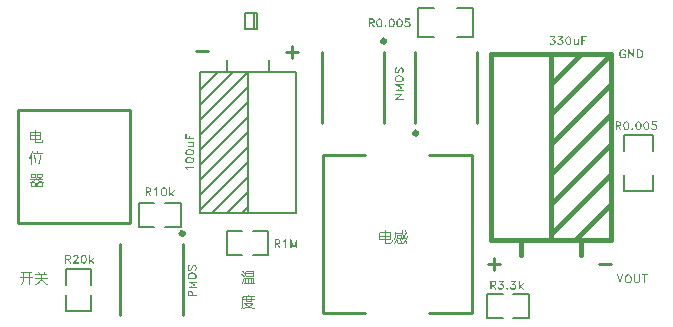
<source format=gto>
G04*
G04 #@! TF.GenerationSoftware,Altium Limited,Altium Designer,20.0.2 (26)*
G04*
G04 Layer_Color=65535*
%FSLAX25Y25*%
%MOIN*%
G70*
G01*
G75*
%ADD10C,0.01575*%
%ADD11C,0.00787*%
%ADD12C,0.01500*%
%ADD13C,0.01000*%
G36*
X112623Y125028D02*
X112626Y125025D01*
X112647Y125004D01*
X112668Y124969D01*
X112689Y124928D01*
X112695Y124903D01*
X112702Y124879D01*
Y124851D01*
X112699Y124823D01*
X112689Y124792D01*
X112675Y124765D01*
X112650Y124733D01*
X112619Y124702D01*
X111887D01*
Y123307D01*
X112925D01*
X112928Y123304D01*
X112931Y123300D01*
X112952Y123279D01*
X112973Y123248D01*
X112994Y123206D01*
X113004Y123182D01*
X113008Y123154D01*
Y123130D01*
X113004Y123102D01*
X112997Y123071D01*
X112980Y123043D01*
X112959Y123012D01*
X112928Y122981D01*
X111887D01*
Y120760D01*
X111883Y120757D01*
X111880Y120753D01*
X111859Y120732D01*
X111828Y120712D01*
X111786Y120691D01*
X111762Y120680D01*
X111734Y120677D01*
X111706D01*
X111679Y120680D01*
X111651Y120687D01*
X111620Y120705D01*
X111589Y120726D01*
X111557Y120757D01*
Y122981D01*
X109822D01*
Y122977D01*
Y122964D01*
Y122943D01*
Y122912D01*
Y122873D01*
Y122832D01*
X109819Y122780D01*
X109815Y122724D01*
X109812Y122658D01*
X109808Y122592D01*
X109801Y122520D01*
X109794Y122443D01*
X109784Y122360D01*
X109774Y122276D01*
X109746Y122100D01*
X109711Y121912D01*
X109666Y121718D01*
X109607Y121524D01*
X109538Y121333D01*
X109496Y121239D01*
X109455Y121145D01*
X109406Y121055D01*
X109354Y120968D01*
X109298Y120885D01*
X109239Y120802D01*
X109177Y120726D01*
X109107Y120653D01*
X109094D01*
X109080Y120649D01*
X109062D01*
X109014Y120653D01*
X108965Y120667D01*
X108941Y120673D01*
X108920Y120687D01*
X108899Y120708D01*
X108885Y120729D01*
X108875Y120757D01*
X108871Y120788D01*
X108875Y120830D01*
X108885Y120875D01*
X108889Y120878D01*
X108892Y120885D01*
X108903Y120896D01*
X108913Y120913D01*
X108931Y120930D01*
X108948Y120958D01*
X108969Y120986D01*
X108990Y121020D01*
X109017Y121059D01*
X109042Y121100D01*
X109069Y121145D01*
X109097Y121194D01*
X109128Y121249D01*
X109156Y121308D01*
X109187Y121371D01*
X109219Y121437D01*
X109246Y121506D01*
X109277Y121579D01*
X109305Y121655D01*
X109333Y121739D01*
X109361Y121822D01*
X109385Y121912D01*
X109409Y122002D01*
X109430Y122100D01*
X109465Y122301D01*
X109489Y122512D01*
X109496Y122627D01*
X109500Y122741D01*
X109496Y122860D01*
X109493Y122981D01*
X108452D01*
X108448Y122984D01*
X108445Y122988D01*
X108427Y123009D01*
X108403Y123040D01*
X108382Y123082D01*
X108375Y123106D01*
X108372Y123134D01*
Y123158D01*
X108375Y123189D01*
X108382Y123217D01*
X108400Y123245D01*
X108420Y123276D01*
X108452Y123307D01*
X109493D01*
Y124702D01*
X108833D01*
X108830Y124706D01*
X108826Y124709D01*
X108809Y124730D01*
X108785Y124761D01*
X108764Y124806D01*
X108757Y124827D01*
X108754Y124855D01*
Y124882D01*
X108757Y124910D01*
X108764Y124938D01*
X108781Y124969D01*
X108802Y125001D01*
X108833Y125032D01*
X112619D01*
X112623Y125028D01*
D02*
G37*
G36*
X114718Y125122D02*
X114760Y125111D01*
X114809Y125091D01*
X114812Y125084D01*
X114819Y125070D01*
X114836Y125046D01*
X114854Y125014D01*
X114875Y124976D01*
X114902Y124931D01*
X114930Y124879D01*
X114958Y124827D01*
X115020Y124713D01*
X115083Y124594D01*
X115142Y124480D01*
X115166Y124428D01*
X115187Y124379D01*
X116273D01*
X116277Y124383D01*
X116283Y124393D01*
X116294Y124414D01*
X116311Y124438D01*
X116332Y124470D01*
X116356Y124504D01*
X116384Y124546D01*
X116412Y124594D01*
X116446Y124647D01*
X116481Y124702D01*
X116519Y124761D01*
X116558Y124820D01*
X116641Y124955D01*
X116728Y125094D01*
X116731D01*
X116742Y125098D01*
X116755Y125105D01*
X116776Y125111D01*
X116800Y125115D01*
X116828Y125119D01*
X116887Y125122D01*
X116915Y125119D01*
X116943Y125111D01*
X116971Y125098D01*
X116995Y125080D01*
X117016Y125056D01*
X117030Y125021D01*
X117040Y124980D01*
X117043Y124931D01*
X117040Y124928D01*
X117033Y124914D01*
X117023Y124896D01*
X117009Y124872D01*
X116991Y124841D01*
X116971Y124806D01*
X116946Y124768D01*
X116918Y124726D01*
X116859Y124640D01*
X116794Y124546D01*
X116728Y124459D01*
X116693Y124417D01*
X116658Y124379D01*
X117540D01*
X117543Y124376D01*
X117550Y124372D01*
X117571Y124352D01*
X117599Y124320D01*
X117626Y124279D01*
X117633Y124254D01*
X117640Y124227D01*
Y124202D01*
X117637Y124175D01*
X117626Y124143D01*
X117605Y124116D01*
X117578Y124084D01*
X117540Y124053D01*
X115818D01*
Y123154D01*
X117692D01*
X117696Y123151D01*
X117703Y123147D01*
X117717Y123137D01*
X117730Y123127D01*
X117762Y123096D01*
X117793Y123054D01*
X117803Y123029D01*
X117810Y123002D01*
Y122977D01*
X117807Y122950D01*
X117793Y122918D01*
X117769Y122891D01*
X117737Y122860D01*
X117692Y122828D01*
X115895D01*
X115898Y122825D01*
X115902Y122811D01*
X115912Y122794D01*
X115926Y122766D01*
X115943Y122731D01*
X115964Y122693D01*
X115992Y122648D01*
X116020Y122596D01*
X116054Y122540D01*
X116089Y122481D01*
X116131Y122415D01*
X116176Y122349D01*
X116224Y122276D01*
X116277Y122204D01*
X116335Y122131D01*
X116394Y122055D01*
X116457Y121975D01*
X116526Y121895D01*
X116596Y121815D01*
X116672Y121739D01*
X116752Y121659D01*
X116835Y121582D01*
X116922Y121506D01*
X117012Y121433D01*
X117106Y121361D01*
X117203Y121291D01*
X117307Y121225D01*
X117411Y121166D01*
X117519Y121107D01*
X117633Y121055D01*
X117748Y121007D01*
X117869Y120965D01*
Y120961D01*
X117873Y120951D01*
X117880Y120937D01*
X117887Y120916D01*
X117890Y120892D01*
X117897Y120864D01*
X117904Y120809D01*
X117900Y120777D01*
X117897Y120750D01*
X117887Y120722D01*
X117873Y120698D01*
X117852Y120677D01*
X117824Y120663D01*
X117789Y120653D01*
X117748Y120649D01*
X117744D01*
X117730Y120656D01*
X117713Y120663D01*
X117685Y120673D01*
X117654Y120687D01*
X117612Y120701D01*
X117567Y120722D01*
X117519Y120746D01*
X117463Y120774D01*
X117404Y120805D01*
X117338Y120840D01*
X117269Y120878D01*
X117200Y120920D01*
X117123Y120968D01*
X117047Y121017D01*
X116967Y121072D01*
X116884Y121135D01*
X116800Y121197D01*
X116717Y121267D01*
X116630Y121340D01*
X116547Y121420D01*
X116460Y121503D01*
X116377Y121593D01*
X116294Y121687D01*
X116210Y121784D01*
X116131Y121891D01*
X116054Y121999D01*
X115978Y122117D01*
X115905Y122238D01*
X115836Y122363D01*
X115770Y122499D01*
X115707Y122637D01*
Y122634D01*
X115704Y122624D01*
X115700Y122603D01*
X115693Y122578D01*
X115683Y122544D01*
X115669Y122506D01*
X115655Y122464D01*
X115635Y122415D01*
X115614Y122360D01*
X115589Y122301D01*
X115558Y122238D01*
X115527Y122172D01*
X115489Y122103D01*
X115447Y122030D01*
X115399Y121954D01*
X115347Y121878D01*
X115291Y121798D01*
X115228Y121714D01*
X115159Y121635D01*
X115086Y121551D01*
X115006Y121468D01*
X114920Y121385D01*
X114826Y121305D01*
X114725Y121222D01*
X114621Y121142D01*
X114507Y121062D01*
X114385Y120986D01*
X114257Y120913D01*
X114122Y120843D01*
X113976Y120774D01*
X113823Y120708D01*
X113664Y120649D01*
X113660D01*
X113653Y120653D01*
X113639Y120656D01*
X113622Y120663D01*
X113584Y120680D01*
X113546Y120708D01*
X113528Y120729D01*
X113514Y120750D01*
X113504Y120777D01*
X113500Y120805D01*
Y120840D01*
X113511Y120878D01*
X113528Y120920D01*
X113556Y120968D01*
X113559Y120972D01*
X113573Y120975D01*
X113598Y120982D01*
X113625Y120996D01*
X113664Y121010D01*
X113709Y121031D01*
X113757Y121052D01*
X113816Y121076D01*
X113875Y121107D01*
X113941Y121138D01*
X114014Y121177D01*
X114087Y121215D01*
X114163Y121260D01*
X114240Y121308D01*
X114323Y121357D01*
X114403Y121413D01*
X114486Y121472D01*
X114569Y121534D01*
X114653Y121600D01*
X114736Y121673D01*
X114816Y121746D01*
X114892Y121822D01*
X114968Y121905D01*
X115041Y121992D01*
X115111Y122082D01*
X115176Y122176D01*
X115235Y122273D01*
X115291Y122377D01*
X115340Y122485D01*
X115385Y122596D01*
X115419Y122710D01*
X115447Y122828D01*
X113608D01*
X113605Y122832D01*
X113598Y122835D01*
X113577Y122856D01*
X113549Y122887D01*
X113525Y122929D01*
X113514Y122953D01*
X113507Y122981D01*
Y123005D01*
X113514Y123037D01*
X113525Y123064D01*
X113542Y123092D01*
X113570Y123123D01*
X113608Y123154D01*
X115485D01*
Y124053D01*
X113799D01*
X113792Y124060D01*
X113771Y124074D01*
X113743Y124098D01*
X113716Y124136D01*
X113705Y124157D01*
X113702Y124182D01*
X113698Y124209D01*
X113702Y124237D01*
X113712Y124268D01*
X113733Y124303D01*
X113761Y124341D01*
X113795Y124379D01*
X114836D01*
Y124383D01*
X114830Y124390D01*
X114823Y124404D01*
X114809Y124421D01*
X114795Y124445D01*
X114777Y124470D01*
X114760Y124501D01*
X114739Y124539D01*
X114715Y124577D01*
X114687Y124619D01*
X114628Y124713D01*
X114562Y124820D01*
X114493Y124935D01*
Y124938D01*
X114496Y124949D01*
X114500Y124959D01*
X114503Y124976D01*
X114524Y125018D01*
X114552Y125063D01*
X114569Y125084D01*
X114590Y125098D01*
X114618Y125111D01*
X114646Y125122D01*
X114680Y125125D01*
X114718Y125122D01*
D02*
G37*
G36*
X235928Y138985D02*
X235956Y138974D01*
X235984Y138957D01*
X236015Y138929D01*
X236046Y138891D01*
X236085Y138541D01*
X236945D01*
X236792Y138707D01*
Y138711D01*
Y138718D01*
X236796Y138731D01*
Y138745D01*
X236806Y138784D01*
X236827Y138825D01*
X236841Y138842D01*
X236858Y138863D01*
X236883Y138877D01*
X236907Y138888D01*
X236938Y138894D01*
X236976D01*
X237018Y138891D01*
X237067Y138877D01*
X237070Y138874D01*
X237081Y138856D01*
X237098Y138832D01*
X237119Y138801D01*
X237146Y138759D01*
X237178Y138714D01*
X237216Y138659D01*
X237254Y138600D01*
X237296Y138530D01*
X237341Y138461D01*
X237386Y138384D01*
X237434Y138308D01*
X237528Y138138D01*
X237618Y137965D01*
Y137961D01*
X237615Y137954D01*
X237611Y137940D01*
X237604Y137923D01*
X237587Y137885D01*
X237559Y137843D01*
X237539Y137826D01*
X237518Y137812D01*
X237490Y137802D01*
X237462Y137795D01*
X237427D01*
X237389Y137805D01*
X237348Y137822D01*
X237299Y137847D01*
X237081Y138214D01*
X236126D01*
Y138211D01*
X236130Y138204D01*
X236133Y138194D01*
X236137Y138176D01*
X236144Y138159D01*
X236147Y138135D01*
X236157Y138107D01*
X236164Y138076D01*
X236185Y138006D01*
X236210Y137926D01*
X236234Y137840D01*
X236262Y137742D01*
X236293Y137645D01*
X236324Y137545D01*
X236359Y137444D01*
X236393Y137347D01*
X236428Y137253D01*
X236463Y137163D01*
X236494Y137083D01*
X236529Y137010D01*
X236532Y137014D01*
X236536Y137031D01*
X236546Y137052D01*
X236560Y137087D01*
X236577Y137125D01*
X236595Y137173D01*
X236615Y137225D01*
X236636Y137288D01*
X236661Y137354D01*
X236685Y137427D01*
X236713Y137503D01*
X236737Y137586D01*
X236761Y137673D01*
X236786Y137760D01*
X236834Y137947D01*
X236838D01*
X236844Y137954D01*
X236858Y137958D01*
X236876Y137965D01*
X236900Y137971D01*
X236924Y137978D01*
X236976Y137985D01*
X237004D01*
X237032Y137982D01*
X237060Y137971D01*
X237087Y137958D01*
X237108Y137940D01*
X237129Y137912D01*
X237146Y137881D01*
X237160Y137840D01*
Y137833D01*
X237153Y137815D01*
X237146Y137788D01*
X237136Y137749D01*
X237122Y137704D01*
X237108Y137649D01*
X237087Y137583D01*
X237063Y137510D01*
X237035Y137434D01*
X237008Y137347D01*
X236973Y137257D01*
X236935Y137160D01*
X236893Y137059D01*
X236844Y136955D01*
X236796Y136851D01*
X236740Y136740D01*
X236744Y136733D01*
X236758Y136719D01*
X236782Y136695D01*
X236810Y136663D01*
X236844Y136625D01*
X236883Y136583D01*
X236969Y136493D01*
X237060Y136400D01*
X237105Y136358D01*
X237150Y136320D01*
X237188Y136289D01*
X237223Y136264D01*
X237254Y136250D01*
X237278Y136243D01*
X237282D01*
X237285Y136240D01*
X237302Y136233D01*
X237316Y136237D01*
X237330Y136243D01*
X237344Y136257D01*
X237362Y136278D01*
X237375Y136313D01*
X237382Y136334D01*
X237389Y136358D01*
X237396Y136386D01*
X237403Y136417D01*
X237410Y136452D01*
X237417Y136490D01*
X237421Y136535D01*
X237427Y136583D01*
X237431Y136636D01*
X237434Y136695D01*
X237438Y136757D01*
X237441Y136826D01*
Y136903D01*
Y136983D01*
X237445Y136986D01*
X237452Y136989D01*
X237462Y136996D01*
X237479Y137007D01*
X237518Y137028D01*
X237566Y137045D01*
X237594Y137048D01*
X237618D01*
X237646Y137045D01*
X237674Y137038D01*
X237702Y137021D01*
X237726Y137000D01*
X237750Y136969D01*
X237771Y136931D01*
Y136927D01*
Y136917D01*
Y136903D01*
Y136882D01*
Y136854D01*
X237768Y136823D01*
Y136788D01*
X237764Y136750D01*
X237757Y136663D01*
X237747Y136566D01*
X237733Y136462D01*
X237716Y136358D01*
X237691Y136254D01*
X237663Y136153D01*
X237629Y136059D01*
X237608Y136018D01*
X237584Y135980D01*
X237559Y135945D01*
X237535Y135914D01*
X237507Y135886D01*
X237476Y135865D01*
X237445Y135851D01*
X237407Y135841D01*
X237372Y135837D01*
X237330Y135841D01*
X237316D01*
X237299Y135844D01*
X237271Y135851D01*
X237240Y135858D01*
X237202Y135872D01*
X237160Y135893D01*
X237112Y135917D01*
X237056Y135952D01*
X236994Y135990D01*
X236931Y136042D01*
X236862Y136101D01*
X236786Y136171D01*
X236709Y136254D01*
X236626Y136348D01*
X236584Y136400D01*
X236539Y136455D01*
Y136452D01*
X236532Y136441D01*
X236522Y136427D01*
X236511Y136407D01*
X236494Y136379D01*
X236473Y136348D01*
X236449Y136313D01*
X236421Y136271D01*
X236390Y136230D01*
X236355Y136181D01*
X236317Y136132D01*
X236275Y136080D01*
X236230Y136025D01*
X236182Y135969D01*
X236126Y135914D01*
X236071Y135855D01*
X236067D01*
X236060Y135851D01*
X236046Y135844D01*
X236029Y135841D01*
X235984Y135830D01*
X235960Y135827D01*
X235935D01*
X235908Y135830D01*
X235883Y135841D01*
X235859Y135855D01*
X235838Y135872D01*
X235821Y135900D01*
X235807Y135931D01*
X235800Y135973D01*
X235796Y136025D01*
X235800Y136028D01*
X235814Y136042D01*
X235831Y136059D01*
X235856Y136087D01*
X235883Y136118D01*
X235918Y136157D01*
X235956Y136198D01*
X235998Y136247D01*
X236039Y136299D01*
X236081Y136351D01*
X236171Y136472D01*
X236255Y136597D01*
X236296Y136663D01*
X236331Y136729D01*
X236328Y136736D01*
X236317Y136753D01*
X236303Y136781D01*
X236279Y136820D01*
X236255Y136872D01*
X236223Y136934D01*
X236189Y137010D01*
X236154Y137097D01*
X236112Y137194D01*
X236071Y137305D01*
X236026Y137427D01*
X235984Y137559D01*
X235939Y137704D01*
X235894Y137864D01*
X235849Y138034D01*
X235807Y138214D01*
X234037D01*
X234016Y138211D01*
X233989Y138204D01*
X233958Y138194D01*
X233923Y138169D01*
X233895Y138138D01*
X233885Y138117D01*
X233874Y138093D01*
X233871Y138065D01*
X233867Y138034D01*
Y137524D01*
Y137520D01*
Y137517D01*
Y137506D01*
Y137493D01*
Y137472D01*
Y137451D01*
Y137427D01*
Y137396D01*
X233864Y137330D01*
X233857Y137246D01*
X233846Y137153D01*
X233833Y137048D01*
X233812Y136934D01*
X233787Y136809D01*
X233756Y136674D01*
X233718Y136531D01*
X233673Y136382D01*
X233614Y136230D01*
X233552Y136066D01*
X233475Y135900D01*
X233472Y135897D01*
X233465Y135893D01*
X233451Y135886D01*
X233434Y135879D01*
X233388Y135862D01*
X233336Y135848D01*
X233309D01*
X233281Y135851D01*
X233253Y135858D01*
X233229Y135872D01*
X233205Y135897D01*
X233184Y135924D01*
X233170Y135962D01*
X233156Y136011D01*
Y136014D01*
X233159Y136021D01*
X233166Y136032D01*
X233173Y136049D01*
X233184Y136070D01*
X233194Y136094D01*
X233208Y136122D01*
X233222Y136153D01*
X233253Y136226D01*
X233288Y136313D01*
X233322Y136410D01*
X233361Y136514D01*
X233399Y136629D01*
X233434Y136747D01*
X233465Y136868D01*
X233492Y136996D01*
X233517Y137121D01*
X233531Y137250D01*
X233541Y137375D01*
X233538Y137496D01*
Y138072D01*
Y138079D01*
Y138093D01*
X233541Y138114D01*
X233544Y138145D01*
X233552Y138180D01*
X233562Y138221D01*
X233576Y138263D01*
X233597Y138308D01*
X233621Y138350D01*
X233652Y138391D01*
X233690Y138433D01*
X233735Y138468D01*
X233787Y138499D01*
X233850Y138520D01*
X233923Y138537D01*
X234006Y138541D01*
X235758D01*
X235720Y138888D01*
X235724Y138891D01*
X235727Y138898D01*
X235748Y138919D01*
X235779Y138947D01*
X235821Y138974D01*
X235845Y138985D01*
X235873Y138988D01*
X235897Y138992D01*
X235928Y138985D01*
D02*
G37*
G36*
X235675Y138003D02*
X235679Y137999D01*
X235699Y137978D01*
X235720Y137947D01*
X235741Y137906D01*
X235748Y137881D01*
X235755Y137854D01*
Y137829D01*
X235751Y137802D01*
X235741Y137770D01*
X235727Y137742D01*
X235703Y137711D01*
X235672Y137680D01*
X234027D01*
X234023Y137683D01*
X234020Y137687D01*
X234003Y137708D01*
X233978Y137739D01*
X233958Y137781D01*
X233950Y137805D01*
X233947Y137833D01*
Y137857D01*
X233950Y137888D01*
X233961Y137916D01*
X233975Y137944D01*
X233999Y137975D01*
X234030Y138006D01*
X235672D01*
X235675Y138003D01*
D02*
G37*
G36*
X235356Y137465D02*
X235387Y137461D01*
X235425Y137454D01*
X235467Y137444D01*
X235512Y137430D01*
X235561Y137409D01*
X235606Y137385D01*
X235651Y137354D01*
X235689Y137316D01*
X235724Y137274D01*
X235751Y137218D01*
X235772Y137156D01*
X235783Y137087D01*
Y137003D01*
Y136420D01*
Y136417D01*
Y136400D01*
Y136379D01*
Y136348D01*
X235776Y136313D01*
X235769Y136275D01*
X235758Y136233D01*
X235741Y136191D01*
X235720Y136150D01*
X235693Y136112D01*
X235658Y136077D01*
X235613Y136046D01*
X235561Y136018D01*
X235498Y136001D01*
X235425Y135994D01*
X234440D01*
X234409Y136001D01*
X234370Y136007D01*
X234332Y136018D01*
X234291Y136035D01*
X234249Y136056D01*
X234211Y136084D01*
X234173Y136118D01*
X234141Y136160D01*
X234114Y136212D01*
X234089Y136275D01*
X234075Y136344D01*
X234072Y136427D01*
Y137000D01*
Y137007D01*
Y137021D01*
X234075Y137042D01*
X234079Y137073D01*
X234086Y137108D01*
X234096Y137149D01*
X234110Y137191D01*
X234131Y137236D01*
X234155Y137277D01*
X234187Y137319D01*
X234225Y137361D01*
X234270Y137396D01*
X234325Y137427D01*
X234388Y137448D01*
X234461Y137465D01*
X234544Y137468D01*
X235328D01*
X235356Y137465D01*
D02*
G37*
G36*
X235415Y135962D02*
X235460Y135945D01*
X235508Y135917D01*
Y135914D01*
X235512Y135910D01*
X235515Y135900D01*
X235519Y135889D01*
X235529Y135855D01*
X235547Y135810D01*
X235564Y135754D01*
X235585Y135692D01*
X235606Y135622D01*
X235630Y135549D01*
X235679Y135393D01*
X235724Y135237D01*
X235741Y135161D01*
X235758Y135091D01*
X235772Y135026D01*
X235783Y134970D01*
Y134967D01*
X235779Y134960D01*
X235772Y134946D01*
X235762Y134932D01*
X235738Y134894D01*
X235699Y134859D01*
X235679Y134845D01*
X235654Y134835D01*
X235627Y134831D01*
X235595D01*
X235564Y134838D01*
X235529Y134855D01*
X235491Y134880D01*
X235453Y134915D01*
Y134921D01*
X235450Y134935D01*
X235443Y134963D01*
X235432Y134998D01*
X235422Y135043D01*
X235408Y135095D01*
X235394Y135150D01*
X235377Y135216D01*
X235356Y135282D01*
X235335Y135355D01*
X235290Y135504D01*
X235238Y135661D01*
X235182Y135810D01*
Y135813D01*
X235186Y135820D01*
X235189Y135834D01*
X235196Y135851D01*
X235214Y135889D01*
X235241Y135928D01*
X235262Y135945D01*
X235286Y135959D01*
X235311Y135969D01*
X235342Y135973D01*
X235377D01*
X235415Y135962D01*
D02*
G37*
G36*
X234013Y135897D02*
X234037Y135886D01*
X234065Y135869D01*
X234089Y135848D01*
X234114Y135817D01*
X234134Y135775D01*
Y135772D01*
X234131Y135765D01*
X234127Y135754D01*
X234124Y135740D01*
X234117Y135720D01*
X234107Y135695D01*
X234100Y135671D01*
X234086Y135640D01*
X234062Y135570D01*
X234034Y135491D01*
X233999Y135404D01*
X233961Y135310D01*
X233916Y135209D01*
X233871Y135105D01*
X233770Y134897D01*
X233718Y134793D01*
X233663Y134696D01*
X233604Y134602D01*
X233544Y134515D01*
X233541D01*
X233534Y134512D01*
X233520Y134509D01*
X233503Y134505D01*
X233458Y134502D01*
X233409Y134505D01*
X233381Y134509D01*
X233357Y134519D01*
X233333Y134533D01*
X233312Y134550D01*
X233295Y134571D01*
X233281Y134602D01*
X233274Y134637D01*
X233270Y134682D01*
Y134685D01*
X233274Y134689D01*
X233281Y134699D01*
X233288Y134710D01*
X233309Y134744D01*
X233333Y134793D01*
X233364Y134848D01*
X233402Y134915D01*
X233440Y134991D01*
X233482Y135071D01*
X233527Y135161D01*
X233572Y135251D01*
X233617Y135348D01*
X233663Y135445D01*
X233704Y135546D01*
X233742Y135647D01*
X233781Y135744D01*
X233812Y135841D01*
X233815Y135844D01*
X233822Y135848D01*
X233833Y135855D01*
X233846Y135865D01*
X233885Y135883D01*
X233933Y135897D01*
X233958Y135900D01*
X233985D01*
X234013Y135897D01*
D02*
G37*
G36*
X230314Y138947D02*
X230345Y138936D01*
X230373Y138915D01*
X230404Y138888D01*
X230435Y138849D01*
Y138350D01*
X231785D01*
X231809Y138346D01*
X231837Y138343D01*
X231872Y138336D01*
X231910Y138329D01*
X231952Y138315D01*
X231997Y138298D01*
X232038Y138273D01*
X232077Y138246D01*
X232115Y138211D01*
X232146Y138169D01*
X232174Y138121D01*
X232191Y138065D01*
X232198Y137999D01*
Y137923D01*
Y136004D01*
Y136001D01*
Y135987D01*
X232195Y135966D01*
X232191Y135938D01*
X232184Y135903D01*
X232174Y135869D01*
X232160Y135830D01*
X232139Y135789D01*
X232115Y135747D01*
X232084Y135709D01*
X232046Y135674D01*
X232000Y135640D01*
X231945Y135612D01*
X231882Y135591D01*
X231809Y135577D01*
X231726Y135574D01*
X230435D01*
Y135046D01*
Y135043D01*
Y135036D01*
Y135022D01*
X230439Y135008D01*
X230446Y134970D01*
X230463Y134925D01*
X230487Y134883D01*
X230505Y134866D01*
X230526Y134848D01*
X230550Y134838D01*
X230581Y134831D01*
X230612Y134828D01*
X230650Y134831D01*
X232063D01*
X232098Y134838D01*
X232132Y134848D01*
X232174Y134866D01*
X232212Y134894D01*
X232254Y134928D01*
X232292Y134973D01*
X232327Y135032D01*
X232340Y135067D01*
X232354Y135105D01*
X232368Y135147D01*
X232379Y135192D01*
X232389Y135241D01*
X232396Y135296D01*
X232403Y135355D01*
X232406Y135418D01*
Y135484D01*
X232403Y135556D01*
X232406Y135560D01*
X232410Y135567D01*
X232431Y135588D01*
X232465Y135615D01*
X232507Y135643D01*
X232531Y135654D01*
X232556Y135657D01*
X232583Y135661D01*
X232611Y135654D01*
X232642Y135643D01*
X232670Y135626D01*
X232701Y135598D01*
X232733Y135560D01*
Y135556D01*
Y135546D01*
Y135532D01*
Y135511D01*
Y135487D01*
Y135456D01*
X232729Y135421D01*
X232726Y135383D01*
X232719Y135300D01*
X232705Y135206D01*
X232687Y135105D01*
X232660Y135005D01*
X232622Y134904D01*
X232576Y134807D01*
X232521Y134717D01*
X232486Y134675D01*
X232452Y134637D01*
X232410Y134602D01*
X232368Y134574D01*
X232320Y134550D01*
X232271Y134529D01*
X232215Y134512D01*
X232156Y134505D01*
X232094Y134502D01*
X232025Y134505D01*
X230536D01*
X230508Y134509D01*
X230470Y134512D01*
X230432Y134519D01*
X230387Y134533D01*
X230345Y134550D01*
X230300Y134571D01*
X230255Y134602D01*
X230217Y134640D01*
X230179Y134685D01*
X230151Y134741D01*
X230127Y134807D01*
X230113Y134883D01*
X230106Y134973D01*
Y135574D01*
X228714D01*
X228683Y135581D01*
X228645Y135588D01*
X228607Y135598D01*
X228565Y135612D01*
X228523Y135636D01*
X228485Y135661D01*
X228447Y135695D01*
X228416Y135740D01*
X228388Y135789D01*
X228364Y135851D01*
X228350Y135921D01*
X228346Y136004D01*
Y137919D01*
Y137923D01*
Y137937D01*
X228350Y137958D01*
X228353Y137985D01*
X228360Y138020D01*
X228371Y138055D01*
X228381Y138093D01*
X228402Y138135D01*
X228423Y138176D01*
X228451Y138214D01*
X228485Y138249D01*
X228527Y138284D01*
X228579Y138312D01*
X228635Y138332D01*
X228700Y138346D01*
X228777Y138350D01*
X230106D01*
Y138849D01*
X230109Y138853D01*
X230113Y138860D01*
X230134Y138881D01*
X230168Y138908D01*
X230210Y138936D01*
X230234Y138943D01*
X230258Y138950D01*
X230286D01*
X230314Y138947D01*
D02*
G37*
G36*
X237063Y135858D02*
X237067Y135851D01*
X237081Y135834D01*
X237098Y135803D01*
X237126Y135761D01*
X237157Y135709D01*
X237192Y135647D01*
X237233Y135574D01*
X237278Y135494D01*
X237327Y135407D01*
X237375Y135313D01*
X237427Y135213D01*
X237483Y135105D01*
X237535Y134994D01*
X237591Y134880D01*
X237643Y134758D01*
X237695Y134637D01*
Y134633D01*
X237691Y134626D01*
X237688Y134613D01*
X237681Y134595D01*
X237663Y134557D01*
X237636Y134515D01*
X237615Y134498D01*
X237594Y134484D01*
X237566Y134474D01*
X237539Y134470D01*
X237504D01*
X237466Y134477D01*
X237424Y134495D01*
X237375Y134522D01*
Y134526D01*
X237372Y134529D01*
X237368Y134540D01*
X237362Y134554D01*
X237344Y134588D01*
X237323Y134637D01*
X237296Y134696D01*
X237264Y134762D01*
X237226Y134838D01*
X237188Y134918D01*
X237143Y135005D01*
X237098Y135091D01*
X237001Y135272D01*
X236949Y135362D01*
X236896Y135445D01*
X236844Y135529D01*
X236792Y135605D01*
Y135608D01*
Y135619D01*
Y135633D01*
Y135650D01*
X236796Y135695D01*
X236803Y135723D01*
X236813Y135747D01*
X236824Y135772D01*
X236841Y135796D01*
X236865Y135817D01*
X236890Y135837D01*
X236924Y135851D01*
X236963Y135858D01*
X237008Y135862D01*
X237063Y135858D01*
D02*
G37*
G36*
X234513Y135817D02*
X234540Y135810D01*
X234572Y135796D01*
X234603Y135778D01*
X234634Y135754D01*
Y134859D01*
Y134855D01*
Y134852D01*
X234638Y134831D01*
X234645Y134803D01*
X234655Y134772D01*
X234676Y134744D01*
X234707Y134724D01*
X234728Y134717D01*
X234752Y134713D01*
X234776D01*
X234808Y134717D01*
X236168D01*
X236196Y134720D01*
X236227Y134727D01*
X236258Y134734D01*
X236293Y134748D01*
X236324Y134765D01*
X236355Y134790D01*
X236383Y134817D01*
X236411Y134855D01*
X236428Y134897D01*
X236442Y134949D01*
X236449Y135012D01*
X236445Y135081D01*
Y135449D01*
X236449Y135452D01*
X236452Y135456D01*
X236473Y135473D01*
X236508Y135497D01*
X236549Y135518D01*
X236574Y135525D01*
X236602Y135529D01*
X236626D01*
X236657Y135525D01*
X236685Y135515D01*
X236716Y135501D01*
X236747Y135477D01*
X236779Y135445D01*
Y135039D01*
Y135036D01*
Y135032D01*
Y135022D01*
Y135012D01*
Y134977D01*
X236775Y134932D01*
X236768Y134880D01*
X236754Y134824D01*
X236737Y134762D01*
X236713Y134699D01*
X236681Y134640D01*
X236640Y134578D01*
X236591Y134526D01*
X236529Y134477D01*
X236452Y134436D01*
X236411Y134422D01*
X236366Y134408D01*
X236317Y134397D01*
X236265Y134390D01*
X234703D01*
X234665Y134397D01*
X234627Y134404D01*
X234585Y134415D01*
X234540Y134429D01*
X234495Y134453D01*
X234454Y134477D01*
X234416Y134512D01*
X234377Y134557D01*
X234350Y134606D01*
X234325Y134668D01*
X234311Y134738D01*
X234304Y134821D01*
Y135758D01*
X234308D01*
X234311Y135765D01*
X234332Y135778D01*
X234363Y135796D01*
X234409Y135810D01*
X234457Y135820D01*
X234485D01*
X234513Y135817D01*
D02*
G37*
G36*
X113626Y157782D02*
X113654Y157778D01*
X113688Y157775D01*
X113726Y157764D01*
X113768Y157754D01*
X113813Y157737D01*
X113855Y157716D01*
X113893Y157688D01*
X113931Y157657D01*
X113962Y157619D01*
X113990Y157574D01*
X114007Y157521D01*
X114014Y157463D01*
Y157393D01*
Y156810D01*
Y156807D01*
Y156789D01*
Y156769D01*
Y156737D01*
X114007Y156703D01*
X114001Y156664D01*
X113990Y156626D01*
X113973Y156585D01*
X113952Y156543D01*
X113924Y156501D01*
X113890Y156467D01*
X113848Y156435D01*
X113796Y156411D01*
X113733Y156394D01*
X113661Y156383D01*
X113577Y156387D01*
X112599D01*
X112567Y156390D01*
X112529Y156397D01*
X112491Y156411D01*
X112450Y156425D01*
X112408Y156446D01*
X112370Y156474D01*
X112331Y156508D01*
X112300Y156550D01*
X112273Y156602D01*
X112248Y156664D01*
X112234Y156734D01*
X112231Y156817D01*
Y157352D01*
Y157355D01*
Y157369D01*
X112234Y157386D01*
X112238Y157414D01*
X112245Y157442D01*
X112255Y157476D01*
X112266Y157515D01*
X112286Y157553D01*
X112307Y157591D01*
X112338Y157629D01*
X112373Y157664D01*
X112415Y157699D01*
X112463Y157730D01*
X112522Y157754D01*
X112588Y157771D01*
X112665Y157785D01*
X113602D01*
X113626Y157782D01*
D02*
G37*
G36*
X115694D02*
X115722Y157778D01*
X115756Y157771D01*
X115795Y157761D01*
X115836Y157750D01*
X115881Y157733D01*
X115923Y157709D01*
X115961Y157681D01*
X115999Y157646D01*
X116031Y157605D01*
X116058Y157556D01*
X116076Y157497D01*
X116083Y157431D01*
Y157355D01*
Y156810D01*
Y156807D01*
Y156789D01*
Y156769D01*
Y156737D01*
X116076Y156703D01*
X116069Y156664D01*
X116058Y156626D01*
X116041Y156585D01*
X116020Y156543D01*
X115992Y156501D01*
X115958Y156467D01*
X115913Y156435D01*
X115860Y156411D01*
X115798Y156394D01*
X115725Y156383D01*
X115642Y156387D01*
X115233D01*
X115246Y156376D01*
X115271Y156362D01*
X115298Y156342D01*
X115330Y156317D01*
X115402Y156265D01*
X115482Y156203D01*
X115559Y156140D01*
X115593Y156109D01*
X115624Y156078D01*
X115652Y156050D01*
X115673Y156023D01*
X116197D01*
X116201Y156019D01*
X116208Y156016D01*
X116228Y155995D01*
X116256Y155964D01*
X116284Y155922D01*
X116291Y155898D01*
X116298Y155870D01*
Y155845D01*
X116294Y155818D01*
X116284Y155787D01*
X116263Y155759D01*
X116235Y155728D01*
X116197Y155696D01*
X114785D01*
X114792Y155689D01*
X114802Y155686D01*
X114820Y155675D01*
X114837Y155665D01*
X114861Y155651D01*
X114889Y155637D01*
X114920Y155620D01*
X114955Y155599D01*
X114993Y155578D01*
X115080Y155537D01*
X115180Y155488D01*
X115288Y155436D01*
X115406Y155384D01*
X115534Y155329D01*
X115666Y155276D01*
X115808Y155224D01*
X115951Y155176D01*
X116100Y155134D01*
X116249Y155093D01*
X116402Y155061D01*
X116405Y155058D01*
X116409Y155051D01*
X116416Y155041D01*
X116426Y155027D01*
X116444Y154988D01*
X116457Y154940D01*
Y154912D01*
X116454Y154888D01*
X116447Y154860D01*
X116433Y154832D01*
X116412Y154808D01*
X116384Y154784D01*
X116350Y154759D01*
X116301Y154739D01*
X116298D01*
X116287Y154742D01*
X116273Y154745D01*
X116253Y154752D01*
X116225Y154759D01*
X116194Y154770D01*
X116159Y154780D01*
X116117Y154791D01*
X116069Y154805D01*
X116020Y154822D01*
X115965Y154839D01*
X115954Y154843D01*
X115975Y154829D01*
X116020Y154787D01*
X116058Y154739D01*
X116089Y154680D01*
X116110Y154614D01*
X116121Y154537D01*
Y154447D01*
Y153826D01*
Y153819D01*
Y153802D01*
Y153777D01*
X116117Y153743D01*
X116114Y153701D01*
X116103Y153659D01*
X116089Y153611D01*
X116072Y153562D01*
X116044Y153514D01*
X116013Y153469D01*
X115972Y153427D01*
X115919Y153389D01*
X115860Y153358D01*
X115788Y153337D01*
X115704Y153326D01*
X114760D01*
X114729Y153330D01*
X114691Y153333D01*
X114649Y153344D01*
X114601Y153358D01*
X114556Y153375D01*
X114507Y153399D01*
X114462Y153434D01*
X114417Y153475D01*
X114379Y153524D01*
X114348Y153583D01*
X114320Y153656D01*
X114306Y153739D01*
X114299Y153833D01*
Y154444D01*
Y154451D01*
Y154464D01*
X114303Y154492D01*
X114306Y154523D01*
X114313Y154562D01*
X114327Y154603D01*
X114341Y154648D01*
X114362Y154697D01*
X114389Y154745D01*
X114424Y154791D01*
X114462Y154832D01*
X114514Y154870D01*
X114570Y154905D01*
X114639Y154929D01*
X114715Y154943D01*
X114806Y154950D01*
X115635D01*
X115663Y154947D01*
X115684Y154945D01*
X115645Y154961D01*
X115496Y155023D01*
X115337Y155093D01*
X115173Y155169D01*
X115007Y155256D01*
X114837Y155353D01*
X114667Y155457D01*
X114497Y155571D01*
X114330Y155696D01*
X113796D01*
X113792Y155693D01*
X113785Y155689D01*
X113775Y155679D01*
X113761Y155665D01*
X113744Y155648D01*
X113719Y155627D01*
X113692Y155606D01*
X113661Y155578D01*
X113626Y155551D01*
X113588Y155523D01*
X113546Y155488D01*
X113501Y155457D01*
X113404Y155384D01*
X113293Y155308D01*
X113168Y155228D01*
X113032Y155145D01*
X112890Y155065D01*
X112738Y154988D01*
X112574Y154915D01*
X112505Y154888D01*
X112502Y154886D01*
X112574Y154915D01*
X112654Y154936D01*
X112744Y154950D01*
X113452D01*
X113480Y154947D01*
X113515Y154943D01*
X113553Y154936D01*
X113598Y154922D01*
X113647Y154909D01*
X113699Y154888D01*
X113747Y154860D01*
X113792Y154829D01*
X113838Y154787D01*
X113876Y154739D01*
X113907Y154680D01*
X113928Y154614D01*
X113938Y154537D01*
Y154447D01*
Y153826D01*
Y153819D01*
Y153802D01*
Y153777D01*
X113935Y153743D01*
X113931Y153701D01*
X113921Y153659D01*
X113907Y153611D01*
X113890Y153562D01*
X113862Y153514D01*
X113831Y153469D01*
X113789Y153427D01*
X113737Y153389D01*
X113678Y153358D01*
X113605Y153337D01*
X113522Y153326D01*
X112696D01*
X112665Y153330D01*
X112627Y153333D01*
X112581Y153344D01*
X112536Y153358D01*
X112488Y153375D01*
X112439Y153399D01*
X112394Y153434D01*
X112349Y153475D01*
X112311Y153524D01*
X112279Y153583D01*
X112252Y153656D01*
X112238Y153739D01*
X112231Y153833D01*
Y154444D01*
Y154451D01*
Y154464D01*
X112234Y154485D01*
X112238Y154516D01*
X112248Y154551D01*
X112259Y154593D01*
X112273Y154638D01*
X112297Y154683D01*
X112321Y154728D01*
X112356Y154773D01*
X112398Y154815D01*
X112446Y154853D01*
X112502Y154886D01*
X112404Y154846D01*
X112227Y154787D01*
X112047Y154739D01*
X112043D01*
X112037Y154742D01*
X112026Y154749D01*
X112012Y154759D01*
X111981Y154784D01*
X111946Y154818D01*
X111919Y154864D01*
X111908Y154891D01*
X111905Y154919D01*
Y154950D01*
X111908Y154985D01*
X111922Y155023D01*
X111943Y155061D01*
X111946D01*
X111953Y155065D01*
X111964D01*
X111978Y155068D01*
X111995Y155072D01*
X112019Y155079D01*
X112043Y155086D01*
X112075Y155093D01*
X112144Y155110D01*
X112224Y155134D01*
X112314Y155165D01*
X112411Y155197D01*
X112519Y155238D01*
X112633Y155283D01*
X112751Y155335D01*
X112876Y155394D01*
X113001Y155460D01*
X113126Y155530D01*
X113254Y155610D01*
X113380Y155696D01*
X112037D01*
X112033Y155700D01*
X112026Y155703D01*
X112005Y155724D01*
X111978Y155755D01*
X111953Y155797D01*
X111943Y155821D01*
X111936Y155849D01*
Y155873D01*
X111943Y155904D01*
X111953Y155932D01*
X111971Y155960D01*
X111998Y155991D01*
X112037Y156023D01*
X113598D01*
X113602Y156026D01*
X113605Y156029D01*
X113615Y156040D01*
X113629Y156054D01*
X113643Y156071D01*
X113664Y156095D01*
X113685Y156120D01*
X113709Y156147D01*
X113733Y156182D01*
X113765Y156217D01*
X113792Y156255D01*
X113824Y156300D01*
X113893Y156397D01*
X113962Y156505D01*
X113966Y156508D01*
X113973Y156512D01*
X113987Y156519D01*
X114004Y156526D01*
X114049Y156543D01*
X114105Y156553D01*
X114132D01*
X114160Y156550D01*
X114184Y156539D01*
X114212Y156526D01*
X114237Y156501D01*
X114254Y156474D01*
X114271Y156432D01*
X114285Y156383D01*
X114282Y156380D01*
X114278Y156373D01*
X114268Y156356D01*
X114254Y156338D01*
X114237Y156317D01*
X114216Y156290D01*
X114174Y156234D01*
X114122Y156172D01*
X114070Y156113D01*
X114021Y156061D01*
X113997Y156040D01*
X113976Y156023D01*
X115278D01*
X115260Y156029D01*
X115232Y156036D01*
X115194Y156054D01*
X115170Y156068D01*
X115142Y156081D01*
X115111Y156102D01*
X115076Y156123D01*
X115035Y156147D01*
X114993Y156175D01*
Y156179D01*
Y156186D01*
X114989Y156199D01*
Y156217D01*
X114993Y156258D01*
X115003Y156304D01*
X115014Y156328D01*
X115028Y156349D01*
X115045Y156366D01*
X115066Y156383D01*
X115075Y156387D01*
X114667D01*
X114632Y156390D01*
X114594Y156397D01*
X114556Y156411D01*
X114518Y156425D01*
X114476Y156446D01*
X114438Y156474D01*
X114400Y156508D01*
X114368Y156550D01*
X114341Y156602D01*
X114316Y156664D01*
X114303Y156734D01*
X114299Y156817D01*
Y157358D01*
Y157362D01*
X114303Y157376D01*
X114306Y157397D01*
X114313Y157424D01*
X114320Y157459D01*
X114334Y157494D01*
X114348Y157532D01*
X114368Y157574D01*
X114393Y157612D01*
X114424Y157650D01*
X114459Y157688D01*
X114497Y157719D01*
X114545Y157747D01*
X114601Y157768D01*
X114660Y157782D01*
X114729Y157785D01*
X115670D01*
X115694Y157782D01*
D02*
G37*
G36*
X114287Y165318D02*
X114329Y165307D01*
X114377Y165286D01*
X114381Y165283D01*
X114384Y165272D01*
X114391Y165255D01*
X114405Y165231D01*
X114419Y165200D01*
X114433Y165165D01*
X114450Y165127D01*
X114471Y165082D01*
X114492Y165033D01*
X114513Y164981D01*
X114558Y164866D01*
X114599Y164742D01*
X114641Y164613D01*
X115998D01*
X116001Y164610D01*
X116005Y164606D01*
X116025Y164585D01*
X116046Y164554D01*
X116067Y164513D01*
X116077Y164488D01*
X116081Y164461D01*
Y164436D01*
X116077Y164409D01*
X116071Y164377D01*
X116053Y164349D01*
X116032Y164318D01*
X116001Y164287D01*
X112941D01*
X112937Y164290D01*
X112934Y164294D01*
X112916Y164315D01*
X112892Y164346D01*
X112871Y164388D01*
X112864Y164412D01*
X112861Y164440D01*
Y164464D01*
X112864Y164495D01*
X112871Y164523D01*
X112889Y164551D01*
X112909Y164582D01*
X112941Y164613D01*
X114287D01*
Y164617D01*
X114284Y164624D01*
X114280Y164637D01*
X114273Y164655D01*
X114266Y164679D01*
X114256Y164707D01*
X114242Y164738D01*
X114232Y164773D01*
X114214Y164814D01*
X114197Y164856D01*
X114159Y164950D01*
X114113Y165054D01*
X114058Y165168D01*
Y165172D01*
X114061Y165179D01*
X114065Y165189D01*
X114072Y165207D01*
X114089Y165241D01*
X114117Y165276D01*
X114138Y165293D01*
X114159Y165307D01*
X114186Y165318D01*
X114214Y165324D01*
X114249D01*
X114287Y165318D01*
D02*
G37*
G36*
X113354Y164009D02*
X113388Y163996D01*
X113426Y163968D01*
X113465Y163933D01*
Y163930D01*
X113468Y163923D01*
X113475Y163905D01*
X113479Y163884D01*
X113489Y163860D01*
X113499Y163829D01*
X113510Y163791D01*
X113524Y163749D01*
X113538Y163701D01*
X113551Y163648D01*
X113569Y163590D01*
X113586Y163527D01*
X113603Y163461D01*
X113621Y163388D01*
X113642Y163312D01*
X113662Y163232D01*
X113683Y163149D01*
X113704Y163059D01*
X113728Y162965D01*
X113749Y162871D01*
X113774Y162771D01*
X113794Y162666D01*
X113839Y162448D01*
X113884Y162219D01*
X113926Y161976D01*
X113968Y161723D01*
X114006Y161459D01*
Y161456D01*
X114003Y161449D01*
X113996Y161438D01*
X113985Y161424D01*
X113961Y161397D01*
X113923Y161365D01*
X113902Y161355D01*
X113877Y161345D01*
X113850Y161337D01*
X113819D01*
X113787Y161345D01*
X113753Y161358D01*
X113715Y161379D01*
X113676Y161407D01*
Y161410D01*
X113673Y161424D01*
Y161442D01*
X113666Y161469D01*
X113662Y161501D01*
X113655Y161542D01*
X113648Y161587D01*
X113642Y161639D01*
X113631Y161698D01*
X113621Y161761D01*
X113610Y161830D01*
X113596Y161903D01*
X113583Y161979D01*
X113569Y162063D01*
X113551Y162146D01*
X113538Y162236D01*
X113499Y162424D01*
X113461Y162621D01*
X113416Y162826D01*
X113367Y163034D01*
X113315Y163246D01*
X113260Y163461D01*
X113201Y163673D01*
X113138Y163877D01*
Y163881D01*
X113142Y163888D01*
X113149Y163902D01*
X113159Y163919D01*
X113183Y163954D01*
X113218Y163989D01*
X113242Y164003D01*
X113267Y164013D01*
X113291Y164020D01*
X113322D01*
X113354Y164009D01*
D02*
G37*
G36*
X115526Y164089D02*
X115554Y164079D01*
X115581Y164061D01*
X115606Y164037D01*
X115630Y163999D01*
X115651Y163954D01*
Y163950D01*
X115647Y163936D01*
X115644Y163912D01*
X115640Y163884D01*
X115633Y163846D01*
X115626Y163801D01*
X115616Y163749D01*
X115609Y163690D01*
X115595Y163624D01*
X115581Y163551D01*
X115567Y163475D01*
X115554Y163392D01*
X115536Y163305D01*
X115519Y163215D01*
X115498Y163118D01*
X115477Y163017D01*
X115432Y162809D01*
X115380Y162590D01*
X115324Y162361D01*
X115262Y162129D01*
X115193Y161893D01*
X115120Y161660D01*
X115043Y161431D01*
X114960Y161209D01*
X116112D01*
X116116Y161206D01*
X116119Y161202D01*
X116140Y161181D01*
X116161Y161150D01*
X116182Y161109D01*
X116192Y161084D01*
X116195Y161056D01*
Y161032D01*
X116192Y161004D01*
X116185Y160973D01*
X116168Y160945D01*
X116147Y160914D01*
X116116Y160883D01*
X112632D01*
X112628Y160886D01*
X112625Y160890D01*
X112608Y160911D01*
X112583Y160942D01*
X112562Y160984D01*
X112556Y161008D01*
X112552Y161036D01*
Y161060D01*
X112556Y161091D01*
X112566Y161119D01*
X112580Y161147D01*
X112604Y161178D01*
X112635Y161209D01*
X114606D01*
Y161213D01*
X114610Y161223D01*
X114617Y161240D01*
X114627Y161261D01*
X114637Y161292D01*
X114648Y161327D01*
X114665Y161365D01*
X114679Y161414D01*
X114700Y161466D01*
X114717Y161525D01*
X114738Y161591D01*
X114762Y161660D01*
X114787Y161733D01*
X114811Y161813D01*
X114835Y161900D01*
X114863Y161990D01*
X114891Y162084D01*
X114919Y162184D01*
X114950Y162288D01*
X114978Y162396D01*
X115009Y162510D01*
X115036Y162625D01*
X115068Y162750D01*
X115095Y162875D01*
X115127Y163003D01*
X115155Y163135D01*
X115186Y163274D01*
X115214Y163413D01*
X115269Y163704D01*
X115321Y164009D01*
X115324Y164013D01*
X115331Y164020D01*
X115342Y164027D01*
X115359Y164041D01*
X115397Y164065D01*
X115446Y164086D01*
X115474Y164093D01*
X115498D01*
X115526Y164089D01*
D02*
G37*
G36*
X112656Y165286D02*
X112684Y165276D01*
X112708Y165262D01*
X112736Y165245D01*
X112760Y165217D01*
X112781Y165186D01*
Y165182D01*
Y165179D01*
X112778Y165168D01*
Y165155D01*
X112771Y165120D01*
X112764Y165071D01*
X112753Y165012D01*
X112743Y164943D01*
X112725Y164863D01*
X112708Y164780D01*
X112687Y164686D01*
X112663Y164585D01*
X112632Y164485D01*
X112601Y164377D01*
X112566Y164270D01*
X112524Y164162D01*
X112483Y164051D01*
X112434Y163944D01*
Y160841D01*
X112431Y160838D01*
X112427Y160834D01*
X112406Y160813D01*
X112372Y160793D01*
X112330Y160772D01*
X112306Y160761D01*
X112281Y160758D01*
X112254D01*
X112226Y160761D01*
X112195Y160768D01*
X112167Y160786D01*
X112136Y160807D01*
X112104Y160838D01*
Y163479D01*
X112097Y163465D01*
X112091Y163444D01*
X112080Y163416D01*
X112063Y163381D01*
X112045Y163343D01*
X112025Y163298D01*
X112000Y163250D01*
X111941Y163149D01*
X111868Y163041D01*
X111782Y162937D01*
X111737Y162885D01*
X111685Y162840D01*
X111681D01*
X111674Y162837D01*
X111660Y162833D01*
X111643D01*
X111601Y162830D01*
X111556Y162837D01*
X111532Y162844D01*
X111511Y162854D01*
X111490Y162871D01*
X111476Y162896D01*
X111462Y162923D01*
X111456Y162958D01*
X111452Y163000D01*
X111456Y163052D01*
X111459Y163055D01*
X111466Y163066D01*
X111476Y163079D01*
X111494Y163100D01*
X111514Y163128D01*
X111539Y163163D01*
X111566Y163201D01*
X111594Y163242D01*
X111629Y163291D01*
X111664Y163343D01*
X111702Y163399D01*
X111740Y163461D01*
X111782Y163524D01*
X111823Y163593D01*
X111868Y163666D01*
X111910Y163742D01*
X112000Y163902D01*
X112087Y164075D01*
X112170Y164256D01*
X112247Y164443D01*
X112316Y164637D01*
X112375Y164839D01*
X112399Y164939D01*
X112420Y165040D01*
X112437Y165141D01*
X112451Y165241D01*
X112455D01*
X112462Y165248D01*
X112472Y165252D01*
X112486Y165259D01*
X112528Y165276D01*
X112576Y165286D01*
X112601Y165290D01*
X112628D01*
X112656Y165286D01*
D02*
G37*
G36*
X113778Y172411D02*
X113810Y172401D01*
X113838Y172380D01*
X113869Y172352D01*
X113900Y172314D01*
Y171814D01*
X115250D01*
X115274Y171811D01*
X115302Y171807D01*
X115337Y171800D01*
X115375Y171793D01*
X115416Y171780D01*
X115462Y171762D01*
X115503Y171738D01*
X115541Y171710D01*
X115579Y171676D01*
X115611Y171634D01*
X115638Y171585D01*
X115656Y171530D01*
X115663Y171464D01*
Y171388D01*
Y169469D01*
Y169465D01*
Y169451D01*
X115659Y169430D01*
X115656Y169403D01*
X115649Y169368D01*
X115638Y169333D01*
X115624Y169295D01*
X115604Y169254D01*
X115579Y169212D01*
X115548Y169174D01*
X115510Y169139D01*
X115465Y169104D01*
X115409Y169077D01*
X115347Y169056D01*
X115274Y169042D01*
X115191Y169038D01*
X113900D01*
Y168511D01*
Y168507D01*
Y168500D01*
Y168487D01*
X113903Y168473D01*
X113910Y168435D01*
X113928Y168389D01*
X113952Y168348D01*
X113969Y168330D01*
X113990Y168313D01*
X114014Y168303D01*
X114046Y168296D01*
X114077Y168292D01*
X114115Y168296D01*
X115527D01*
X115562Y168303D01*
X115597Y168313D01*
X115638Y168330D01*
X115677Y168358D01*
X115718Y168393D01*
X115756Y168438D01*
X115791Y168497D01*
X115805Y168532D01*
X115819Y168570D01*
X115833Y168612D01*
X115843Y168657D01*
X115854Y168705D01*
X115860Y168761D01*
X115867Y168820D01*
X115871Y168882D01*
Y168948D01*
X115867Y169021D01*
X115871Y169024D01*
X115874Y169031D01*
X115895Y169052D01*
X115930Y169080D01*
X115972Y169108D01*
X115996Y169118D01*
X116020Y169122D01*
X116048Y169125D01*
X116076Y169118D01*
X116107Y169108D01*
X116135Y169090D01*
X116166Y169063D01*
X116197Y169024D01*
Y169021D01*
Y169011D01*
Y168997D01*
Y168976D01*
Y168952D01*
Y168920D01*
X116194Y168886D01*
X116190Y168848D01*
X116183Y168764D01*
X116169Y168670D01*
X116152Y168570D01*
X116124Y168469D01*
X116086Y168369D01*
X116041Y168272D01*
X115985Y168181D01*
X115951Y168140D01*
X115916Y168101D01*
X115874Y168067D01*
X115833Y168039D01*
X115784Y168015D01*
X115736Y167994D01*
X115680Y167976D01*
X115621Y167970D01*
X115559Y167966D01*
X115489Y167970D01*
X114001D01*
X113973Y167973D01*
X113935Y167976D01*
X113897Y167983D01*
X113851Y167997D01*
X113810Y168015D01*
X113765Y168035D01*
X113719Y168067D01*
X113681Y168105D01*
X113643Y168150D01*
X113615Y168205D01*
X113591Y168272D01*
X113577Y168348D01*
X113570Y168438D01*
Y169038D01*
X112179D01*
X112148Y169045D01*
X112109Y169052D01*
X112071Y169063D01*
X112030Y169077D01*
X111988Y169101D01*
X111950Y169125D01*
X111912Y169160D01*
X111880Y169205D01*
X111853Y169254D01*
X111828Y169316D01*
X111814Y169385D01*
X111811Y169469D01*
Y171384D01*
Y171388D01*
Y171401D01*
X111814Y171422D01*
X111818Y171450D01*
X111825Y171485D01*
X111835Y171519D01*
X111846Y171557D01*
X111866Y171599D01*
X111887Y171641D01*
X111915Y171679D01*
X111950Y171714D01*
X111992Y171748D01*
X112043Y171776D01*
X112099Y171797D01*
X112165Y171811D01*
X112241Y171814D01*
X113570D01*
Y172314D01*
X113574Y172318D01*
X113577Y172324D01*
X113598Y172345D01*
X113633Y172373D01*
X113674Y172401D01*
X113699Y172408D01*
X113723Y172415D01*
X113751D01*
X113778Y172411D01*
D02*
G37*
G36*
X184653Y117324D02*
X184695Y117314D01*
X184744Y117293D01*
Y117290D01*
X184751Y117283D01*
X184754Y117269D01*
X184765Y117251D01*
X184775Y117231D01*
X184785Y117210D01*
X184810Y117154D01*
X184837Y117095D01*
X184862Y117033D01*
X184886Y116977D01*
X184900Y116925D01*
X186708D01*
X186711Y116922D01*
X186718Y116918D01*
X186739Y116897D01*
X186767Y116866D01*
X186794Y116825D01*
X186801Y116800D01*
X186808Y116772D01*
Y116748D01*
X186805Y116720D01*
X186794Y116689D01*
X186774Y116662D01*
X186746Y116630D01*
X186708Y116599D01*
X185754D01*
X185743Y116603D01*
X185715Y116609D01*
X185687Y116606D01*
X185663Y116603D01*
X185655Y116599D01*
X183993D01*
X183984Y116603D01*
X183956Y116609D01*
X183928Y116606D01*
X183900Y116603D01*
X183894Y116599D01*
X183165D01*
X183144Y116596D01*
X183116Y116589D01*
X183085Y116578D01*
X183050Y116554D01*
X183023Y116523D01*
X183012Y116502D01*
X183002Y116478D01*
X182998Y116450D01*
X182995Y116419D01*
Y115010D01*
Y115006D01*
Y114992D01*
Y114975D01*
Y114947D01*
Y114913D01*
Y114871D01*
Y114826D01*
Y114774D01*
X182991Y114715D01*
Y114652D01*
X182988Y114583D01*
X182984Y114514D01*
X182981Y114437D01*
X182974Y114357D01*
X182960Y114187D01*
X182939Y114010D01*
X182915Y113827D01*
X182884Y113639D01*
X182846Y113452D01*
X182797Y113264D01*
X182741Y113084D01*
X182676Y112910D01*
X182637Y112831D01*
X182599Y112751D01*
X182596D01*
X182585Y112747D01*
X182571Y112740D01*
X182551Y112737D01*
X182526Y112730D01*
X182502Y112726D01*
X182447Y112723D01*
X182419Y112726D01*
X182395Y112733D01*
X182370Y112747D01*
X182349Y112765D01*
X182332Y112793D01*
X182322Y112824D01*
X182318Y112865D01*
X182322Y112914D01*
Y112917D01*
X182325Y112924D01*
X182332Y112935D01*
X182339Y112952D01*
X182346Y112973D01*
X182356Y113001D01*
X182367Y113028D01*
X182381Y113063D01*
X182395Y113105D01*
X182408Y113146D01*
X182426Y113195D01*
X182440Y113247D01*
X182457Y113303D01*
X182474Y113362D01*
X182492Y113424D01*
X182509Y113493D01*
X182526Y113563D01*
X182540Y113639D01*
X182558Y113719D01*
X182575Y113799D01*
X182589Y113885D01*
X182603Y113976D01*
X182627Y114163D01*
X182648Y114364D01*
X182662Y114576D01*
X182669Y114802D01*
X182665Y115038D01*
Y116419D01*
Y116426D01*
Y116439D01*
X182669Y116467D01*
X182672Y116498D01*
X182679Y116537D01*
X182689Y116578D01*
X182703Y116623D01*
X182724Y116672D01*
X182748Y116720D01*
X182780Y116766D01*
X182818Y116807D01*
X182863Y116845D01*
X182915Y116880D01*
X182977Y116904D01*
X183050Y116918D01*
X183134Y116925D01*
X184539D01*
Y116929D01*
X184532Y116939D01*
X184525Y116960D01*
X184511Y116984D01*
X184497Y117015D01*
X184476Y117050D01*
X184452Y117088D01*
X184424Y117133D01*
Y117137D01*
X184428Y117147D01*
X184431Y117161D01*
X184438Y117178D01*
X184456Y117220D01*
X184483Y117262D01*
X184504Y117283D01*
X184525Y117300D01*
X184553Y117314D01*
X184581Y117324D01*
X184615Y117328D01*
X184653Y117324D01*
D02*
G37*
G36*
X185774Y116592D02*
X185802Y116571D01*
X185833Y116543D01*
X185864Y116505D01*
Y116086D01*
X186635D01*
X186638Y116082D01*
X186642Y116078D01*
X186663Y116058D01*
X186683Y116023D01*
X186704Y115981D01*
X186715Y115957D01*
X186718Y115933D01*
Y115905D01*
X186715Y115877D01*
X186708Y115846D01*
X186690Y115818D01*
X186670Y115787D01*
X186638Y115756D01*
X185864D01*
Y115419D01*
Y115416D01*
Y115398D01*
Y115378D01*
Y115346D01*
X185858Y115312D01*
X185851Y115273D01*
X185840Y115232D01*
X185823Y115190D01*
X185802Y115149D01*
X185774Y115110D01*
X185740Y115076D01*
X185698Y115044D01*
X185646Y115017D01*
X185583Y114999D01*
X185511Y114992D01*
X184143D01*
X184112Y114999D01*
X184074Y115006D01*
X184036Y115017D01*
X183994Y115031D01*
X183952Y115055D01*
X183914Y115079D01*
X183876Y115114D01*
X183845Y115159D01*
X183817Y115208D01*
X183793Y115270D01*
X183779Y115339D01*
X183776Y115423D01*
Y115756D01*
X183078D01*
X183075Y115759D01*
X183071Y115763D01*
X183054Y115784D01*
X183029Y115815D01*
X183009Y115860D01*
X183002Y115881D01*
X182998Y115909D01*
Y115936D01*
X183002Y115964D01*
X183009Y115992D01*
X183026Y116023D01*
X183047Y116054D01*
X183078Y116086D01*
X183776D01*
Y116509D01*
X183779Y116512D01*
X183782Y116519D01*
X183803Y116540D01*
X183835Y116568D01*
X183880Y116592D01*
X183894Y116599D01*
X183993D01*
X184011Y116592D01*
X184043Y116571D01*
X184074Y116543D01*
X184105Y116505D01*
Y116086D01*
X185535D01*
Y116509D01*
X185538Y116512D01*
X185542Y116519D01*
X185563Y116540D01*
X185597Y116568D01*
X185639Y116592D01*
X185655Y116599D01*
X185754D01*
X185774Y116592D01*
D02*
G37*
G36*
X186021Y114704D02*
X186055Y114701D01*
X186093Y114694D01*
X186139Y114684D01*
X186180Y114670D01*
X186222Y114649D01*
X186260Y114625D01*
X186291Y114593D01*
X186316Y114555D01*
X186326Y114510D01*
X186329Y114486D01*
Y114458D01*
X186322Y114427D01*
X186312Y114396D01*
X186302Y114361D01*
X186284Y114323D01*
X186260Y114281D01*
X186232Y114239D01*
X186229Y114236D01*
X186212Y114222D01*
X186187Y114198D01*
X186156Y114167D01*
X186114Y114132D01*
X186062Y114087D01*
X186000Y114038D01*
X185934Y113986D01*
X185854Y113927D01*
X185771Y113865D01*
X185677Y113802D01*
X185576Y113736D01*
X185469Y113670D01*
X185354Y113601D01*
X185230Y113535D01*
X185101Y113469D01*
X185105D01*
X185108Y113466D01*
X185118Y113462D01*
X185132Y113455D01*
X185150Y113448D01*
X185170Y113438D01*
X185198Y113427D01*
X185226Y113417D01*
X185257Y113403D01*
X185295Y113389D01*
X185334Y113375D01*
X185375Y113358D01*
X185472Y113327D01*
X185580Y113289D01*
X185701Y113254D01*
X185837Y113216D01*
X185983Y113178D01*
X186139Y113143D01*
X186305Y113108D01*
X186482Y113074D01*
X186670Y113046D01*
X186867Y113022D01*
X186871Y113018D01*
X186878Y113011D01*
X186885Y113001D01*
X186899Y112987D01*
X186923Y112949D01*
X186944Y112900D01*
X186951Y112876D01*
Y112848D01*
Y112820D01*
X186940Y112796D01*
X186923Y112768D01*
X186895Y112744D01*
X186860Y112720D01*
X186815Y112699D01*
X186801D01*
X186784Y112702D01*
X186763Y112706D01*
X186735Y112709D01*
X186701Y112713D01*
X186663Y112720D01*
X186618Y112723D01*
X186569Y112733D01*
X186517Y112740D01*
X186461Y112751D01*
X186399Y112761D01*
X186336Y112775D01*
X186267Y112785D01*
X186121Y112817D01*
X185969Y112855D01*
X185805Y112900D01*
X185635Y112949D01*
X185462Y113004D01*
X185289Y113070D01*
X185115Y113139D01*
X184945Y113219D01*
X184778Y113310D01*
X184775D01*
X184768Y113306D01*
X184754Y113299D01*
X184737Y113292D01*
X184716Y113282D01*
X184688Y113271D01*
X184657Y113257D01*
X184622Y113240D01*
X184581Y113226D01*
X184539Y113209D01*
X184490Y113188D01*
X184438Y113167D01*
X184386Y113146D01*
X184327Y113126D01*
X184199Y113081D01*
X184064Y113032D01*
X183914Y112987D01*
X183755Y112938D01*
X183588Y112890D01*
X183415Y112848D01*
X183234Y112806D01*
X183050Y112768D01*
X182860Y112737D01*
X182856D01*
X182849Y112740D01*
X182839Y112747D01*
X182825Y112758D01*
X182797Y112782D01*
X182766Y112817D01*
X182752Y112838D01*
X182745Y112862D01*
X182738Y112890D01*
Y112917D01*
X182745Y112949D01*
X182755Y112983D01*
X182776Y113022D01*
X182804Y113060D01*
X182807D01*
X182814Y113063D01*
X182828D01*
X182849Y113067D01*
X182873Y113070D01*
X182901Y113077D01*
X182932Y113081D01*
X182970Y113087D01*
X183012Y113098D01*
X183057Y113105D01*
X183154Y113126D01*
X183265Y113150D01*
X183387Y113174D01*
X183515Y113205D01*
X183651Y113240D01*
X183786Y113278D01*
X183928Y113316D01*
X184067Y113362D01*
X184202Y113410D01*
X184338Y113459D01*
X184463Y113514D01*
X184456Y113518D01*
X184442Y113528D01*
X184414Y113545D01*
X184379Y113570D01*
X184338Y113601D01*
X184289Y113639D01*
X184234Y113684D01*
X184171Y113736D01*
X184102Y113792D01*
X184032Y113858D01*
X183959Y113927D01*
X183883Y114007D01*
X183803Y114090D01*
X183723Y114180D01*
X183647Y114278D01*
X183567Y114378D01*
X183314D01*
X183311Y114382D01*
X183304Y114385D01*
X183290Y114396D01*
X183276Y114406D01*
X183245Y114437D01*
X183213Y114482D01*
X183203Y114503D01*
X183196Y114531D01*
Y114559D01*
X183203Y114586D01*
X183213Y114614D01*
X183238Y114645D01*
X183269Y114677D01*
X183314Y114708D01*
X185993D01*
X186021Y114704D01*
D02*
G37*
G36*
X182776Y125460D02*
X182794Y125446D01*
X182818Y125425D01*
X182856Y125394D01*
X182898Y125356D01*
X182950Y125314D01*
X183005Y125266D01*
X183068Y125210D01*
X183134Y125148D01*
X183203Y125082D01*
X183272Y125013D01*
X183342Y124940D01*
X183481Y124787D01*
X183546Y124707D01*
X183609Y124624D01*
Y124620D01*
Y124613D01*
Y124600D01*
X183606Y124586D01*
X183595Y124548D01*
X183574Y124502D01*
X183560Y124482D01*
X183543Y124461D01*
X183522Y124443D01*
X183494Y124430D01*
X183463Y124416D01*
X183429Y124409D01*
X183387D01*
X183338Y124412D01*
X183335Y124416D01*
X183325Y124430D01*
X183307Y124450D01*
X183283Y124478D01*
X183252Y124516D01*
X183213Y124558D01*
X183172Y124603D01*
X183123Y124659D01*
X183068Y124714D01*
X183009Y124776D01*
X182946Y124843D01*
X182877Y124908D01*
X182800Y124978D01*
X182724Y125051D01*
X182641Y125124D01*
X182554Y125196D01*
Y125200D01*
Y125207D01*
X182551Y125221D01*
Y125238D01*
X182554Y125280D01*
X182564Y125332D01*
X182575Y125356D01*
X182589Y125380D01*
X182606Y125401D01*
X182627Y125422D01*
X182655Y125439D01*
X182686Y125453D01*
X182724Y125460D01*
X182769Y125464D01*
X182776Y125460D01*
D02*
G37*
G36*
X186090Y125422D02*
X186118Y125418D01*
X186153Y125412D01*
X186191Y125401D01*
X186232Y125391D01*
X186277Y125373D01*
X186319Y125349D01*
X186357Y125321D01*
X186395Y125287D01*
X186427Y125245D01*
X186454Y125196D01*
X186472Y125137D01*
X186479Y125072D01*
Y124995D01*
Y123840D01*
Y123836D01*
Y123819D01*
Y123798D01*
Y123767D01*
X186472Y123732D01*
X186465Y123694D01*
X186454Y123652D01*
X186437Y123611D01*
X186416Y123569D01*
X186389Y123531D01*
X186354Y123496D01*
X186309Y123465D01*
X186257Y123437D01*
X186194Y123420D01*
X186121Y123413D01*
X184067D01*
X184032Y123420D01*
X183994Y123427D01*
X183956Y123437D01*
X183918Y123451D01*
X183876Y123475D01*
X183838Y123500D01*
X183800Y123534D01*
X183769Y123579D01*
X183741Y123628D01*
X183717Y123690D01*
X183703Y123760D01*
X183699Y123843D01*
Y124992D01*
Y124995D01*
Y125009D01*
X183703Y125033D01*
X183706Y125061D01*
X183713Y125092D01*
X183723Y125130D01*
X183734Y125169D01*
X183755Y125210D01*
X183776Y125249D01*
X183803Y125287D01*
X183838Y125325D01*
X183880Y125359D01*
X183932Y125384D01*
X183987Y125408D01*
X184053Y125422D01*
X184130Y125425D01*
X186066D01*
X186090Y125422D01*
D02*
G37*
G36*
X182547Y124388D02*
X182561Y124374D01*
X182589Y124357D01*
X182624Y124329D01*
X182665Y124294D01*
X182714Y124253D01*
X182773Y124204D01*
X182835Y124152D01*
X182901Y124093D01*
X182974Y124030D01*
X183047Y123961D01*
X183127Y123888D01*
X183206Y123812D01*
X183286Y123732D01*
X183449Y123562D01*
Y123559D01*
X183453Y123548D01*
X183456Y123534D01*
Y123517D01*
X183460Y123468D01*
X183456Y123444D01*
X183453Y123416D01*
X183442Y123392D01*
X183432Y123364D01*
X183415Y123343D01*
X183390Y123326D01*
X183359Y123309D01*
X183321Y123302D01*
X183276Y123298D01*
X183224Y123302D01*
X183220Y123305D01*
X183203Y123323D01*
X183182Y123343D01*
X183151Y123375D01*
X183109Y123413D01*
X183064Y123458D01*
X183009Y123510D01*
X182950Y123565D01*
X182884Y123628D01*
X182814Y123690D01*
X182741Y123760D01*
X182662Y123829D01*
X182499Y123975D01*
X182325Y124124D01*
Y124128D01*
Y124135D01*
X182322Y124148D01*
Y124166D01*
X182325Y124207D01*
X182335Y124259D01*
X182346Y124284D01*
X182360Y124308D01*
X182377Y124329D01*
X182398Y124350D01*
X182426Y124367D01*
X182457Y124381D01*
X182495Y124388D01*
X182540Y124391D01*
X182547Y124388D01*
D02*
G37*
G36*
X186243Y123010D02*
X186270Y123007D01*
X186305Y123000D01*
X186343Y122989D01*
X186385Y122979D01*
X186430Y122962D01*
X186472Y122937D01*
X186510Y122910D01*
X186548Y122875D01*
X186579Y122833D01*
X186607Y122785D01*
X186624Y122726D01*
X186631Y122660D01*
Y122583D01*
Y121369D01*
X186860D01*
X186864Y121365D01*
X186871Y121362D01*
X186892Y121341D01*
X186919Y121310D01*
X186947Y121268D01*
X186958Y121244D01*
X186961Y121216D01*
X186964Y121192D01*
X186958Y121164D01*
X186947Y121133D01*
X186930Y121105D01*
X186902Y121074D01*
X186864Y121043D01*
X183311D01*
X183307Y121046D01*
X183300Y121050D01*
X183279Y121071D01*
X183252Y121102D01*
X183227Y121143D01*
X183217Y121168D01*
X183213Y121195D01*
Y121220D01*
X183217Y121251D01*
X183227Y121279D01*
X183248Y121307D01*
X183276Y121338D01*
X183314Y121369D01*
X183546D01*
Y122580D01*
Y122583D01*
Y122597D01*
X183550Y122622D01*
X183554Y122649D01*
X183560Y122681D01*
X183571Y122719D01*
X183581Y122757D01*
X183602Y122799D01*
X183623Y122837D01*
X183651Y122875D01*
X183685Y122913D01*
X183727Y122948D01*
X183779Y122972D01*
X183835Y122996D01*
X183900Y123010D01*
X183977Y123014D01*
X186218D01*
X186243Y123010D01*
D02*
G37*
G36*
X183328Y123163D02*
X183356Y123153D01*
X183383Y123139D01*
X183408Y123114D01*
X183432Y123083D01*
X183453Y123045D01*
Y123041D01*
X183449Y123031D01*
X183446Y123014D01*
X183439Y122989D01*
X183432Y122962D01*
X183425Y122924D01*
X183415Y122885D01*
X183404Y122837D01*
X183390Y122788D01*
X183373Y122733D01*
X183359Y122674D01*
X183342Y122608D01*
X183321Y122542D01*
X183300Y122473D01*
X183255Y122323D01*
X183203Y122167D01*
X183144Y122001D01*
X183078Y121834D01*
X183009Y121660D01*
X182932Y121491D01*
X182852Y121324D01*
X182766Y121164D01*
X182672Y121012D01*
X182669D01*
X182658Y121008D01*
X182644Y121005D01*
X182624Y121001D01*
X182575Y120998D01*
X182519Y121001D01*
X182495Y121008D01*
X182467Y121019D01*
X182443Y121032D01*
X182426Y121050D01*
X182408Y121074D01*
X182398Y121105D01*
X182395Y121140D01*
X182398Y121185D01*
Y121189D01*
X182405Y121195D01*
X182412Y121206D01*
X182419Y121223D01*
X182433Y121241D01*
X182447Y121265D01*
X182460Y121296D01*
X182481Y121327D01*
X182499Y121365D01*
X182519Y121404D01*
X182544Y121449D01*
X182568Y121497D01*
X182592Y121549D01*
X182620Y121605D01*
X182676Y121726D01*
X182735Y121858D01*
X182797Y122008D01*
X182856Y122164D01*
X182915Y122334D01*
X182974Y122511D01*
X183029Y122702D01*
X183082Y122899D01*
X183127Y123104D01*
X183130Y123108D01*
X183137Y123111D01*
X183148Y123118D01*
X183161Y123128D01*
X183203Y123149D01*
X183248Y123163D01*
X183276Y123167D01*
X183304D01*
X183328Y123163D01*
D02*
G37*
G36*
X166974Y127522D02*
X167262Y127225D01*
Y127223D01*
X167265Y127214D01*
X167270Y127198D01*
X167276Y127181D01*
X167284Y127156D01*
X167292Y127128D01*
X167303Y127101D01*
X167315Y127067D01*
X167337Y126998D01*
X167362Y126923D01*
X167384Y126851D01*
X167406Y126788D01*
Y126234D01*
X167262Y125810D01*
X166963Y125508D01*
X166960D01*
X166954Y125505D01*
X166938Y125502D01*
X166916Y125497D01*
X166896Y125494D01*
X166871D01*
X166869D01*
X166863Y125497D01*
X166852Y125502D01*
X166841Y125511D01*
X166827Y125519D01*
X166813Y125533D01*
X166799Y125549D01*
X166788Y125569D01*
Y125580D01*
X166785Y125594D01*
Y125635D01*
X166783Y125660D01*
Y125901D01*
X166799Y125943D01*
X166932Y126073D01*
X167037Y126292D01*
Y126765D01*
X166927Y127092D01*
X166855Y127170D01*
X166539D01*
X166323Y127056D01*
X166218Y126948D01*
X166098Y126702D01*
X165833Y126045D01*
X165708Y125796D01*
X165539Y125635D01*
X165248Y125494D01*
X164927D01*
X164893Y125516D01*
X164600Y125812D01*
X164453Y126253D01*
X164461Y126796D01*
X164600Y127217D01*
X164603Y127220D01*
X164614Y127231D01*
X164630Y127250D01*
X164644Y127264D01*
X164658Y127281D01*
X164678Y127300D01*
X164697Y127319D01*
X164722Y127344D01*
X164750Y127375D01*
X164780Y127405D01*
X164816Y127441D01*
X164855Y127480D01*
X164896Y127522D01*
X164899Y127524D01*
X164910Y127533D01*
X164929Y127538D01*
X164957Y127541D01*
X164996D01*
X164999D01*
X165004Y127538D01*
X165015Y127533D01*
X165026Y127524D01*
X165040Y127513D01*
X165054Y127502D01*
X165068Y127486D01*
X165082Y127466D01*
Y127455D01*
X165085Y127444D01*
Y127405D01*
X165087Y127378D01*
Y127247D01*
X165085Y127217D01*
Y127156D01*
X165082Y127131D01*
X165060Y127087D01*
X164932Y126959D01*
X164824Y126743D01*
Y126272D01*
X164938Y125937D01*
X165013Y125865D01*
X165193D01*
X165389Y125965D01*
X165508Y126200D01*
X165769Y126837D01*
X165893Y127101D01*
X166198Y127397D01*
X166478Y127541D01*
X166929D01*
X166974Y127522D01*
D02*
G37*
G36*
X166702Y124754D02*
X166971Y124624D01*
X167265Y124322D01*
X167406Y124037D01*
X167398Y123455D01*
X167251Y123156D01*
X166960Y122868D01*
X166661Y122727D01*
X166270Y122599D01*
X165580D01*
X165162Y122741D01*
X164896Y122874D01*
X164605Y123173D01*
X164470Y123450D01*
X164461Y123480D01*
X164467Y124042D01*
X164617Y124344D01*
X164905Y124627D01*
X165204Y124771D01*
X165594Y124901D01*
X166284D01*
X166702Y124754D01*
D02*
G37*
G36*
X167323Y121868D02*
X167334Y121862D01*
X167345Y121857D01*
X167362Y121846D01*
X167378Y121832D01*
X167392Y121815D01*
X167406Y121793D01*
Y121583D01*
X167403Y121577D01*
X167398Y121569D01*
X167392Y121555D01*
X167384Y121544D01*
X167370Y121530D01*
X167356Y121519D01*
X167337Y121508D01*
X167292Y121500D01*
X165794D01*
X167353Y120815D01*
X167356Y120813D01*
X167362Y120807D01*
X167370Y120799D01*
X167378Y120785D01*
X167398Y120755D01*
X167403Y120735D01*
X167406Y120713D01*
Y120699D01*
X167400Y120685D01*
X167395Y120669D01*
X167386Y120649D01*
X167373Y120630D01*
X167353Y120610D01*
X167326Y120597D01*
X165661Y119935D01*
X167323D01*
X167326D01*
X167331Y119929D01*
X167342Y119923D01*
X167353Y119915D01*
X167376Y119893D01*
X167384Y119879D01*
X167392Y119865D01*
Y119863D01*
X167395Y119857D01*
X167398Y119849D01*
Y119835D01*
X167400Y119818D01*
X167403Y119799D01*
X167406Y119777D01*
Y119641D01*
X167403Y119635D01*
X167398Y119624D01*
X167389Y119613D01*
X167378Y119602D01*
X167364Y119588D01*
X167348Y119574D01*
X167326Y119563D01*
X167251D01*
X164556D01*
X164553D01*
X164544Y119569D01*
X164533Y119574D01*
X164522Y119580D01*
X164495Y119602D01*
X164484Y119619D01*
X164475Y119635D01*
X164472Y119638D01*
X164467Y119649D01*
X164464Y119666D01*
X164461Y119688D01*
Y119694D01*
X164464Y119707D01*
X164470Y119724D01*
X164481Y119741D01*
X164484Y119746D01*
X164495Y119757D01*
X164511Y119774D01*
X164536Y119793D01*
X166621Y120711D01*
X164506Y121652D01*
X164503Y121655D01*
X164497Y121660D01*
X164492Y121669D01*
X164484Y121682D01*
X164467Y121713D01*
X164464Y121732D01*
X164461Y121752D01*
Y121768D01*
X164464Y121782D01*
X164470Y121796D01*
Y121799D01*
X164472Y121804D01*
X164478Y121813D01*
X164486Y121827D01*
X164495Y121838D01*
X164508Y121849D01*
X164525Y121862D01*
X164544Y121871D01*
X164644D01*
X167312D01*
X167315D01*
X167323Y121868D01*
D02*
G37*
G36*
X165816Y118696D02*
X165977Y118536D01*
X166115Y118245D01*
Y117300D01*
X167309D01*
X167312D01*
X167320Y117297D01*
X167331Y117295D01*
X167342Y117287D01*
X167370Y117270D01*
X167381Y117256D01*
X167389Y117239D01*
Y117237D01*
X167392Y117231D01*
X167395Y117220D01*
X167398Y117206D01*
X167400Y117190D01*
X167403Y117167D01*
X167406Y117145D01*
Y117007D01*
X167403Y117001D01*
X167398Y116993D01*
X167389Y116982D01*
X167378Y116968D01*
X167364Y116954D01*
X167348Y116940D01*
X167326Y116929D01*
X167251D01*
X164550D01*
X164547D01*
X164542Y116935D01*
X164531Y116937D01*
X164520Y116946D01*
X164492Y116968D01*
X164481Y116979D01*
X164470Y116996D01*
X164461Y117029D01*
X164470Y118253D01*
X164619Y118550D01*
X164777Y118705D01*
X165062Y118849D01*
X165511D01*
X165816Y118696D01*
D02*
G37*
G36*
X235970Y193237D02*
X236258Y192941D01*
Y192938D01*
X236261Y192930D01*
X236266Y192913D01*
X236272Y192897D01*
X236280Y192872D01*
X236288Y192844D01*
X236299Y192816D01*
X236311Y192783D01*
X236333Y192714D01*
X236358Y192639D01*
X236380Y192567D01*
X236402Y192503D01*
Y191949D01*
X236258Y191526D01*
X235959Y191224D01*
X235956D01*
X235950Y191221D01*
X235934Y191218D01*
X235912Y191213D01*
X235892Y191210D01*
X235867D01*
X235865D01*
X235859Y191213D01*
X235848Y191218D01*
X235837Y191226D01*
X235823Y191235D01*
X235809Y191249D01*
X235795Y191265D01*
X235784Y191285D01*
Y191296D01*
X235782Y191310D01*
Y191351D01*
X235779Y191376D01*
Y191617D01*
X235795Y191659D01*
X235928Y191789D01*
X236034Y192008D01*
Y192481D01*
X235923Y192808D01*
X235851Y192886D01*
X235535D01*
X235319Y192772D01*
X235214Y192664D01*
X235095Y192418D01*
X234829Y191761D01*
X234704Y191512D01*
X234535Y191351D01*
X234244Y191210D01*
X233923D01*
X233890Y191232D01*
X233596Y191528D01*
X233449Y191969D01*
X233457Y192512D01*
X233596Y192933D01*
X233599Y192936D01*
X233610Y192947D01*
X233627Y192966D01*
X233640Y192980D01*
X233654Y192997D01*
X233674Y193016D01*
X233693Y193035D01*
X233718Y193060D01*
X233746Y193091D01*
X233776Y193121D01*
X233812Y193157D01*
X233851Y193196D01*
X233892Y193237D01*
X233895Y193240D01*
X233906Y193249D01*
X233926Y193254D01*
X233953Y193257D01*
X233992D01*
X233995D01*
X234000Y193254D01*
X234012Y193249D01*
X234023Y193240D01*
X234036Y193229D01*
X234050Y193218D01*
X234064Y193201D01*
X234078Y193182D01*
Y193171D01*
X234081Y193160D01*
Y193121D01*
X234084Y193094D01*
Y192963D01*
X234081Y192933D01*
Y192872D01*
X234078Y192847D01*
X234056Y192803D01*
X233928Y192675D01*
X233820Y192459D01*
Y191988D01*
X233934Y191653D01*
X234009Y191581D01*
X234189D01*
X234385Y191681D01*
X234505Y191916D01*
X234765Y192553D01*
X234890Y192816D01*
X235194Y193113D01*
X235474Y193257D01*
X235926D01*
X235970Y193237D01*
D02*
G37*
G36*
X235698Y190470D02*
X235967Y190340D01*
X236261Y190038D01*
X236402Y189753D01*
X236394Y189171D01*
X236247Y188872D01*
X235956Y188584D01*
X235657Y188443D01*
X235266Y188315D01*
X234577D01*
X234158Y188456D01*
X233892Y188590D01*
X233601Y188889D01*
X233466Y189166D01*
X233457Y189196D01*
X233463Y189758D01*
X233613Y190060D01*
X233901Y190343D01*
X234200Y190487D01*
X234590Y190617D01*
X235280D01*
X235698Y190470D01*
D02*
G37*
G36*
X236319Y187584D02*
X236330Y187578D01*
X236341Y187573D01*
X236358Y187562D01*
X236374Y187548D01*
X236388Y187531D01*
X236402Y187509D01*
Y187299D01*
X236399Y187293D01*
X236394Y187285D01*
X236388Y187271D01*
X236380Y187260D01*
X236366Y187246D01*
X236352Y187235D01*
X236333Y187224D01*
X236288Y187215D01*
X234789D01*
X236349Y186531D01*
X236352Y186529D01*
X236358Y186523D01*
X236366Y186515D01*
X236374Y186501D01*
X236394Y186470D01*
X236399Y186451D01*
X236402Y186429D01*
Y186415D01*
X236397Y186401D01*
X236391Y186384D01*
X236383Y186365D01*
X236369Y186346D01*
X236349Y186326D01*
X236322Y186312D01*
X234657Y185651D01*
X236319D01*
X236322D01*
X236327Y185645D01*
X236338Y185639D01*
X236349Y185631D01*
X236371Y185609D01*
X236380Y185595D01*
X236388Y185581D01*
Y185579D01*
X236391Y185573D01*
X236394Y185565D01*
Y185551D01*
X236397Y185534D01*
X236399Y185515D01*
X236402Y185493D01*
Y185357D01*
X236399Y185351D01*
X236394Y185340D01*
X236385Y185329D01*
X236374Y185318D01*
X236360Y185304D01*
X236344Y185290D01*
X236322Y185279D01*
X236247D01*
X233552D01*
X233549D01*
X233541Y185285D01*
X233529Y185290D01*
X233518Y185296D01*
X233491Y185318D01*
X233480Y185335D01*
X233471Y185351D01*
X233469Y185354D01*
X233463Y185365D01*
X233460Y185382D01*
X233457Y185404D01*
Y185409D01*
X233460Y185423D01*
X233466Y185440D01*
X233477Y185457D01*
X233480Y185462D01*
X233491Y185473D01*
X233507Y185490D01*
X233532Y185509D01*
X235618Y186427D01*
X233502Y187368D01*
X233499Y187371D01*
X233493Y187376D01*
X233488Y187384D01*
X233480Y187398D01*
X233463Y187429D01*
X233460Y187448D01*
X233457Y187468D01*
Y187484D01*
X233460Y187498D01*
X233466Y187512D01*
Y187515D01*
X233469Y187520D01*
X233474Y187529D01*
X233482Y187542D01*
X233491Y187554D01*
X233505Y187565D01*
X233521Y187578D01*
X233541Y187587D01*
X233640D01*
X236308D01*
X236311D01*
X236319Y187584D01*
D02*
G37*
G36*
X236327Y184423D02*
X236341Y184415D01*
X236358Y184404D01*
X236374Y184390D01*
X236388Y184371D01*
X236399Y184346D01*
X236402Y184315D01*
Y184307D01*
X236399Y184296D01*
X236397Y184282D01*
X236388Y184254D01*
X236380Y184238D01*
X236369Y184224D01*
X234255Y182753D01*
X236308D01*
X236311D01*
X236316Y182750D01*
X236324Y182747D01*
X236338Y182742D01*
X236352Y182731D01*
X236366Y182720D01*
X236383Y182703D01*
X236397Y182681D01*
Y182673D01*
X236399Y182664D01*
Y182637D01*
X236402Y182617D01*
Y182459D01*
X236399Y182454D01*
X236394Y182443D01*
X236385Y182432D01*
X236374Y182421D01*
X236360Y182407D01*
X236344Y182393D01*
X236322Y182382D01*
X236247D01*
X233552D01*
X233549D01*
X233541Y182385D01*
X233529Y182393D01*
X233513Y182401D01*
X233499Y182415D01*
X233482Y182434D01*
X233469Y182457D01*
X233457Y182487D01*
Y182495D01*
X233460Y182507D01*
X233463Y182520D01*
X233471Y182554D01*
X233482Y182570D01*
X233493Y182587D01*
X235599Y184058D01*
X233543D01*
X233541D01*
X233532Y184061D01*
X233524Y184066D01*
X233510Y184074D01*
X233496Y184085D01*
X233482Y184099D01*
X233471Y184116D01*
X233463Y184138D01*
Y184144D01*
X233460Y184152D01*
Y184163D01*
X233457Y184194D01*
Y184343D01*
X233463Y184351D01*
X233469Y184362D01*
X233477Y184376D01*
X233488Y184390D01*
X233502Y184407D01*
X233518Y184418D01*
X233541Y184429D01*
X233624D01*
X236313D01*
X236316D01*
X236327Y184423D01*
D02*
G37*
G36*
X158585Y153252D02*
X158596Y153247D01*
X158607Y153241D01*
X158621Y153233D01*
X158634Y153219D01*
X158645Y153205D01*
X158657Y153186D01*
X158668Y153136D01*
Y151186D01*
X159812Y152355D01*
X159967D01*
X159983Y152352D01*
X160003Y152347D01*
X160022Y152338D01*
X160044Y152324D01*
X160061Y152308D01*
X160075Y152283D01*
X160078Y152277D01*
X160083Y152266D01*
X160086Y152252D01*
X160089Y152233D01*
Y152227D01*
X160086Y152214D01*
X160083Y152197D01*
X160072Y152178D01*
X160047Y152144D01*
X159285Y151387D01*
X160064Y150496D01*
Y150493D01*
X160066Y150491D01*
X160075Y150474D01*
X160080Y150452D01*
X160083Y150430D01*
Y150424D01*
Y150416D01*
X160080Y150402D01*
X160078Y150391D01*
Y150388D01*
X160075Y150383D01*
X160072Y150374D01*
X160064Y150363D01*
X160055Y150352D01*
X160044Y150338D01*
X160028Y150327D01*
X160008Y150316D01*
X159964Y150311D01*
X159673D01*
X159634Y150330D01*
X158986Y151106D01*
X158668Y150765D01*
Y150405D01*
Y150402D01*
X158665Y150397D01*
X158662Y150388D01*
X158657Y150374D01*
X158645Y150361D01*
X158634Y150347D01*
X158618Y150330D01*
X158596Y150316D01*
X158587D01*
X158579Y150313D01*
X158551D01*
X158532Y150311D01*
X158374D01*
X158369Y150313D01*
X158357Y150319D01*
X158346Y150327D01*
X158335Y150338D01*
X158321Y150352D01*
X158308Y150369D01*
X158297Y150391D01*
Y150466D01*
Y153161D01*
X158299Y153164D01*
X158302Y153175D01*
X158310Y153191D01*
X158324Y153208D01*
X158341Y153225D01*
X158366Y153241D01*
X158396Y153252D01*
X158432Y153255D01*
X158579D01*
X158585Y153252D01*
D02*
G37*
G36*
X156718Y153250D02*
X157139Y153108D01*
X157175Y153072D01*
X157446Y152665D01*
X157582Y151967D01*
Y151565D01*
X157441Y150892D01*
X157161Y150466D01*
X157114Y150441D01*
X156701Y150311D01*
X156396Y150319D01*
X155984Y150455D01*
X155942Y150491D01*
X155676Y150895D01*
X155538Y151593D01*
Y152014D01*
X155671Y152668D01*
X155961Y153094D01*
X155997Y153122D01*
X156419Y153252D01*
X156718Y153250D01*
D02*
G37*
G36*
X154069Y153258D02*
X154078Y153255D01*
X154105Y153247D01*
X154119Y153236D01*
X154136Y153225D01*
X154139Y153222D01*
X154141Y153219D01*
X154150Y153211D01*
X154158Y153200D01*
X154172Y153169D01*
X154175Y153153D01*
X154177Y153130D01*
Y150397D01*
Y150394D01*
X154175Y150388D01*
X154169Y150377D01*
X154161Y150363D01*
X154150Y150349D01*
X154136Y150336D01*
X154119Y150322D01*
X154097Y150311D01*
X153887D01*
X153878Y150313D01*
X153867Y150319D01*
X153856Y150327D01*
X153842Y150338D01*
X153829Y150355D01*
X153815Y150372D01*
X153806Y150394D01*
Y150477D01*
Y152640D01*
X153734Y152518D01*
X153435Y152377D01*
X153421D01*
X153408Y152380D01*
X153391D01*
X153355Y152391D01*
X153338Y152396D01*
X153322Y152408D01*
Y152410D01*
X153316Y152416D01*
X153311Y152424D01*
X153305Y152438D01*
X153299Y152457D01*
X153294Y152482D01*
X153291Y152515D01*
X153288Y152554D01*
Y152599D01*
Y152604D01*
Y152615D01*
X153291Y152629D01*
X153297Y152651D01*
X153302Y152671D01*
X153313Y152693D01*
X153330Y152712D01*
X153349Y152726D01*
X153593Y152851D01*
X153984Y153236D01*
X153989Y153238D01*
X154000Y153250D01*
X154022Y153258D01*
X154053Y153261D01*
X154061D01*
X154069Y153258D01*
D02*
G37*
G36*
X151585Y153247D02*
X151989Y153114D01*
X151992Y153111D01*
X152000Y153103D01*
X152017Y153092D01*
X152036Y153072D01*
X152061Y153047D01*
X152094Y153017D01*
X152128Y152981D01*
X152169Y152939D01*
X152313Y152657D01*
Y152205D01*
X152161Y151903D01*
X152006Y151751D01*
X151967Y151732D01*
X151601Y151615D01*
X152313Y150455D01*
Y150452D01*
Y150446D01*
Y150435D01*
X152311Y150424D01*
X152305Y150391D01*
X152291Y150352D01*
X152288Y150349D01*
X152283Y150347D01*
X152275Y150338D01*
X152263Y150333D01*
X152247Y150324D01*
X152230Y150316D01*
X152211Y150313D01*
X152189Y150311D01*
X152061D01*
X152045Y150313D01*
X152028Y150319D01*
X152006Y150327D01*
X151986Y150341D01*
X151970Y150358D01*
X151956Y150380D01*
X151216Y151601D01*
X150765D01*
Y150408D01*
Y150405D01*
X150762Y150397D01*
X150759Y150385D01*
X150751Y150374D01*
X150734Y150347D01*
X150721Y150336D01*
X150704Y150327D01*
X150701D01*
X150696Y150324D01*
X150684Y150322D01*
X150671Y150319D01*
X150654Y150316D01*
X150632Y150313D01*
X150610Y150311D01*
X150471D01*
X150466Y150313D01*
X150457Y150319D01*
X150446Y150327D01*
X150433Y150338D01*
X150419Y150352D01*
X150405Y150369D01*
X150394Y150391D01*
Y150466D01*
Y153166D01*
Y153169D01*
X150399Y153175D01*
X150402Y153186D01*
X150410Y153197D01*
X150433Y153225D01*
X150444Y153236D01*
X150460Y153247D01*
X150493Y153258D01*
X151585Y153247D01*
D02*
G37*
G36*
X131813Y130811D02*
X131824Y130806D01*
X131835Y130800D01*
X131849Y130792D01*
X131863Y130778D01*
X131874Y130764D01*
X131885Y130745D01*
X131896Y130695D01*
Y128745D01*
X133040Y129914D01*
X133195D01*
X133212Y129911D01*
X133231Y129906D01*
X133251Y129897D01*
X133273Y129883D01*
X133289Y129867D01*
X133303Y129842D01*
X133306Y129836D01*
X133311Y129825D01*
X133314Y129811D01*
X133317Y129792D01*
Y129787D01*
X133314Y129773D01*
X133311Y129756D01*
X133300Y129737D01*
X133275Y129703D01*
X132513Y128946D01*
X133292Y128055D01*
Y128052D01*
X133295Y128050D01*
X133303Y128033D01*
X133309Y128011D01*
X133311Y127989D01*
Y127983D01*
Y127975D01*
X133309Y127961D01*
X133306Y127950D01*
Y127947D01*
X133303Y127942D01*
X133300Y127933D01*
X133292Y127922D01*
X133284Y127911D01*
X133273Y127897D01*
X133256Y127886D01*
X133237Y127875D01*
X133192Y127870D01*
X132902D01*
X132863Y127889D01*
X132215Y128665D01*
X131896Y128324D01*
Y127964D01*
Y127961D01*
X131893Y127955D01*
X131890Y127947D01*
X131885Y127933D01*
X131874Y127919D01*
X131863Y127906D01*
X131846Y127889D01*
X131824Y127875D01*
X131816D01*
X131807Y127872D01*
X131780D01*
X131760Y127870D01*
X131602D01*
X131597Y127872D01*
X131586Y127878D01*
X131575Y127886D01*
X131564Y127897D01*
X131550Y127911D01*
X131536Y127928D01*
X131525Y127950D01*
Y128025D01*
Y130720D01*
X131528Y130723D01*
X131530Y130734D01*
X131539Y130751D01*
X131553Y130767D01*
X131569Y130784D01*
X131594Y130800D01*
X131625Y130811D01*
X131661Y130814D01*
X131807D01*
X131813Y130811D01*
D02*
G37*
G36*
X129946Y130809D02*
X130367Y130667D01*
X130403Y130631D01*
X130675Y130224D01*
X130810Y129526D01*
Y129124D01*
X130669Y128451D01*
X130389Y128025D01*
X130342Y128000D01*
X129929Y127870D01*
X129625Y127878D01*
X129212Y128014D01*
X129170Y128050D01*
X128904Y128454D01*
X128766Y129152D01*
Y129573D01*
X128899Y130227D01*
X129190Y130654D01*
X129226Y130681D01*
X129647Y130811D01*
X129946Y130809D01*
D02*
G37*
G36*
X127445Y130814D02*
X127749Y130659D01*
X127904Y130501D01*
X128049Y130208D01*
Y129908D01*
X128037Y129870D01*
X127896Y129595D01*
X127633Y129205D01*
X126716Y128238D01*
X128090D01*
X128093Y128235D01*
X128104Y128230D01*
X128118Y128221D01*
X128134Y128208D01*
X128151Y128188D01*
X128165Y128163D01*
X128176Y128136D01*
X128179Y128102D01*
Y128100D01*
Y128091D01*
X128176Y128075D01*
X128173Y128052D01*
Y128047D01*
Y128036D01*
Y128025D01*
Y128019D01*
Y128014D01*
Y128003D01*
X128170Y127986D01*
X128165Y127964D01*
X128159Y127942D01*
X128148Y127919D01*
X128132Y127900D01*
X128112Y127884D01*
X128079Y127870D01*
X126215D01*
X126207Y127875D01*
X126193Y127881D01*
X126179Y127889D01*
X126162Y127903D01*
X126148Y127922D01*
X126137Y127945D01*
X126129Y127975D01*
Y127978D01*
Y127986D01*
X126132Y127994D01*
Y128008D01*
X126140Y128039D01*
X126157Y128069D01*
X127325Y129368D01*
Y129371D01*
X127331Y129374D01*
X127337Y129382D01*
X127342Y129393D01*
X127362Y129424D01*
X127389Y129462D01*
X127420Y129507D01*
X127453Y129557D01*
X127492Y129612D01*
X127531Y129670D01*
Y129673D01*
X127536Y129678D01*
X127539Y129687D01*
X127547Y129698D01*
X127564Y129726D01*
X127586Y129764D01*
X127611Y129809D01*
X127636Y129856D01*
X127658Y129903D01*
X127677Y129950D01*
Y130155D01*
X127575Y130354D01*
X127378Y130451D01*
X126921D01*
X126722Y130346D01*
X126630Y130149D01*
Y130069D01*
Y130066D01*
Y130052D01*
X126628Y130036D01*
X126622Y130016D01*
X126611Y129994D01*
X126597Y129972D01*
X126578Y129953D01*
X126553Y129936D01*
X126547D01*
X126539Y129933D01*
X126528D01*
X126500Y129930D01*
X126417D01*
X126381Y129933D01*
X126362D01*
X126345Y129936D01*
X126342D01*
X126331Y129942D01*
X126317Y129950D01*
X126301Y129961D01*
X126281Y129980D01*
X126267Y130003D01*
X126256Y130033D01*
X126253Y130072D01*
Y130075D01*
Y130083D01*
Y130097D01*
Y130119D01*
Y130122D01*
Y130124D01*
X126256Y130141D01*
Y130163D01*
Y130191D01*
X126265Y130233D01*
X126403Y130504D01*
X126575Y130676D01*
X126580Y130678D01*
X126594Y130684D01*
X126616Y130698D01*
X126650Y130712D01*
X126694Y130734D01*
X126747Y130759D01*
X126807Y130789D01*
X126880Y130823D01*
X127445Y130814D01*
D02*
G37*
G36*
X124813Y130806D02*
X125218Y130673D01*
X125220Y130670D01*
X125229Y130662D01*
X125245Y130651D01*
X125265Y130631D01*
X125290Y130606D01*
X125323Y130576D01*
X125356Y130540D01*
X125398Y130498D01*
X125542Y130216D01*
Y129764D01*
X125389Y129462D01*
X125234Y129310D01*
X125195Y129291D01*
X124830Y129174D01*
X125542Y128014D01*
Y128011D01*
Y128005D01*
Y127994D01*
X125539Y127983D01*
X125533Y127950D01*
X125520Y127911D01*
X125517Y127908D01*
X125511Y127906D01*
X125503Y127897D01*
X125492Y127892D01*
X125475Y127884D01*
X125459Y127875D01*
X125439Y127872D01*
X125417Y127870D01*
X125290D01*
X125273Y127872D01*
X125256Y127878D01*
X125234Y127886D01*
X125215Y127900D01*
X125198Y127917D01*
X125184Y127939D01*
X124445Y129160D01*
X123993D01*
Y127967D01*
Y127964D01*
X123990Y127955D01*
X123988Y127945D01*
X123979Y127933D01*
X123963Y127906D01*
X123949Y127895D01*
X123932Y127886D01*
X123930D01*
X123924Y127884D01*
X123913Y127881D01*
X123899Y127878D01*
X123882Y127875D01*
X123860Y127872D01*
X123838Y127870D01*
X123700D01*
X123694Y127872D01*
X123686Y127878D01*
X123675Y127886D01*
X123661Y127897D01*
X123647Y127911D01*
X123633Y127928D01*
X123622Y127950D01*
Y128025D01*
Y130726D01*
Y130728D01*
X123628Y130734D01*
X123630Y130745D01*
X123639Y130756D01*
X123661Y130784D01*
X123672Y130795D01*
X123688Y130806D01*
X123722Y130817D01*
X124813Y130806D01*
D02*
G37*
G36*
X273761Y122155D02*
X273781Y122150D01*
X273800Y122142D01*
X273822Y122128D01*
X273839Y122111D01*
X273853Y122086D01*
X273855Y122083D01*
X273861Y122072D01*
X273864Y122056D01*
X273867Y122039D01*
Y122036D01*
Y122034D01*
X273864Y122017D01*
X273858Y121998D01*
X273844Y121978D01*
X273144Y121103D01*
X273545Y120981D01*
X273548Y120978D01*
X273553Y120975D01*
X273562Y120967D01*
X273573Y120956D01*
X273603Y120926D01*
X273642Y120887D01*
X273689Y120840D01*
X273739Y120787D01*
X273795Y120732D01*
X273853Y120674D01*
Y120671D01*
X273855Y120662D01*
X273861Y120646D01*
X273869Y120621D01*
X273880Y120588D01*
X273886Y120568D01*
X273894Y120543D01*
X273905Y120519D01*
X273914Y120488D01*
X273925Y120457D01*
X273939Y120422D01*
Y120419D01*
X273941Y120416D01*
X273944Y120408D01*
X273947Y120397D01*
X273958Y120366D01*
X273969Y120330D01*
X273977Y120286D01*
X273988Y120241D01*
X273994Y120194D01*
X273997Y120150D01*
Y120147D01*
Y120142D01*
Y120128D01*
X273994Y120111D01*
Y120108D01*
Y120097D01*
Y120084D01*
Y120067D01*
X273853Y119654D01*
X273850Y119651D01*
X273847Y119649D01*
X273839Y119640D01*
X273828Y119626D01*
X273797Y119596D01*
X273759Y119557D01*
X273711Y119510D01*
X273662Y119460D01*
X273606Y119405D01*
X273548Y119347D01*
X273110Y119208D01*
X272678D01*
X272263Y119352D01*
X272099Y119513D01*
X271950Y119812D01*
Y119815D01*
Y119826D01*
X271953Y119840D01*
Y119856D01*
X271961Y119892D01*
X271966Y119912D01*
X271975Y119926D01*
X271977Y119928D01*
X271980Y119931D01*
X271989Y119937D01*
X271997Y119945D01*
X272011Y119951D01*
X272027Y119956D01*
X272047Y119959D01*
X272072Y119962D01*
X272080D01*
X272094Y119956D01*
X272146D01*
X272158Y119959D01*
X272168Y119962D01*
X272196D01*
X272213Y119959D01*
X272232Y119953D01*
X272252Y119945D01*
X272274Y119931D01*
X272290Y119915D01*
X272304Y119890D01*
X272390Y119726D01*
X272393Y119723D01*
X272401Y119718D01*
X272415Y119707D01*
X272432Y119693D01*
X272457Y119679D01*
X272484Y119665D01*
X272517Y119649D01*
X272556Y119635D01*
X272562Y119632D01*
X272576Y119629D01*
X272595Y119621D01*
X272620Y119615D01*
X272651Y119604D01*
X272681Y119596D01*
X272711Y119585D01*
X272739Y119577D01*
X273083D01*
X273307Y119654D01*
X273443Y119748D01*
X273551Y119906D01*
Y119909D01*
Y119912D01*
X273553Y119920D01*
X273556Y119934D01*
X273562Y119951D01*
X273570Y119973D01*
X273579Y120001D01*
X273592Y120034D01*
X273595Y120036D01*
X273598Y120048D01*
X273603Y120064D01*
X273609Y120084D01*
X273620Y120128D01*
X273626Y120150D01*
Y120169D01*
Y120172D01*
Y120175D01*
Y120189D01*
Y120203D01*
X273623Y120214D01*
X273542Y120444D01*
X273446Y120588D01*
X273293Y120685D01*
X273066Y120757D01*
X272684D01*
X272678Y120759D01*
X272670Y120762D01*
X272659Y120768D01*
X272645Y120776D01*
X272631Y120787D01*
X272617Y120801D01*
X272603Y120820D01*
Y120823D01*
X272601Y120826D01*
X272598Y120840D01*
X272595Y120859D01*
X272592Y120876D01*
Y120879D01*
Y120884D01*
X272595Y120892D01*
Y120901D01*
X272603Y120926D01*
X272617Y120951D01*
X273304Y121795D01*
X272285D01*
X272277Y121798D01*
X272268Y121804D01*
X272254Y121812D01*
X272240Y121823D01*
X272227Y121834D01*
X272216Y121854D01*
X272204Y121873D01*
Y122064D01*
Y122067D01*
X272210Y122075D01*
X272213Y122083D01*
X272221Y122097D01*
X272243Y122125D01*
X272254Y122136D01*
X272271Y122147D01*
X272310Y122153D01*
X273601Y122158D01*
X273745D01*
X273761Y122155D01*
D02*
G37*
G36*
X269675D02*
X269695Y122150D01*
X269714Y122142D01*
X269737Y122128D01*
X269753Y122111D01*
X269767Y122086D01*
X269770Y122083D01*
X269775Y122072D01*
X269778Y122056D01*
X269781Y122039D01*
Y122036D01*
Y122034D01*
X269778Y122017D01*
X269773Y121998D01*
X269759Y121978D01*
X269058Y121103D01*
X269460Y120981D01*
X269462Y120978D01*
X269468Y120975D01*
X269476Y120967D01*
X269487Y120956D01*
X269518Y120926D01*
X269556Y120887D01*
X269603Y120840D01*
X269653Y120787D01*
X269709Y120732D01*
X269767Y120674D01*
Y120671D01*
X269770Y120662D01*
X269775Y120646D01*
X269784Y120621D01*
X269795Y120588D01*
X269800Y120568D01*
X269809Y120543D01*
X269820Y120519D01*
X269828Y120488D01*
X269839Y120457D01*
X269853Y120422D01*
Y120419D01*
X269856Y120416D01*
X269858Y120408D01*
X269861Y120397D01*
X269872Y120366D01*
X269883Y120330D01*
X269892Y120286D01*
X269903Y120241D01*
X269908Y120194D01*
X269911Y120150D01*
Y120147D01*
Y120142D01*
Y120128D01*
X269908Y120111D01*
Y120108D01*
Y120097D01*
Y120084D01*
Y120067D01*
X269767Y119654D01*
X269764Y119651D01*
X269761Y119649D01*
X269753Y119640D01*
X269742Y119626D01*
X269711Y119596D01*
X269673Y119557D01*
X269626Y119510D01*
X269576Y119460D01*
X269520Y119405D01*
X269462Y119347D01*
X269025Y119208D01*
X268593D01*
X268177Y119352D01*
X268014Y119513D01*
X267864Y119812D01*
Y119815D01*
Y119826D01*
X267867Y119840D01*
Y119856D01*
X267875Y119892D01*
X267881Y119912D01*
X267889Y119926D01*
X267892Y119928D01*
X267894Y119931D01*
X267903Y119937D01*
X267911Y119945D01*
X267925Y119951D01*
X267941Y119956D01*
X267961Y119959D01*
X267986Y119962D01*
X267994D01*
X268008Y119956D01*
X268061D01*
X268072Y119959D01*
X268083Y119962D01*
X268110D01*
X268127Y119959D01*
X268146Y119953D01*
X268166Y119945D01*
X268188Y119931D01*
X268205Y119915D01*
X268218Y119890D01*
X268304Y119726D01*
X268307Y119723D01*
X268316Y119718D01*
X268329Y119707D01*
X268346Y119693D01*
X268371Y119679D01*
X268399Y119665D01*
X268432Y119649D01*
X268471Y119635D01*
X268476Y119632D01*
X268490Y119629D01*
X268509Y119621D01*
X268534Y119615D01*
X268565Y119604D01*
X268595Y119596D01*
X268626Y119585D01*
X268653Y119577D01*
X268997D01*
X269221Y119654D01*
X269357Y119748D01*
X269465Y119906D01*
Y119909D01*
Y119912D01*
X269468Y119920D01*
X269471Y119934D01*
X269476Y119951D01*
X269484Y119973D01*
X269493Y120001D01*
X269507Y120034D01*
X269509Y120036D01*
X269512Y120048D01*
X269518Y120064D01*
X269523Y120084D01*
X269534Y120128D01*
X269540Y120150D01*
Y120169D01*
Y120172D01*
Y120175D01*
Y120189D01*
Y120203D01*
X269537Y120214D01*
X269457Y120444D01*
X269360Y120588D01*
X269207Y120685D01*
X268980Y120757D01*
X268598D01*
X268593Y120759D01*
X268584Y120762D01*
X268573Y120768D01*
X268559Y120776D01*
X268545Y120787D01*
X268531Y120801D01*
X268518Y120820D01*
Y120823D01*
X268515Y120826D01*
X268512Y120840D01*
X268509Y120859D01*
X268507Y120876D01*
Y120879D01*
Y120884D01*
X268509Y120892D01*
Y120901D01*
X268518Y120926D01*
X268531Y120951D01*
X269218Y121795D01*
X268199D01*
X268191Y121798D01*
X268182Y121804D01*
X268169Y121812D01*
X268155Y121823D01*
X268141Y121834D01*
X268130Y121854D01*
X268119Y121873D01*
Y122064D01*
Y122067D01*
X268124Y122075D01*
X268127Y122083D01*
X268135Y122097D01*
X268158Y122125D01*
X268169Y122136D01*
X268185Y122147D01*
X268224Y122153D01*
X269515Y122158D01*
X269659D01*
X269675Y122155D01*
D02*
G37*
G36*
X274997Y122150D02*
X275008Y122144D01*
X275019Y122139D01*
X275033Y122131D01*
X275047Y122117D01*
X275058Y122103D01*
X275069Y122083D01*
X275080Y122034D01*
Y120084D01*
X276224Y121253D01*
X276379D01*
X276396Y121250D01*
X276415Y121244D01*
X276434Y121236D01*
X276456Y121222D01*
X276473Y121205D01*
X276487Y121180D01*
X276490Y121175D01*
X276495Y121164D01*
X276498Y121150D01*
X276501Y121131D01*
Y121125D01*
X276498Y121111D01*
X276495Y121095D01*
X276484Y121075D01*
X276459Y121042D01*
X275697Y120285D01*
X276476Y119394D01*
Y119391D01*
X276479Y119388D01*
X276487Y119372D01*
X276493Y119350D01*
X276495Y119327D01*
Y119322D01*
Y119314D01*
X276493Y119300D01*
X276490Y119289D01*
Y119286D01*
X276487Y119280D01*
X276484Y119272D01*
X276476Y119261D01*
X276468Y119250D01*
X276456Y119236D01*
X276440Y119225D01*
X276420Y119214D01*
X276376Y119208D01*
X276085D01*
X276046Y119228D01*
X275398Y120003D01*
X275080Y119662D01*
Y119302D01*
Y119300D01*
X275077Y119294D01*
X275074Y119286D01*
X275069Y119272D01*
X275058Y119258D01*
X275047Y119244D01*
X275030Y119228D01*
X275008Y119214D01*
X274999D01*
X274991Y119211D01*
X274963D01*
X274944Y119208D01*
X274786D01*
X274781Y119211D01*
X274770Y119217D01*
X274759Y119225D01*
X274747Y119236D01*
X274734Y119250D01*
X274720Y119266D01*
X274709Y119289D01*
Y119363D01*
Y122059D01*
X274711Y122061D01*
X274714Y122072D01*
X274723Y122089D01*
X274736Y122106D01*
X274753Y122122D01*
X274778Y122139D01*
X274808Y122150D01*
X274844Y122153D01*
X274991D01*
X274997Y122150D01*
D02*
G37*
G36*
X270986Y119834D02*
X271002D01*
X271038Y119823D01*
X271058Y119818D01*
X271074Y119807D01*
X271238Y119640D01*
Y119638D01*
X271241Y119629D01*
X271243Y119618D01*
X271246Y119604D01*
X271252Y119568D01*
X271254Y119530D01*
Y119527D01*
Y119518D01*
Y119505D01*
X271252Y119483D01*
Y119477D01*
Y119463D01*
Y119447D01*
Y119424D01*
X271230Y119380D01*
X271058Y119217D01*
X271019Y119208D01*
X270886D01*
X270875Y119211D01*
X270858Y119214D01*
X270822Y119225D01*
X270806Y119233D01*
X270789Y119247D01*
X270634Y119397D01*
X270623Y119441D01*
Y119549D01*
Y119552D01*
Y119560D01*
Y119574D01*
X270626Y119590D01*
X270631Y119626D01*
X270637Y119646D01*
X270645Y119662D01*
X270814Y119823D01*
X270853Y119837D01*
X270972D01*
X270986Y119834D01*
D02*
G37*
G36*
X266545Y122144D02*
X266950Y122011D01*
X266953Y122009D01*
X266961Y122000D01*
X266978Y121989D01*
X266997Y121970D01*
X267022Y121945D01*
X267055Y121915D01*
X267088Y121879D01*
X267130Y121837D01*
X267274Y121554D01*
Y121103D01*
X267122Y120801D01*
X266967Y120649D01*
X266928Y120629D01*
X266562Y120513D01*
X267274Y119352D01*
Y119350D01*
Y119344D01*
Y119333D01*
X267271Y119322D01*
X267266Y119289D01*
X267252Y119250D01*
X267249Y119247D01*
X267244Y119244D01*
X267235Y119236D01*
X267224Y119230D01*
X267208Y119222D01*
X267191Y119214D01*
X267172Y119211D01*
X267149Y119208D01*
X267022D01*
X267005Y119211D01*
X266989Y119217D01*
X266967Y119225D01*
X266947Y119239D01*
X266931Y119255D01*
X266917Y119278D01*
X266177Y120499D01*
X265725D01*
Y119305D01*
Y119302D01*
X265723Y119294D01*
X265720Y119283D01*
X265712Y119272D01*
X265695Y119244D01*
X265681Y119233D01*
X265665Y119225D01*
X265662D01*
X265656Y119222D01*
X265645Y119219D01*
X265631Y119217D01*
X265615Y119214D01*
X265593Y119211D01*
X265570Y119208D01*
X265432D01*
X265426Y119211D01*
X265418Y119217D01*
X265407Y119225D01*
X265393Y119236D01*
X265379Y119250D01*
X265365Y119266D01*
X265354Y119289D01*
Y119363D01*
Y122064D01*
Y122067D01*
X265360Y122072D01*
X265363Y122083D01*
X265371Y122095D01*
X265393Y122122D01*
X265404Y122133D01*
X265421Y122144D01*
X265454Y122155D01*
X266545Y122144D01*
D02*
G37*
G36*
X238354Y209549D02*
X238365D01*
X238373Y209546D01*
X238387Y209543D01*
X238401Y209538D01*
X238412Y209527D01*
X238423Y209516D01*
X238432Y209499D01*
Y209496D01*
X238434Y209491D01*
X238437Y209479D01*
X238443Y209466D01*
X238445Y209449D01*
X238448Y209430D01*
X238451Y209405D01*
Y209380D01*
Y209280D01*
Y209277D01*
X238448Y209272D01*
X238443Y209261D01*
X238434Y209250D01*
X238415Y209222D01*
X238385Y209194D01*
X238335Y209186D01*
X237273D01*
X237179Y208565D01*
X237182Y208568D01*
X237191Y208571D01*
X237207Y208579D01*
X237232Y208588D01*
X237263Y208599D01*
X237304Y208615D01*
X237354Y208632D01*
X237415Y208651D01*
X237847Y208648D01*
X238263Y208510D01*
X238265Y208507D01*
X238271Y208505D01*
X238279Y208496D01*
X238290Y208485D01*
X238321Y208455D01*
X238359Y208416D01*
X238404Y208369D01*
X238457Y208319D01*
X238512Y208263D01*
X238567Y208205D01*
X238711Y207773D01*
Y207485D01*
X238567Y207056D01*
X238564Y207053D01*
X238562Y207050D01*
X238553Y207042D01*
X238542Y207028D01*
X238512Y206998D01*
X238473Y206959D01*
X238426Y206912D01*
X238376Y206862D01*
X238321Y206806D01*
X238263Y206748D01*
X237828Y206610D01*
X237396D01*
X236980Y206754D01*
X236814Y206912D01*
X236667Y207216D01*
Y207219D01*
Y207227D01*
X236670Y207241D01*
Y207258D01*
X236678Y207294D01*
X236684Y207313D01*
X236692Y207327D01*
X236695Y207330D01*
X236698Y207333D01*
X236706Y207338D01*
X236714Y207347D01*
X236728Y207352D01*
X236745Y207358D01*
X236764Y207361D01*
X236789Y207363D01*
X236797D01*
X236811Y207358D01*
X236864D01*
X236875Y207361D01*
X236886Y207363D01*
X236914D01*
X236930Y207361D01*
X236950Y207355D01*
X236969Y207347D01*
X236991Y207333D01*
X237008Y207316D01*
X237022Y207291D01*
X237107Y207128D01*
X237110Y207125D01*
X237119Y207119D01*
X237132Y207108D01*
X237149Y207095D01*
X237174Y207081D01*
X237202Y207067D01*
X237235Y207050D01*
X237274Y207036D01*
X237279Y207034D01*
X237293Y207031D01*
X237313Y207023D01*
X237337Y207017D01*
X237365Y207006D01*
X237396Y206998D01*
X237426Y206986D01*
X237456Y206978D01*
X237800D01*
X238024Y207056D01*
X238160Y207147D01*
X238268Y207308D01*
X238340Y207535D01*
Y207748D01*
X238265Y207970D01*
X238171Y208108D01*
X238008Y208214D01*
X237783Y208286D01*
X237326D01*
X237074Y208158D01*
X236875D01*
X236872Y208161D01*
X236864Y208164D01*
X236850Y208172D01*
X236836Y208183D01*
X236822Y208200D01*
X236808Y208219D01*
X236797Y208244D01*
X236792Y208272D01*
X236927Y209474D01*
Y209477D01*
X236930Y209485D01*
X236933Y209496D01*
X236941Y209510D01*
X236952Y209524D01*
X236969Y209535D01*
X236991Y209546D01*
X237022Y209554D01*
X238354Y209549D01*
D02*
G37*
G36*
X235213D02*
X235634Y209407D01*
X235670Y209371D01*
X235941Y208964D01*
X236077Y208266D01*
Y207865D01*
X235936Y207191D01*
X235656Y206765D01*
X235609Y206740D01*
X235196Y206610D01*
X234892Y206618D01*
X234479Y206754D01*
X234437Y206790D01*
X234171Y207194D01*
X234033Y207892D01*
Y208313D01*
X234166Y208967D01*
X234457Y209394D01*
X234493Y209421D01*
X234914Y209552D01*
X235213Y209549D01*
D02*
G37*
G36*
X232578D02*
X233000Y209407D01*
X233036Y209371D01*
X233307Y208964D01*
X233443Y208266D01*
Y207865D01*
X233301Y207191D01*
X233022Y206765D01*
X232975Y206740D01*
X232562Y206610D01*
X232257Y206618D01*
X231844Y206754D01*
X231803Y206790D01*
X231537Y207194D01*
X231399Y207892D01*
Y208313D01*
X231532Y208967D01*
X231822Y209394D01*
X231858Y209421D01*
X232279Y209552D01*
X232578Y209549D01*
D02*
G37*
G36*
X230435Y207236D02*
X230451D01*
X230487Y207225D01*
X230507Y207219D01*
X230523Y207208D01*
X230687Y207042D01*
Y207039D01*
X230689Y207031D01*
X230692Y207020D01*
X230695Y207006D01*
X230700Y206970D01*
X230703Y206931D01*
Y206928D01*
Y206920D01*
Y206906D01*
X230700Y206884D01*
Y206878D01*
Y206865D01*
Y206848D01*
Y206826D01*
X230678Y206782D01*
X230507Y206618D01*
X230468Y206610D01*
X230335D01*
X230324Y206613D01*
X230307Y206615D01*
X230271Y206626D01*
X230255Y206635D01*
X230238Y206649D01*
X230083Y206798D01*
X230072Y206842D01*
Y206950D01*
Y206953D01*
Y206962D01*
Y206976D01*
X230075Y206992D01*
X230080Y207028D01*
X230085Y207048D01*
X230094Y207064D01*
X230263Y207225D01*
X230302Y207239D01*
X230421D01*
X230435Y207236D01*
D02*
G37*
G36*
X228493Y209549D02*
X228914Y209407D01*
X228950Y209371D01*
X229221Y208964D01*
X229357Y208266D01*
Y207865D01*
X229216Y207191D01*
X228936Y206765D01*
X228889Y206740D01*
X228476Y206610D01*
X228171Y206618D01*
X227759Y206754D01*
X227717Y206790D01*
X227451Y207194D01*
X227313Y207892D01*
Y208313D01*
X227446Y208967D01*
X227737Y209394D01*
X227773Y209421D01*
X228194Y209552D01*
X228493Y209549D01*
D02*
G37*
G36*
X225994Y209546D02*
X226399Y209413D01*
X226401Y209410D01*
X226410Y209402D01*
X226426Y209391D01*
X226446Y209371D01*
X226471Y209347D01*
X226504Y209316D01*
X226537Y209280D01*
X226579Y209239D01*
X226723Y208956D01*
Y208505D01*
X226570Y208203D01*
X226415Y208050D01*
X226377Y208031D01*
X226011Y207914D01*
X226723Y206754D01*
Y206751D01*
Y206746D01*
Y206734D01*
X226720Y206723D01*
X226714Y206690D01*
X226701Y206651D01*
X226698Y206649D01*
X226692Y206646D01*
X226684Y206638D01*
X226673Y206632D01*
X226656Y206624D01*
X226640Y206615D01*
X226620Y206613D01*
X226598Y206610D01*
X226471D01*
X226454Y206613D01*
X226437Y206618D01*
X226415Y206626D01*
X226396Y206640D01*
X226379Y206657D01*
X226365Y206679D01*
X225626Y207901D01*
X225174D01*
Y206707D01*
Y206704D01*
X225172Y206696D01*
X225169Y206685D01*
X225161Y206674D01*
X225144Y206646D01*
X225130Y206635D01*
X225113Y206626D01*
X225111D01*
X225105Y206624D01*
X225094Y206621D01*
X225080Y206618D01*
X225063Y206615D01*
X225041Y206613D01*
X225019Y206610D01*
X224881D01*
X224875Y206613D01*
X224867Y206618D01*
X224856Y206626D01*
X224842Y206638D01*
X224828Y206651D01*
X224814Y206668D01*
X224803Y206690D01*
Y206765D01*
Y209466D01*
Y209468D01*
X224809Y209474D01*
X224812Y209485D01*
X224820Y209496D01*
X224842Y209524D01*
X224853Y209535D01*
X224870Y209546D01*
X224903Y209557D01*
X225994Y209546D01*
D02*
G37*
G36*
X320637Y175297D02*
X320649D01*
X320657Y175294D01*
X320671Y175291D01*
X320685Y175286D01*
X320696Y175275D01*
X320707Y175264D01*
X320715Y175247D01*
Y175244D01*
X320718Y175239D01*
X320721Y175228D01*
X320726Y175214D01*
X320729Y175197D01*
X320732Y175178D01*
X320734Y175153D01*
Y175128D01*
Y175028D01*
Y175025D01*
X320732Y175020D01*
X320726Y175009D01*
X320718Y174998D01*
X320698Y174970D01*
X320668Y174942D01*
X320618Y174934D01*
X319557D01*
X319463Y174313D01*
X319466Y174316D01*
X319474Y174319D01*
X319491Y174327D01*
X319516Y174336D01*
X319546Y174347D01*
X319588Y174363D01*
X319637Y174380D01*
X319698Y174399D01*
X320130Y174397D01*
X320546Y174258D01*
X320549Y174255D01*
X320554Y174252D01*
X320563Y174244D01*
X320574Y174233D01*
X320604Y174203D01*
X320643Y174164D01*
X320687Y174117D01*
X320740Y174067D01*
X320795Y174012D01*
X320851Y173953D01*
X320995Y173521D01*
Y173233D01*
X320851Y172804D01*
X320848Y172801D01*
X320845Y172798D01*
X320837Y172790D01*
X320826Y172776D01*
X320795Y172746D01*
X320757Y172707D01*
X320709Y172660D01*
X320660Y172610D01*
X320604Y172555D01*
X320546Y172496D01*
X320111Y172358D01*
X319679D01*
X319264Y172502D01*
X319097Y172660D01*
X318951Y172965D01*
Y172967D01*
Y172976D01*
X318953Y172989D01*
Y173006D01*
X318962Y173042D01*
X318967Y173061D01*
X318975Y173075D01*
X318978Y173078D01*
X318981Y173081D01*
X318989Y173086D01*
X318998Y173095D01*
X319011Y173100D01*
X319028Y173106D01*
X319047Y173108D01*
X319072Y173111D01*
X319081D01*
X319095Y173106D01*
X319147D01*
X319158Y173108D01*
X319169Y173111D01*
X319197D01*
X319214Y173108D01*
X319233Y173103D01*
X319252Y173095D01*
X319275Y173081D01*
X319291Y173064D01*
X319305Y173039D01*
X319391Y172876D01*
X319394Y172873D01*
X319402Y172868D01*
X319416Y172856D01*
X319432Y172843D01*
X319457Y172829D01*
X319485Y172815D01*
X319518Y172798D01*
X319557Y172784D01*
X319563Y172782D01*
X319577Y172779D01*
X319596Y172771D01*
X319621Y172765D01*
X319649Y172754D01*
X319679Y172746D01*
X319709Y172735D01*
X319740Y172726D01*
X320083D01*
X320308Y172804D01*
X320444Y172895D01*
X320552Y173056D01*
X320624Y173283D01*
Y173496D01*
X320549Y173718D01*
X320455Y173856D01*
X320291Y173962D01*
X320067Y174034D01*
X319610D01*
X319358Y173906D01*
X319158D01*
X319156Y173909D01*
X319147Y173912D01*
X319133Y173920D01*
X319120Y173931D01*
X319106Y173948D01*
X319092Y173967D01*
X319081Y173992D01*
X319075Y174020D01*
X319211Y175222D01*
Y175225D01*
X319214Y175233D01*
X319216Y175244D01*
X319225Y175258D01*
X319236Y175272D01*
X319252Y175283D01*
X319275Y175294D01*
X319305Y175302D01*
X320637Y175297D01*
D02*
G37*
G36*
X317496D02*
X317917Y175155D01*
X317953Y175119D01*
X318225Y174712D01*
X318360Y174014D01*
Y173613D01*
X318219Y172940D01*
X317939Y172513D01*
X317892Y172488D01*
X317480Y172358D01*
X317175Y172366D01*
X316762Y172502D01*
X316721Y172538D01*
X316455Y172942D01*
X316316Y173640D01*
Y174061D01*
X316449Y174715D01*
X316740Y175142D01*
X316776Y175169D01*
X317197Y175300D01*
X317496Y175297D01*
D02*
G37*
G36*
X314862D02*
X315283Y175155D01*
X315319Y175119D01*
X315591Y174712D01*
X315726Y174014D01*
Y173613D01*
X315585Y172940D01*
X315305Y172513D01*
X315258Y172488D01*
X314845Y172358D01*
X314541Y172366D01*
X314128Y172502D01*
X314086Y172538D01*
X313821Y172942D01*
X313682Y173640D01*
Y174061D01*
X313815Y174715D01*
X314106Y175142D01*
X314142Y175169D01*
X314563Y175300D01*
X314862Y175297D01*
D02*
G37*
G36*
X312718Y172984D02*
X312735D01*
X312771Y172973D01*
X312790Y172967D01*
X312807Y172956D01*
X312970Y172790D01*
Y172787D01*
X312973Y172779D01*
X312976Y172768D01*
X312978Y172754D01*
X312984Y172718D01*
X312987Y172679D01*
Y172676D01*
Y172668D01*
Y172654D01*
X312984Y172632D01*
Y172626D01*
Y172613D01*
Y172596D01*
Y172574D01*
X312962Y172530D01*
X312790Y172366D01*
X312751Y172358D01*
X312618D01*
X312607Y172361D01*
X312591Y172363D01*
X312555Y172374D01*
X312538Y172383D01*
X312521Y172397D01*
X312366Y172546D01*
X312355Y172590D01*
Y172699D01*
Y172701D01*
Y172710D01*
Y172723D01*
X312358Y172740D01*
X312364Y172776D01*
X312369Y172795D01*
X312377Y172812D01*
X312546Y172973D01*
X312585Y172987D01*
X312704D01*
X312718Y172984D01*
D02*
G37*
G36*
X310776Y175297D02*
X311197Y175155D01*
X311233Y175119D01*
X311505Y174712D01*
X311641Y174014D01*
Y173613D01*
X311499Y172940D01*
X311220Y172513D01*
X311172Y172488D01*
X310760Y172358D01*
X310455Y172366D01*
X310042Y172502D01*
X310001Y172538D01*
X309735Y172942D01*
X309596Y173640D01*
Y174061D01*
X309729Y174715D01*
X310020Y175142D01*
X310056Y175169D01*
X310477Y175300D01*
X310776Y175297D01*
D02*
G37*
G36*
X308278Y175294D02*
X308682Y175161D01*
X308685Y175158D01*
X308693Y175150D01*
X308710Y175139D01*
X308729Y175119D01*
X308754Y175095D01*
X308787Y175064D01*
X308821Y175028D01*
X308862Y174987D01*
X309006Y174704D01*
Y174252D01*
X308854Y173951D01*
X308699Y173798D01*
X308660Y173779D01*
X308294Y173662D01*
X309006Y172502D01*
Y172499D01*
Y172494D01*
Y172483D01*
X309003Y172471D01*
X308998Y172438D01*
X308984Y172399D01*
X308981Y172397D01*
X308976Y172394D01*
X308967Y172386D01*
X308956Y172380D01*
X308940Y172372D01*
X308923Y172363D01*
X308904Y172361D01*
X308882Y172358D01*
X308754D01*
X308737Y172361D01*
X308721Y172366D01*
X308699Y172374D01*
X308679Y172388D01*
X308663Y172405D01*
X308649Y172427D01*
X307909Y173649D01*
X307458D01*
Y172455D01*
Y172452D01*
X307455Y172444D01*
X307452Y172433D01*
X307444Y172422D01*
X307427Y172394D01*
X307414Y172383D01*
X307397Y172374D01*
X307394D01*
X307388Y172372D01*
X307378Y172369D01*
X307364Y172366D01*
X307347Y172363D01*
X307325Y172361D01*
X307303Y172358D01*
X307164D01*
X307159Y172361D01*
X307150Y172366D01*
X307139Y172374D01*
X307125Y172386D01*
X307112Y172399D01*
X307098Y172416D01*
X307087Y172438D01*
Y172513D01*
Y175214D01*
Y175216D01*
X307092Y175222D01*
X307095Y175233D01*
X307103Y175244D01*
X307125Y175272D01*
X307137Y175283D01*
X307153Y175294D01*
X307186Y175305D01*
X308278Y175294D01*
D02*
G37*
G36*
X200893Y136028D02*
X200907Y136022D01*
X200909D01*
X200915Y136020D01*
X200923Y136014D01*
X200937Y136006D01*
X200948Y135997D01*
X200959Y135984D01*
X200973Y135967D01*
X200981Y135948D01*
Y135848D01*
Y133180D01*
Y133178D01*
X200979Y133169D01*
X200973Y133158D01*
X200968Y133147D01*
X200957Y133131D01*
X200943Y133114D01*
X200926Y133100D01*
X200904Y133086D01*
X200693D01*
X200688Y133089D01*
X200679Y133095D01*
X200666Y133100D01*
X200655Y133108D01*
X200641Y133122D01*
X200630Y133136D01*
X200619Y133155D01*
X200610Y133200D01*
Y134699D01*
X199926Y133139D01*
X199923Y133136D01*
X199918Y133131D01*
X199909Y133122D01*
X199896Y133114D01*
X199865Y133095D01*
X199846Y133089D01*
X199824Y133086D01*
X199810D01*
X199796Y133092D01*
X199779Y133097D01*
X199760Y133106D01*
X199741Y133119D01*
X199721Y133139D01*
X199707Y133167D01*
X199045Y134831D01*
Y133169D01*
Y133167D01*
X199040Y133161D01*
X199034Y133150D01*
X199026Y133139D01*
X199004Y133117D01*
X198990Y133108D01*
X198976Y133100D01*
X198973D01*
X198968Y133097D01*
X198959Y133095D01*
X198945D01*
X198929Y133092D01*
X198909Y133089D01*
X198887Y133086D01*
X198752D01*
X198746Y133089D01*
X198735Y133095D01*
X198724Y133103D01*
X198713Y133114D01*
X198699Y133128D01*
X198685Y133144D01*
X198674Y133167D01*
Y133241D01*
Y135936D01*
Y135939D01*
X198680Y135948D01*
X198685Y135959D01*
X198691Y135970D01*
X198713Y135997D01*
X198729Y136009D01*
X198746Y136017D01*
X198749Y136020D01*
X198760Y136025D01*
X198776Y136028D01*
X198799Y136031D01*
X198804D01*
X198818Y136028D01*
X198835Y136022D01*
X198851Y136011D01*
X198857Y136009D01*
X198868Y135997D01*
X198885Y135981D01*
X198904Y135956D01*
X199821Y133871D01*
X200763Y135986D01*
X200765Y135989D01*
X200771Y135995D01*
X200779Y136000D01*
X200793Y136009D01*
X200824Y136025D01*
X200843Y136028D01*
X200862Y136031D01*
X200879D01*
X200893Y136028D01*
D02*
G37*
G36*
X197081Y136033D02*
X197090Y136031D01*
X197117Y136022D01*
X197131Y136011D01*
X197148Y136000D01*
X197151Y135997D01*
X197153Y135995D01*
X197162Y135986D01*
X197170Y135975D01*
X197184Y135945D01*
X197187Y135928D01*
X197189Y135906D01*
Y133172D01*
Y133169D01*
X197187Y133164D01*
X197181Y133153D01*
X197173Y133139D01*
X197162Y133125D01*
X197148Y133111D01*
X197131Y133097D01*
X197109Y133086D01*
X196898D01*
X196890Y133089D01*
X196879Y133095D01*
X196868Y133103D01*
X196854Y133114D01*
X196840Y133131D01*
X196827Y133147D01*
X196818Y133169D01*
Y133252D01*
Y135416D01*
X196746Y135294D01*
X196447Y135153D01*
X196433D01*
X196419Y135155D01*
X196403D01*
X196367Y135167D01*
X196350Y135172D01*
X196333Y135183D01*
Y135186D01*
X196328Y135191D01*
X196322Y135200D01*
X196317Y135214D01*
X196311Y135233D01*
X196306Y135258D01*
X196303Y135291D01*
X196300Y135330D01*
Y135374D01*
Y135380D01*
Y135391D01*
X196303Y135405D01*
X196309Y135427D01*
X196314Y135446D01*
X196325Y135468D01*
X196342Y135488D01*
X196361Y135502D01*
X196605Y135626D01*
X196995Y136011D01*
X197001Y136014D01*
X197012Y136025D01*
X197034Y136033D01*
X197065Y136036D01*
X197073D01*
X197081Y136033D01*
D02*
G37*
G36*
X194597Y136022D02*
X195001Y135889D01*
X195004Y135887D01*
X195012Y135878D01*
X195029Y135867D01*
X195048Y135848D01*
X195073Y135823D01*
X195106Y135793D01*
X195140Y135757D01*
X195181Y135715D01*
X195325Y135432D01*
Y134981D01*
X195173Y134679D01*
X195018Y134527D01*
X194979Y134507D01*
X194613Y134391D01*
X195325Y133230D01*
Y133228D01*
Y133222D01*
Y133211D01*
X195322Y133200D01*
X195317Y133167D01*
X195303Y133128D01*
X195300Y133125D01*
X195295Y133122D01*
X195286Y133114D01*
X195275Y133108D01*
X195259Y133100D01*
X195242Y133092D01*
X195223Y133089D01*
X195201Y133086D01*
X195073D01*
X195056Y133089D01*
X195040Y133095D01*
X195018Y133103D01*
X194998Y133117D01*
X194982Y133133D01*
X194968Y133155D01*
X194228Y134377D01*
X193777D01*
Y133183D01*
Y133180D01*
X193774Y133172D01*
X193771Y133161D01*
X193763Y133150D01*
X193746Y133122D01*
X193732Y133111D01*
X193716Y133103D01*
X193713D01*
X193707Y133100D01*
X193696Y133097D01*
X193683Y133095D01*
X193666Y133092D01*
X193644Y133089D01*
X193622Y133086D01*
X193483D01*
X193477Y133089D01*
X193469Y133095D01*
X193458Y133103D01*
X193444Y133114D01*
X193430Y133128D01*
X193417Y133144D01*
X193405Y133167D01*
Y133241D01*
Y135942D01*
Y135945D01*
X193411Y135950D01*
X193414Y135961D01*
X193422Y135972D01*
X193444Y136000D01*
X193455Y136011D01*
X193472Y136022D01*
X193505Y136033D01*
X194597Y136022D01*
D02*
G37*
G36*
X309598Y124321D02*
X309609Y124315D01*
X309623Y124307D01*
X309642Y124296D01*
X309659Y124279D01*
X309673Y124257D01*
X309684Y124235D01*
X309686Y124207D01*
X309676Y124155D01*
X308637Y121437D01*
X308634Y121434D01*
X308628Y121426D01*
X308620Y121418D01*
X308606Y121407D01*
X308590Y121393D01*
X308568Y121385D01*
X308540Y121376D01*
X308509Y121374D01*
X308506D01*
X308498Y121376D01*
X308487Y121379D01*
X308476Y121387D01*
X308448Y121404D01*
X308437Y121418D01*
X308429Y121432D01*
X307382Y124182D01*
Y124185D01*
Y124188D01*
X307385Y124205D01*
X307390Y124227D01*
X307401Y124254D01*
X307418Y124279D01*
X307443Y124302D01*
X307459Y124310D01*
X307482Y124318D01*
X307504Y124321D01*
X307529Y124324D01*
X307667D01*
X307673Y124318D01*
X307684Y124313D01*
X307695Y124304D01*
X307720Y124282D01*
X307731Y124268D01*
X307739Y124252D01*
X308522Y122188D01*
X309326Y124263D01*
X309329Y124266D01*
X309335Y124271D01*
X309346Y124282D01*
X309360Y124293D01*
X309376Y124304D01*
X309401Y124315D01*
X309426Y124321D01*
X309459Y124324D01*
X309595D01*
X309598Y124321D01*
D02*
G37*
G36*
X315138Y124313D02*
X315149Y124307D01*
X315163Y124299D01*
X315177Y124288D01*
X315193Y124274D01*
X315204Y124257D01*
X315215Y124235D01*
Y124152D01*
Y122235D01*
X315077Y121822D01*
X315071Y121817D01*
X315058Y121803D01*
X315035Y121778D01*
X315002Y121745D01*
X314958Y121701D01*
X314905Y121648D01*
X314844Y121587D01*
X314772Y121518D01*
X314770D01*
X314761Y121515D01*
X314744Y121509D01*
X314725Y121504D01*
X314703Y121495D01*
X314675Y121487D01*
X314645Y121476D01*
X314614Y121465D01*
X314542Y121443D01*
X314470Y121418D01*
X314398Y121396D01*
X314332Y121374D01*
X314030D01*
X313617Y121512D01*
X313614Y121515D01*
X313612Y121518D01*
X313603Y121526D01*
X313592Y121534D01*
X313564Y121562D01*
X313526Y121598D01*
X313479Y121645D01*
X313426Y121695D01*
X313368Y121753D01*
X313307Y121817D01*
X313168Y122246D01*
Y124224D01*
X313171Y124227D01*
X313174Y124238D01*
X313182Y124254D01*
X313196Y124271D01*
X313213Y124288D01*
X313238Y124304D01*
X313268Y124315D01*
X313304Y124318D01*
X313451D01*
X313457Y124315D01*
X313468Y124310D01*
X313479Y124304D01*
X313492Y124296D01*
X313506Y124282D01*
X313517Y124268D01*
X313528Y124249D01*
X313540Y124199D01*
Y122277D01*
X313653Y121941D01*
X313745Y121853D01*
X314091Y121742D01*
X314312D01*
X314639Y121853D01*
X314734Y121950D01*
X314844Y122304D01*
Y124232D01*
Y124235D01*
X314847Y124243D01*
X314853Y124252D01*
X314861Y124266D01*
X314872Y124279D01*
X314886Y124293D01*
X314902Y124304D01*
X314925Y124313D01*
X314930D01*
X314938Y124315D01*
X314949D01*
X314980Y124318D01*
X315130D01*
X315138Y124313D01*
D02*
G37*
G36*
X311590D02*
X311891Y124163D01*
X312174Y123875D01*
X312318Y123576D01*
X312448Y123185D01*
Y122495D01*
X312301Y122077D01*
X312171Y121809D01*
X311869Y121515D01*
X311584Y121374D01*
X311002Y121382D01*
X310703Y121529D01*
X310415Y121820D01*
X310274Y122119D01*
X310146Y122509D01*
Y123199D01*
X310288Y123617D01*
X310421Y123883D01*
X310720Y124174D01*
X310997Y124310D01*
X311027Y124318D01*
X311590Y124313D01*
D02*
G37*
G36*
X317631D02*
X317642D01*
X317650Y124310D01*
X317664Y124307D01*
X317678Y124302D01*
X317689Y124290D01*
X317700Y124279D01*
X317708Y124263D01*
Y124260D01*
X317711Y124254D01*
X317714Y124243D01*
X317720Y124230D01*
X317722Y124213D01*
X317725Y124194D01*
X317728Y124169D01*
Y124144D01*
Y124044D01*
Y124041D01*
X317725Y124036D01*
X317720Y124024D01*
X317711Y124013D01*
X317692Y123986D01*
X317675Y123972D01*
X317659Y123958D01*
X317612Y123950D01*
X316955D01*
Y121457D01*
X316952Y121454D01*
X316947Y121443D01*
X316938Y121429D01*
X316925Y121415D01*
X316905Y121398D01*
X316880Y121385D01*
X316852Y121374D01*
X316816Y121371D01*
X316670D01*
X316661Y121376D01*
X316650Y121382D01*
X316636Y121390D01*
X316609Y121415D01*
X316598Y121429D01*
X316592Y121448D01*
X316584Y121493D01*
Y123950D01*
X315894D01*
X315886Y123955D01*
X315878Y123958D01*
X315864Y123966D01*
X315839Y123986D01*
X315828Y123997D01*
X315822Y124011D01*
Y124013D01*
X315819Y124019D01*
Y124027D01*
X315816Y124041D01*
X315814Y124058D01*
Y124077D01*
X315811Y124099D01*
Y124127D01*
Y124227D01*
Y124230D01*
X315814Y124238D01*
X315822Y124252D01*
X315830Y124268D01*
X315844Y124282D01*
X315861Y124299D01*
X315886Y124310D01*
X315914Y124318D01*
X317631Y124313D01*
D02*
G37*
G36*
X309815Y199318D02*
X310117Y199163D01*
X310399Y198878D01*
X310543Y198579D01*
Y198576D01*
Y198567D01*
Y198556D01*
X310541Y198542D01*
X310532Y198509D01*
X310524Y198493D01*
X310516Y198479D01*
X310513Y198476D01*
X310507Y198470D01*
X310496Y198465D01*
X310482Y198457D01*
X310466Y198446D01*
X310444Y198440D01*
X310419Y198434D01*
X310391Y198432D01*
X310361D01*
X310333Y198434D01*
X310325D01*
X310316Y198437D01*
X310308D01*
X310280Y198443D01*
X310250Y198446D01*
X310247D01*
X310244Y198448D01*
X310225Y198457D01*
X310216Y198462D01*
X310205Y198473D01*
X310194Y198487D01*
X310183Y198506D01*
X310070Y198742D01*
X309956Y198850D01*
X309743Y198955D01*
X309289D01*
X309070Y198844D01*
X308967Y198736D01*
Y198734D01*
X308962Y198728D01*
X308956Y198717D01*
X308948Y198703D01*
X308940Y198681D01*
X308928Y198659D01*
X308915Y198628D01*
X308898Y198595D01*
X308881Y198556D01*
X308865Y198512D01*
X308845Y198462D01*
X308826Y198407D01*
X308804Y198349D01*
X308784Y198285D01*
X308759Y198213D01*
X308737Y198138D01*
Y197534D01*
Y197531D01*
X308740Y197523D01*
X308746Y197509D01*
X308751Y197493D01*
X308759Y197473D01*
X308765Y197448D01*
X308784Y197398D01*
X308801Y197346D01*
X308818Y197296D01*
X308826Y197277D01*
X308832Y197257D01*
X308837Y197243D01*
X308840Y197232D01*
Y197230D01*
X308843Y197224D01*
X308848Y197216D01*
X308851Y197205D01*
X308865Y197171D01*
X308884Y197133D01*
X308904Y197088D01*
X308928Y197038D01*
X308953Y196991D01*
X308978Y196944D01*
X309084Y196842D01*
X309294Y196742D01*
X309748D01*
X309967Y196850D01*
X310067Y196958D01*
X310172Y197171D01*
Y197407D01*
X309746D01*
X309740Y197410D01*
X309729Y197415D01*
X309715Y197421D01*
X309690Y197437D01*
X309679Y197448D01*
X309671Y197462D01*
X309654Y197498D01*
X309660Y197687D01*
Y197689D01*
X309663Y197695D01*
X309668Y197706D01*
X309676Y197717D01*
X309685Y197731D01*
X309699Y197745D01*
X309712Y197756D01*
X309732Y197764D01*
X309782Y197775D01*
X310455D01*
X310463Y197770D01*
X310474Y197764D01*
X310488Y197756D01*
X310516Y197731D01*
X310529Y197717D01*
X310538Y197698D01*
X310543Y197645D01*
Y197105D01*
X310385Y196797D01*
X310100Y196518D01*
X309806Y196374D01*
X309225Y196382D01*
X308923Y196529D01*
X308638Y196820D01*
X308494Y197119D01*
X308366Y197509D01*
Y198202D01*
X308507Y198617D01*
X308643Y198886D01*
X308942Y199174D01*
X309219Y199315D01*
X309253Y199324D01*
X309815Y199318D01*
D02*
G37*
G36*
X313230Y199313D02*
X313241Y199307D01*
X313255Y199299D01*
X313269Y199288D01*
X313286Y199274D01*
X313297Y199257D01*
X313308Y199235D01*
Y199152D01*
Y196462D01*
Y196459D01*
X313302Y196448D01*
X313294Y196434D01*
X313283Y196418D01*
X313269Y196401D01*
X313250Y196387D01*
X313225Y196376D01*
X313194Y196374D01*
X313186D01*
X313175Y196376D01*
X313161Y196379D01*
X313133Y196387D01*
X313117Y196396D01*
X313103Y196407D01*
X311632Y198520D01*
Y196468D01*
Y196465D01*
X311629Y196459D01*
X311626Y196451D01*
X311621Y196437D01*
X311610Y196423D01*
X311599Y196410D01*
X311582Y196393D01*
X311560Y196379D01*
X311552D01*
X311543Y196376D01*
X311516D01*
X311496Y196374D01*
X311338D01*
X311333Y196376D01*
X311322Y196382D01*
X311311Y196390D01*
X311300Y196401D01*
X311286Y196415D01*
X311272Y196432D01*
X311261Y196454D01*
Y196529D01*
Y199224D01*
Y199227D01*
X311264Y199235D01*
X311272Y199246D01*
X311280Y199263D01*
X311294Y199276D01*
X311313Y199293D01*
X311336Y199307D01*
X311366Y199318D01*
X311374D01*
X311385Y199315D01*
X311399Y199313D01*
X311433Y199304D01*
X311449Y199293D01*
X311466Y199282D01*
X312937Y197177D01*
Y199232D01*
Y199235D01*
X312939Y199243D01*
X312945Y199252D01*
X312953Y199266D01*
X312964Y199279D01*
X312978Y199293D01*
X312995Y199304D01*
X313017Y199313D01*
X313022D01*
X313031Y199315D01*
X313042D01*
X313072Y199318D01*
X313222D01*
X313230Y199313D01*
D02*
G37*
G36*
X315227Y199307D02*
X315629Y199174D01*
X315632Y199171D01*
X315637Y199169D01*
X315646Y199160D01*
X315657Y199149D01*
X315687Y199119D01*
X315726Y199080D01*
X315770Y199033D01*
X315823Y198983D01*
X315878Y198927D01*
X315934Y198869D01*
X316075Y198579D01*
X316205Y198180D01*
Y197493D01*
X316058Y197072D01*
X315926Y196806D01*
X315626Y196512D01*
X315191Y196374D01*
X314236D01*
X314230Y196379D01*
X314219Y196385D01*
X314208Y196393D01*
X314197Y196404D01*
X314183Y196418D01*
X314169Y196434D01*
X314158Y196454D01*
Y196529D01*
Y199230D01*
Y199232D01*
X314164Y199238D01*
X314166Y199249D01*
X314175Y199260D01*
X314197Y199288D01*
X314208Y199299D01*
X314225Y199310D01*
X314255Y199315D01*
X315227Y199307D01*
D02*
G37*
G36*
X294743Y202746D02*
X294781Y202740D01*
X294784D01*
X294790Y202737D01*
X294806Y202729D01*
X294817Y202724D01*
X294829Y202710D01*
X294840Y202696D01*
X294848Y202677D01*
X294859Y202629D01*
Y200793D01*
Y200790D01*
X294853Y200785D01*
X294848Y200774D01*
X294840Y200760D01*
X294820Y200735D01*
X294806Y200727D01*
X294793Y200718D01*
X294790D01*
X294787Y200715D01*
X294779Y200713D01*
X294768D01*
X294751Y200710D01*
X294734Y200707D01*
X294715Y200704D01*
X294646D01*
X294610Y200707D01*
X294593Y200710D01*
X294577Y200713D01*
X294574D01*
X294565Y200718D01*
X294551Y200724D01*
X294538Y200732D01*
X294524Y200743D01*
X294510Y200754D01*
X294499Y200771D01*
X294493Y200787D01*
Y200790D01*
Y200804D01*
X294491Y200826D01*
Y200857D01*
Y200876D01*
Y200901D01*
X294488Y200926D01*
Y200954D01*
Y200984D01*
Y201020D01*
Y201056D01*
Y201098D01*
Y201100D01*
X294286Y200848D01*
X293989Y200704D01*
X293541Y200710D01*
X293236Y200859D01*
X293208Y200898D01*
X293070Y201322D01*
Y202652D01*
X293072Y202657D01*
X293075Y202668D01*
X293083Y202682D01*
X293097Y202701D01*
X293114Y202718D01*
X293139Y202735D01*
X293169Y202746D01*
X293205Y202749D01*
X293222D01*
X293233Y202746D01*
X293247D01*
X293264Y202743D01*
X293272D01*
X293283Y202740D01*
X293294D01*
X293324Y202737D01*
X293360Y202735D01*
X293363D01*
X293369Y202732D01*
X293377Y202729D01*
X293388Y202726D01*
X293399Y202718D01*
X293410Y202707D01*
X293421Y202693D01*
X293430Y202674D01*
X293441Y202627D01*
Y201361D01*
X293543Y201167D01*
X293740Y201073D01*
X293942D01*
X293945Y201076D01*
X293953Y201081D01*
X293967Y201087D01*
X293984Y201095D01*
X294003Y201106D01*
X294028Y201120D01*
X294058Y201136D01*
X294092Y201156D01*
X294130Y201178D01*
X294178Y201206D01*
X294228Y201236D01*
X294283Y201272D01*
X294344Y201311D01*
X294413Y201355D01*
X294488Y201405D01*
Y202652D01*
Y202654D01*
X294491Y202663D01*
X294493Y202674D01*
X294499Y202688D01*
X294515Y202713D01*
X294529Y202724D01*
X294543Y202732D01*
X294546D01*
X294551Y202735D01*
X294563Y202737D01*
X294577Y202740D01*
X294593Y202743D01*
X294615Y202746D01*
X294637Y202749D01*
X294707D01*
X294743Y202746D01*
D02*
G37*
G36*
X289485Y203652D02*
X289505Y203646D01*
X289524Y203638D01*
X289546Y203624D01*
X289563Y203607D01*
X289577Y203582D01*
X289579Y203580D01*
X289585Y203569D01*
X289588Y203552D01*
X289591Y203535D01*
Y203533D01*
Y203530D01*
X289588Y203513D01*
X289582Y203494D01*
X289568Y203474D01*
X288867Y202599D01*
X289269Y202477D01*
X289272Y202474D01*
X289278Y202472D01*
X289286Y202463D01*
X289297Y202452D01*
X289327Y202422D01*
X289366Y202383D01*
X289413Y202336D01*
X289463Y202283D01*
X289518Y202228D01*
X289577Y202170D01*
Y202167D01*
X289579Y202158D01*
X289585Y202142D01*
X289593Y202117D01*
X289604Y202084D01*
X289610Y202064D01*
X289618Y202039D01*
X289629Y202014D01*
X289638Y201984D01*
X289649Y201954D01*
X289663Y201918D01*
Y201915D01*
X289665Y201912D01*
X289668Y201904D01*
X289671Y201893D01*
X289682Y201862D01*
X289693Y201826D01*
X289701Y201782D01*
X289712Y201737D01*
X289718Y201690D01*
X289721Y201646D01*
Y201643D01*
Y201638D01*
Y201624D01*
X289718Y201607D01*
Y201605D01*
Y201593D01*
Y201580D01*
Y201563D01*
X289577Y201150D01*
X289574Y201148D01*
X289571Y201145D01*
X289563Y201136D01*
X289552Y201123D01*
X289521Y201092D01*
X289482Y201053D01*
X289435Y201006D01*
X289386Y200956D01*
X289330Y200901D01*
X289272Y200843D01*
X288834Y200704D01*
X288402D01*
X287987Y200848D01*
X287823Y201009D01*
X287674Y201308D01*
Y201311D01*
Y201322D01*
X287676Y201336D01*
Y201353D01*
X287685Y201389D01*
X287690Y201408D01*
X287699Y201422D01*
X287701Y201425D01*
X287704Y201427D01*
X287712Y201433D01*
X287721Y201441D01*
X287735Y201447D01*
X287751Y201452D01*
X287771Y201455D01*
X287795Y201458D01*
X287804D01*
X287818Y201452D01*
X287870D01*
X287881Y201455D01*
X287893Y201458D01*
X287920D01*
X287937Y201455D01*
X287956Y201449D01*
X287976Y201441D01*
X287998Y201427D01*
X288014Y201411D01*
X288028Y201386D01*
X288114Y201222D01*
X288117Y201220D01*
X288125Y201214D01*
X288139Y201203D01*
X288156Y201189D01*
X288180Y201175D01*
X288208Y201161D01*
X288242Y201145D01*
X288280Y201131D01*
X288286Y201128D01*
X288300Y201125D01*
X288319Y201117D01*
X288344Y201112D01*
X288374Y201100D01*
X288405Y201092D01*
X288435Y201081D01*
X288463Y201073D01*
X288807D01*
X289031Y201150D01*
X289167Y201244D01*
X289275Y201402D01*
Y201405D01*
Y201408D01*
X289278Y201416D01*
X289280Y201430D01*
X289286Y201447D01*
X289294Y201469D01*
X289302Y201497D01*
X289316Y201530D01*
X289319Y201533D01*
X289322Y201544D01*
X289327Y201560D01*
X289333Y201580D01*
X289344Y201624D01*
X289350Y201646D01*
Y201665D01*
Y201668D01*
Y201671D01*
Y201685D01*
Y201699D01*
X289347Y201710D01*
X289266Y201940D01*
X289169Y202084D01*
X289017Y202181D01*
X288790Y202253D01*
X288408D01*
X288402Y202256D01*
X288394Y202258D01*
X288383Y202264D01*
X288369Y202272D01*
X288355Y202283D01*
X288341Y202297D01*
X288327Y202316D01*
Y202319D01*
X288325Y202322D01*
X288322Y202336D01*
X288319Y202355D01*
X288316Y202372D01*
Y202375D01*
Y202380D01*
X288319Y202389D01*
Y202397D01*
X288327Y202422D01*
X288341Y202447D01*
X289028Y203292D01*
X288009D01*
X288000Y203294D01*
X287992Y203300D01*
X287978Y203308D01*
X287965Y203319D01*
X287951Y203330D01*
X287940Y203350D01*
X287929Y203369D01*
Y203560D01*
Y203563D01*
X287934Y203571D01*
X287937Y203580D01*
X287945Y203593D01*
X287967Y203621D01*
X287978Y203632D01*
X287995Y203643D01*
X288034Y203649D01*
X289325Y203654D01*
X289469D01*
X289485Y203652D01*
D02*
G37*
G36*
X286851D02*
X286870Y203646D01*
X286890Y203638D01*
X286912Y203624D01*
X286929Y203607D01*
X286942Y203582D01*
X286945Y203580D01*
X286951Y203569D01*
X286953Y203552D01*
X286956Y203535D01*
Y203533D01*
Y203530D01*
X286953Y203513D01*
X286948Y203494D01*
X286934Y203474D01*
X286233Y202599D01*
X286635Y202477D01*
X286638Y202474D01*
X286643Y202472D01*
X286651Y202463D01*
X286663Y202452D01*
X286693Y202422D01*
X286732Y202383D01*
X286779Y202336D01*
X286829Y202283D01*
X286884Y202228D01*
X286942Y202170D01*
Y202167D01*
X286945Y202158D01*
X286951Y202142D01*
X286959Y202117D01*
X286970Y202084D01*
X286976Y202064D01*
X286984Y202039D01*
X286995Y202014D01*
X287003Y201984D01*
X287014Y201954D01*
X287028Y201918D01*
Y201915D01*
X287031Y201912D01*
X287034Y201904D01*
X287036Y201893D01*
X287048Y201862D01*
X287059Y201826D01*
X287067Y201782D01*
X287078Y201737D01*
X287084Y201690D01*
X287086Y201646D01*
Y201643D01*
Y201638D01*
Y201624D01*
X287084Y201607D01*
Y201605D01*
Y201593D01*
Y201580D01*
Y201563D01*
X286942Y201150D01*
X286940Y201148D01*
X286937Y201145D01*
X286929Y201136D01*
X286917Y201123D01*
X286887Y201092D01*
X286848Y201053D01*
X286801Y201006D01*
X286751Y200956D01*
X286696Y200901D01*
X286638Y200843D01*
X286200Y200704D01*
X285768D01*
X285352Y200848D01*
X285189Y201009D01*
X285039Y201308D01*
Y201311D01*
Y201322D01*
X285042Y201336D01*
Y201353D01*
X285051Y201389D01*
X285056Y201408D01*
X285064Y201422D01*
X285067Y201425D01*
X285070Y201427D01*
X285078Y201433D01*
X285086Y201441D01*
X285100Y201447D01*
X285117Y201452D01*
X285136Y201455D01*
X285161Y201458D01*
X285170D01*
X285183Y201452D01*
X285236D01*
X285247Y201455D01*
X285258Y201458D01*
X285286D01*
X285302Y201455D01*
X285322Y201449D01*
X285341Y201441D01*
X285364Y201427D01*
X285380Y201411D01*
X285394Y201386D01*
X285480Y201222D01*
X285483Y201220D01*
X285491Y201214D01*
X285505Y201203D01*
X285521Y201189D01*
X285546Y201175D01*
X285574Y201161D01*
X285607Y201145D01*
X285646Y201131D01*
X285651Y201128D01*
X285665Y201125D01*
X285685Y201117D01*
X285710Y201112D01*
X285740Y201100D01*
X285771Y201092D01*
X285801Y201081D01*
X285829Y201073D01*
X286172D01*
X286397Y201150D01*
X286532Y201244D01*
X286640Y201402D01*
Y201405D01*
Y201408D01*
X286643Y201416D01*
X286646Y201430D01*
X286651Y201447D01*
X286660Y201469D01*
X286668Y201497D01*
X286682Y201530D01*
X286685Y201533D01*
X286687Y201544D01*
X286693Y201560D01*
X286699Y201580D01*
X286710Y201624D01*
X286715Y201646D01*
Y201665D01*
Y201668D01*
Y201671D01*
Y201685D01*
Y201699D01*
X286712Y201710D01*
X286632Y201940D01*
X286535Y202084D01*
X286383Y202181D01*
X286156Y202253D01*
X285773D01*
X285768Y202256D01*
X285760Y202258D01*
X285749Y202264D01*
X285735Y202272D01*
X285721Y202283D01*
X285707Y202297D01*
X285693Y202316D01*
Y202319D01*
X285690Y202322D01*
X285688Y202336D01*
X285685Y202355D01*
X285682Y202372D01*
Y202375D01*
Y202380D01*
X285685Y202389D01*
Y202397D01*
X285693Y202422D01*
X285707Y202447D01*
X286394Y203292D01*
X285374D01*
X285366Y203294D01*
X285358Y203300D01*
X285344Y203308D01*
X285330Y203319D01*
X285316Y203330D01*
X285305Y203350D01*
X285294Y203369D01*
Y203560D01*
Y203563D01*
X285300Y203571D01*
X285302Y203580D01*
X285311Y203593D01*
X285333Y203621D01*
X285344Y203632D01*
X285361Y203643D01*
X285400Y203649D01*
X286690Y203654D01*
X286834D01*
X286851Y203652D01*
D02*
G37*
G36*
X297396Y203643D02*
X297405D01*
X297416Y203641D01*
X297427Y203638D01*
X297441Y203632D01*
X297452Y203621D01*
X297463Y203610D01*
X297471Y203593D01*
Y203591D01*
X297474Y203585D01*
X297477Y203574D01*
X297479Y203563D01*
X297482Y203546D01*
X297485Y203527D01*
X297488Y203483D01*
Y203375D01*
Y203372D01*
X297485Y203363D01*
X297479Y203355D01*
X297474Y203341D01*
X297463Y203327D01*
X297452Y203314D01*
X297435Y203300D01*
X297416Y203289D01*
X297369Y203280D01*
X296072D01*
Y202363D01*
X296754D01*
X296759Y202361D01*
X296767Y202358D01*
X296781Y202352D01*
X296793Y202344D01*
X296806Y202330D01*
X296820Y202314D01*
X296834Y202294D01*
Y202291D01*
X296837Y202286D01*
Y202278D01*
X296840Y202267D01*
X296842Y202250D01*
Y202233D01*
X296845Y202211D01*
Y202186D01*
Y202184D01*
Y202175D01*
Y202161D01*
Y202145D01*
X296842Y202106D01*
Y202086D01*
X296840Y202070D01*
Y202067D01*
X296837Y202064D01*
X296834Y202056D01*
X296829Y202045D01*
X296820Y202037D01*
X296809Y202026D01*
X296793Y202014D01*
X296773Y202003D01*
X296726Y201995D01*
X296072D01*
Y200801D01*
Y200799D01*
X296070Y200790D01*
X296067Y200779D01*
X296058Y200768D01*
X296042Y200740D01*
X296028Y200729D01*
X296011Y200721D01*
X296009D01*
X296003Y200718D01*
X295992Y200715D01*
X295978Y200713D01*
X295961Y200710D01*
X295939Y200707D01*
X295917Y200704D01*
X295779D01*
X295773Y200707D01*
X295765Y200713D01*
X295754Y200721D01*
X295740Y200732D01*
X295726Y200746D01*
X295712Y200763D01*
X295701Y200785D01*
Y200859D01*
Y203557D01*
Y203560D01*
X295704Y203569D01*
X295709Y203580D01*
X295721Y203593D01*
X295732Y203610D01*
X295748Y203624D01*
X295770Y203638D01*
X295795Y203649D01*
X297396Y203643D01*
D02*
G37*
G36*
X291488D02*
X291909Y203502D01*
X291945Y203466D01*
X292216Y203059D01*
X292352Y202361D01*
Y201959D01*
X292211Y201286D01*
X291931Y200859D01*
X291884Y200834D01*
X291471Y200704D01*
X291167Y200713D01*
X290754Y200848D01*
X290712Y200884D01*
X290446Y201289D01*
X290308Y201987D01*
Y202408D01*
X290441Y203062D01*
X290732Y203488D01*
X290768Y203516D01*
X291189Y203646D01*
X291488Y203643D01*
D02*
G37*
G36*
X163959Y171116D02*
X163968Y171110D01*
X163981Y171105D01*
X163995Y171093D01*
X164009Y171082D01*
X164023Y171066D01*
X164034Y171046D01*
X164042Y170999D01*
Y169703D01*
X164959D01*
Y170384D01*
X164962Y170390D01*
X164965Y170398D01*
X164970Y170412D01*
X164979Y170423D01*
X164992Y170437D01*
X165009Y170451D01*
X165029Y170465D01*
X165031D01*
X165037Y170467D01*
X165045D01*
X165056Y170470D01*
X165073Y170473D01*
X165089D01*
X165112Y170476D01*
X165137D01*
X165139D01*
X165148D01*
X165162D01*
X165178D01*
X165217Y170473D01*
X165236D01*
X165253Y170470D01*
X165256D01*
X165259Y170467D01*
X165267Y170465D01*
X165278Y170459D01*
X165286Y170451D01*
X165297Y170440D01*
X165308Y170423D01*
X165319Y170404D01*
X165328Y170357D01*
Y169703D01*
X166522D01*
X166524D01*
X166533Y169700D01*
X166544Y169697D01*
X166555Y169689D01*
X166583Y169673D01*
X166594Y169659D01*
X166602Y169642D01*
Y169639D01*
X166605Y169634D01*
X166607Y169623D01*
X166610Y169609D01*
X166613Y169592D01*
X166616Y169570D01*
X166619Y169548D01*
Y169409D01*
X166616Y169404D01*
X166610Y169395D01*
X166602Y169384D01*
X166591Y169371D01*
X166577Y169357D01*
X166560Y169343D01*
X166538Y169332D01*
X166463D01*
X163765D01*
X163763D01*
X163754Y169335D01*
X163743Y169340D01*
X163729Y169351D01*
X163713Y169362D01*
X163699Y169379D01*
X163685Y169401D01*
X163674Y169426D01*
X163680Y171027D01*
Y171035D01*
X163682Y171046D01*
X163685Y171057D01*
X163691Y171071D01*
X163702Y171082D01*
X163713Y171093D01*
X163729Y171102D01*
X163732D01*
X163738Y171105D01*
X163749Y171107D01*
X163760Y171110D01*
X163777Y171113D01*
X163796Y171116D01*
X163840Y171118D01*
X163948D01*
X163951D01*
X163959Y171116D01*
D02*
G37*
G36*
X166538Y168484D02*
X166549Y168479D01*
X166563Y168470D01*
X166588Y168451D01*
X166596Y168437D01*
X166605Y168423D01*
Y168421D01*
X166607Y168418D01*
X166610Y168409D01*
Y168398D01*
X166613Y168382D01*
X166616Y168365D01*
X166619Y168346D01*
Y168276D01*
X166616Y168240D01*
X166613Y168224D01*
X166610Y168207D01*
Y168204D01*
X166605Y168196D01*
X166599Y168182D01*
X166591Y168168D01*
X166580Y168155D01*
X166569Y168141D01*
X166552Y168130D01*
X166535Y168124D01*
X166533D01*
X166519D01*
X166497Y168121D01*
X166466D01*
X166447D01*
X166422D01*
X166397Y168119D01*
X166369D01*
X166339D01*
X166303D01*
X166267D01*
X166225D01*
X166222D01*
X166474Y167916D01*
X166619Y167620D01*
X166613Y167171D01*
X166463Y166867D01*
X166425Y166839D01*
X166001Y166700D01*
X164671D01*
X164666Y166703D01*
X164655Y166706D01*
X164641Y166714D01*
X164621Y166728D01*
X164605Y166745D01*
X164588Y166770D01*
X164577Y166800D01*
X164574Y166836D01*
Y166853D01*
X164577Y166864D01*
Y166878D01*
X164580Y166894D01*
Y166902D01*
X164583Y166914D01*
Y166925D01*
X164585Y166955D01*
X164588Y166991D01*
Y166994D01*
X164591Y166999D01*
X164594Y167008D01*
X164596Y167019D01*
X164605Y167030D01*
X164616Y167041D01*
X164630Y167052D01*
X164649Y167060D01*
X164696Y167071D01*
X165962D01*
X166156Y167174D01*
X166250Y167371D01*
Y167573D01*
X166247Y167576D01*
X166242Y167584D01*
X166236Y167598D01*
X166228Y167614D01*
X166217Y167634D01*
X166203Y167659D01*
X166186Y167689D01*
X166167Y167722D01*
X166145Y167761D01*
X166117Y167808D01*
X166087Y167858D01*
X166051Y167914D01*
X166012Y167974D01*
X165968Y168044D01*
X165918Y168119D01*
X164671D01*
X164669D01*
X164660Y168121D01*
X164649Y168124D01*
X164635Y168130D01*
X164610Y168146D01*
X164599Y168160D01*
X164591Y168174D01*
Y168177D01*
X164588Y168182D01*
X164585Y168193D01*
X164583Y168207D01*
X164580Y168224D01*
X164577Y168246D01*
X164574Y168268D01*
Y168337D01*
X164577Y168373D01*
X164583Y168412D01*
Y168415D01*
X164585Y168421D01*
X164594Y168437D01*
X164599Y168448D01*
X164613Y168459D01*
X164627Y168470D01*
X164646Y168479D01*
X164693Y168490D01*
X166530D01*
X166533D01*
X166538Y168484D01*
D02*
G37*
G36*
X166037Y165842D02*
X166463Y165562D01*
X166488Y165515D01*
X166619Y165102D01*
X166610Y164797D01*
X166474Y164385D01*
X166438Y164343D01*
X166034Y164077D01*
X165336Y163939D01*
X164915D01*
X164261Y164072D01*
X163835Y164362D01*
X163807Y164399D01*
X163677Y164820D01*
X163680Y165119D01*
X163821Y165540D01*
X163857Y165576D01*
X164264Y165847D01*
X164962Y165983D01*
X165364D01*
X166037Y165842D01*
D02*
G37*
G36*
Y163207D02*
X166463Y162928D01*
X166488Y162881D01*
X166619Y162468D01*
X166610Y162163D01*
X166474Y161750D01*
X166438Y161709D01*
X166034Y161443D01*
X165336Y161304D01*
X164915D01*
X164261Y161437D01*
X163835Y161728D01*
X163807Y161764D01*
X163677Y162185D01*
X163680Y162484D01*
X163821Y162905D01*
X163857Y162941D01*
X164264Y163213D01*
X164962Y163349D01*
X165364D01*
X166037Y163207D01*
D02*
G37*
G36*
X166541Y159941D02*
X166552Y159936D01*
X166566Y159928D01*
X166580Y159917D01*
X166594Y159903D01*
X166607Y159886D01*
X166619Y159864D01*
Y159653D01*
X166616Y159645D01*
X166610Y159634D01*
X166602Y159623D01*
X166591Y159609D01*
X166574Y159595D01*
X166558Y159581D01*
X166535Y159573D01*
X166452D01*
X164289D01*
X164411Y159501D01*
X164552Y159202D01*
Y159188D01*
X164549Y159174D01*
Y159158D01*
X164538Y159122D01*
X164533Y159105D01*
X164522Y159088D01*
X164519D01*
X164513Y159083D01*
X164505Y159077D01*
X164491Y159072D01*
X164472Y159066D01*
X164447Y159061D01*
X164414Y159058D01*
X164375Y159055D01*
X164330D01*
X164325D01*
X164314D01*
X164300Y159058D01*
X164278Y159063D01*
X164259Y159069D01*
X164236Y159080D01*
X164217Y159097D01*
X164203Y159116D01*
X164078Y159360D01*
X163693Y159750D01*
X163691Y159756D01*
X163680Y159767D01*
X163671Y159789D01*
X163669Y159820D01*
Y159828D01*
X163671Y159836D01*
X163674Y159845D01*
X163682Y159872D01*
X163693Y159886D01*
X163705Y159903D01*
X163707Y159906D01*
X163710Y159908D01*
X163718Y159917D01*
X163729Y159925D01*
X163760Y159939D01*
X163777Y159941D01*
X163799Y159944D01*
X166533D01*
X166535D01*
X166541Y159941D01*
D02*
G37*
%LPC*%
G36*
X111557Y124702D02*
X109822D01*
Y123307D01*
X111557D01*
Y124702D01*
D02*
G37*
G36*
X235269Y137142D02*
X234575D01*
X234554Y137139D01*
X234526Y137132D01*
X234495Y137121D01*
X234461Y137097D01*
X234433Y137066D01*
X234422Y137045D01*
X234412Y137021D01*
X234409Y136993D01*
X234405Y136962D01*
Y136504D01*
Y136500D01*
Y136493D01*
Y136483D01*
X234409Y136469D01*
X234416Y136434D01*
X234426Y136396D01*
X234447Y136361D01*
X234478Y136334D01*
X234499Y136323D01*
X234523Y136316D01*
X234547D01*
X234579Y136320D01*
X235283D01*
X235293Y136316D01*
X235307D01*
X235338Y136320D01*
X235377Y136327D01*
X235411Y136344D01*
X235429Y136358D01*
X235443Y136375D01*
X235450Y136400D01*
X235456Y136424D01*
Y136455D01*
X235453Y136493D01*
Y136969D01*
Y136972D01*
Y136976D01*
X235456Y136996D01*
X235453Y137024D01*
X235446Y137055D01*
X235436Y137073D01*
X235425Y137087D01*
X235411Y137101D01*
X235391Y137114D01*
X235370Y137125D01*
X235342Y137135D01*
X235307Y137139D01*
X235269Y137142D01*
D02*
G37*
G36*
X231688Y138024D02*
X230435D01*
Y137201D01*
X231869D01*
Y137850D01*
Y137854D01*
Y137857D01*
X231872Y137878D01*
X231869Y137906D01*
X231862Y137937D01*
X231841Y137968D01*
X231827Y137982D01*
X231809Y137996D01*
X231785Y138006D01*
X231757Y138017D01*
X231726Y138020D01*
X231688Y138024D01*
D02*
G37*
G36*
X230106D02*
X228846D01*
X228825Y138020D01*
X228798Y138013D01*
X228766Y138003D01*
X228732Y137978D01*
X228704Y137947D01*
X228694Y137926D01*
X228683Y137902D01*
X228680Y137874D01*
X228676Y137843D01*
Y137201D01*
X230106D01*
Y138024D01*
D02*
G37*
G36*
X231869Y136875D02*
X230435D01*
Y135900D01*
X231698D01*
X231709Y135897D01*
X231723D01*
X231754Y135900D01*
X231792Y135907D01*
X231827Y135924D01*
X231844Y135938D01*
X231858Y135955D01*
X231865Y135980D01*
X231872Y136004D01*
Y136035D01*
X231869Y136073D01*
Y136875D01*
D02*
G37*
G36*
X230106D02*
X228676D01*
Y136080D01*
Y136077D01*
Y136070D01*
Y136059D01*
X228680Y136046D01*
X228686Y136014D01*
X228697Y135976D01*
X228718Y135942D01*
X228749Y135914D01*
X228770Y135903D01*
X228794Y135897D01*
X228818D01*
X228850Y135900D01*
X230106D01*
Y136875D01*
D02*
G37*
G36*
X113543Y157456D02*
X112731D01*
X112710Y157452D01*
X112682Y157445D01*
X112651Y157435D01*
X112616Y157411D01*
X112588Y157379D01*
X112578Y157358D01*
X112567Y157334D01*
X112564Y157306D01*
X112560Y157275D01*
Y156893D01*
Y156890D01*
Y156883D01*
Y156873D01*
X112564Y156859D01*
X112571Y156827D01*
X112581Y156789D01*
X112602Y156755D01*
X112633Y156727D01*
X112654Y156717D01*
X112679Y156710D01*
X112703D01*
X112734Y156713D01*
X113518D01*
X113529Y156710D01*
X113543D01*
X113574Y156713D01*
X113612Y156720D01*
X113647Y156737D01*
X113661Y156751D01*
X113674Y156769D01*
X113681Y156793D01*
X113688Y156817D01*
Y156848D01*
X113685Y156886D01*
Y157320D01*
Y157327D01*
X113688Y157341D01*
X113685Y157362D01*
X113678Y157390D01*
X113657Y157414D01*
X113643Y157424D01*
X113626Y157435D01*
X113602Y157442D01*
X113574Y157449D01*
X113543Y157456D01*
D02*
G37*
G36*
X115573D02*
X114799D01*
X114778Y157452D01*
X114750Y157445D01*
X114719Y157435D01*
X114684Y157411D01*
X114656Y157379D01*
X114646Y157358D01*
X114636Y157334D01*
X114632Y157306D01*
X114629Y157275D01*
Y156893D01*
Y156890D01*
Y156883D01*
Y156873D01*
X114632Y156859D01*
X114639Y156827D01*
X114649Y156789D01*
X114670Y156755D01*
X114701Y156727D01*
X114722Y156717D01*
X114747Y156710D01*
X114771D01*
X114802Y156713D01*
X115583D01*
X115593Y156710D01*
X115607D01*
X115638Y156713D01*
X115677Y156720D01*
X115711Y156737D01*
X115729Y156751D01*
X115743Y156769D01*
X115750Y156793D01*
X115756Y156817D01*
Y156848D01*
X115753Y156886D01*
Y157282D01*
Y157285D01*
Y157289D01*
X115756Y157310D01*
X115753Y157338D01*
X115746Y157369D01*
X115725Y157400D01*
X115711Y157414D01*
X115694Y157428D01*
X115670Y157438D01*
X115642Y157449D01*
X115611Y157452D01*
X115573Y157456D01*
D02*
G37*
G36*
X115166Y156404D02*
X115128D01*
X115094Y156394D01*
X115075Y156387D01*
X115233D01*
X115229Y156390D01*
X115215Y156397D01*
X115212Y156401D01*
X115166Y156404D01*
D02*
G37*
G36*
X115684Y154945D02*
X115781Y154905D01*
X115847Y154881D01*
X115909Y154860D01*
X115954Y154843D01*
X115930Y154860D01*
X115881Y154888D01*
X115829Y154909D01*
X115781Y154922D01*
X115736Y154936D01*
X115697Y154943D01*
X115684Y154945D01*
D02*
G37*
G36*
X115534Y154624D02*
X114858D01*
X114844Y154621D01*
X114802Y154610D01*
X114757Y154593D01*
X114733Y154579D01*
X114708Y154562D01*
X114688Y154541D01*
X114667Y154516D01*
X114653Y154485D01*
X114639Y154451D01*
X114632Y154412D01*
X114629Y154367D01*
Y153909D01*
Y153906D01*
Y153895D01*
X114632Y153882D01*
Y153864D01*
X114643Y153819D01*
X114660Y153767D01*
X114674Y153743D01*
X114691Y153718D01*
X114712Y153694D01*
X114736Y153677D01*
X114764Y153663D01*
X114799Y153653D01*
X114837Y153649D01*
X114882Y153653D01*
X115576D01*
X115624Y153656D01*
X115677Y153670D01*
X115701Y153680D01*
X115725Y153698D01*
X115750Y153718D01*
X115767Y153743D01*
X115781Y153774D01*
X115791Y153812D01*
X115795Y153854D01*
X115791Y153906D01*
Y154371D01*
Y154374D01*
Y154381D01*
Y154395D01*
Y154409D01*
X115788Y154451D01*
X115774Y154499D01*
X115760Y154520D01*
X115746Y154544D01*
X115725Y154565D01*
X115697Y154586D01*
X115666Y154600D01*
X115631Y154614D01*
X115586Y154621D01*
X115534Y154624D01*
D02*
G37*
G36*
X113352D02*
X112790D01*
X112776Y154621D01*
X112734Y154610D01*
X112689Y154593D01*
X112665Y154579D01*
X112640Y154562D01*
X112619Y154541D01*
X112599Y154516D01*
X112585Y154485D01*
X112571Y154451D01*
X112564Y154412D01*
X112560Y154367D01*
Y153909D01*
Y153906D01*
Y153895D01*
X112564Y153882D01*
Y153864D01*
X112574Y153819D01*
X112592Y153767D01*
X112606Y153743D01*
X112623Y153718D01*
X112644Y153694D01*
X112668Y153677D01*
X112696Y153663D01*
X112731Y153653D01*
X112769Y153649D01*
X112814Y153653D01*
X113397D01*
X113442Y153656D01*
X113494Y153670D01*
X113522Y153680D01*
X113543Y153698D01*
X113567Y153718D01*
X113584Y153743D01*
X113598Y153774D01*
X113609Y153812D01*
X113612Y153854D01*
X113609Y153906D01*
Y154371D01*
Y154374D01*
Y154381D01*
Y154395D01*
Y154409D01*
X113605Y154451D01*
X113591Y154499D01*
X113577Y154520D01*
X113563Y154544D01*
X113543Y154565D01*
X113515Y154586D01*
X113484Y154600D01*
X113449Y154614D01*
X113404Y154621D01*
X113352Y154624D01*
D02*
G37*
G36*
X115153Y171488D02*
X113900D01*
Y170666D01*
X115333D01*
Y171315D01*
Y171318D01*
Y171322D01*
X115337Y171342D01*
X115333Y171370D01*
X115326Y171401D01*
X115305Y171433D01*
X115291Y171447D01*
X115274Y171460D01*
X115250Y171471D01*
X115222Y171481D01*
X115191Y171485D01*
X115153Y171488D01*
D02*
G37*
G36*
X113570D02*
X112311D01*
X112290Y171485D01*
X112262Y171478D01*
X112231Y171467D01*
X112196Y171443D01*
X112168Y171412D01*
X112158Y171391D01*
X112148Y171367D01*
X112144Y171339D01*
X112141Y171308D01*
Y170666D01*
X113570D01*
Y171488D01*
D02*
G37*
G36*
X115333Y170340D02*
X113900D01*
Y169365D01*
X115163D01*
X115173Y169361D01*
X115187D01*
X115219Y169365D01*
X115257Y169371D01*
X115291Y169389D01*
X115309Y169403D01*
X115323Y169420D01*
X115330Y169444D01*
X115337Y169469D01*
Y169500D01*
X115333Y169538D01*
Y170340D01*
D02*
G37*
G36*
X113570D02*
X112141D01*
Y169545D01*
Y169542D01*
Y169535D01*
Y169524D01*
X112144Y169510D01*
X112151Y169479D01*
X112162Y169441D01*
X112182Y169406D01*
X112214Y169378D01*
X112234Y169368D01*
X112259Y169361D01*
X112283D01*
X112314Y169365D01*
X113570D01*
Y170340D01*
D02*
G37*
G36*
X185535Y115756D02*
X184105D01*
Y115499D01*
Y115496D01*
Y115489D01*
Y115478D01*
X184109Y115464D01*
X184116Y115433D01*
X184126Y115395D01*
X184147Y115360D01*
X184178Y115332D01*
X184199Y115322D01*
X184223Y115315D01*
X184248D01*
X184279Y115319D01*
X185368D01*
X185379Y115315D01*
X185393D01*
X185424Y115319D01*
X185462Y115325D01*
X185497Y115343D01*
X185511Y115357D01*
X185524Y115374D01*
X185531Y115398D01*
X185538Y115423D01*
Y115454D01*
X185535Y115492D01*
Y115756D01*
D02*
G37*
G36*
X185858Y114378D02*
X183952D01*
X183956Y114375D01*
X183966Y114364D01*
X183987Y114344D01*
X184011Y114319D01*
X184043Y114288D01*
X184081Y114253D01*
X184126Y114212D01*
X184178Y114163D01*
X184237Y114114D01*
X184300Y114059D01*
X184369Y114000D01*
X184442Y113938D01*
X184522Y113875D01*
X184605Y113809D01*
X184692Y113743D01*
X184785Y113674D01*
X184789D01*
X184792Y113677D01*
X184813Y113688D01*
X184844Y113705D01*
X184889Y113726D01*
X184941Y113754D01*
X185004Y113788D01*
X185073Y113827D01*
X185150Y113872D01*
X185233Y113917D01*
X185316Y113969D01*
X185406Y114024D01*
X185497Y114083D01*
X185677Y114212D01*
X185767Y114278D01*
X185854Y114347D01*
X185858D01*
X185868Y114350D01*
X185878Y114357D01*
X185889Y114364D01*
Y114368D01*
X185885Y114371D01*
X185882Y114375D01*
X185871D01*
X185858Y114378D01*
D02*
G37*
G36*
X185969Y125096D02*
X184199D01*
X184178Y125092D01*
X184150Y125085D01*
X184119Y125075D01*
X184084Y125051D01*
X184057Y125019D01*
X184046Y124999D01*
X184036Y124974D01*
X184032Y124947D01*
X184029Y124915D01*
Y124582D01*
X186149D01*
Y124922D01*
Y124926D01*
Y124929D01*
X186153Y124950D01*
X186149Y124978D01*
X186142Y125009D01*
X186121Y125040D01*
X186107Y125054D01*
X186090Y125068D01*
X186066Y125078D01*
X186038Y125089D01*
X186007Y125092D01*
X185969Y125096D01*
D02*
G37*
G36*
X186149Y124256D02*
X184029D01*
Y123919D01*
Y123916D01*
Y123909D01*
Y123899D01*
X184032Y123885D01*
X184039Y123854D01*
X184050Y123815D01*
X184071Y123781D01*
X184102Y123753D01*
X184123Y123742D01*
X184147Y123735D01*
X184171D01*
X184202Y123739D01*
X185979D01*
X185989Y123735D01*
X186003D01*
X186035Y123739D01*
X186073Y123746D01*
X186107Y123763D01*
X186125Y123777D01*
X186139Y123794D01*
X186146Y123819D01*
X186153Y123843D01*
Y123874D01*
X186149Y123913D01*
Y124256D01*
D02*
G37*
G36*
X186121Y122684D02*
X185712D01*
Y121369D01*
X186302D01*
Y122511D01*
Y122514D01*
Y122518D01*
X186305Y122538D01*
X186302Y122566D01*
X186295Y122597D01*
X186274Y122629D01*
X186260Y122643D01*
X186243Y122656D01*
X186218Y122667D01*
X186191Y122677D01*
X186159Y122681D01*
X186121Y122684D01*
D02*
G37*
G36*
X185382D02*
X184796D01*
Y121369D01*
X185382D01*
Y122684D01*
D02*
G37*
G36*
X184463D02*
X184046D01*
X184025Y122681D01*
X183998Y122674D01*
X183966Y122663D01*
X183932Y122639D01*
X183904Y122608D01*
X183894Y122587D01*
X183883Y122563D01*
X183880Y122535D01*
X183876Y122504D01*
Y121369D01*
X184463D01*
Y122684D01*
D02*
G37*
G36*
X166245Y124530D02*
X165641D01*
X165279Y124414D01*
X164943Y124184D01*
X164830Y123865D01*
Y123635D01*
X164946Y123311D01*
X165270Y123092D01*
X165625Y122970D01*
X166226D01*
X166575Y123081D01*
X166927Y123317D01*
X167032Y123633D01*
Y123846D01*
X166927Y124184D01*
X166592Y124408D01*
X166245Y124530D01*
D02*
G37*
G36*
X165456Y118478D02*
X165129D01*
X164929Y118378D01*
X164830Y118181D01*
Y117300D01*
X165747D01*
Y118173D01*
X165650Y118378D01*
X165456Y118478D01*
D02*
G37*
G36*
X235241Y190246D02*
X234637D01*
X234275Y190130D01*
X233940Y189900D01*
X233826Y189581D01*
Y189351D01*
X233942Y189027D01*
X234266Y188808D01*
X234621Y188686D01*
X235222D01*
X235571Y188797D01*
X235923Y189033D01*
X236028Y189348D01*
Y189562D01*
X235923Y189900D01*
X235588Y190124D01*
X235241Y190246D01*
D02*
G37*
G36*
X156670Y152887D02*
X156443D01*
X156177Y152793D01*
X156033Y152582D01*
X155909Y151975D01*
Y151621D01*
X156033Y150995D01*
X156183Y150773D01*
X156443Y150684D01*
X156659D01*
X156942Y150770D01*
X157092Y150992D01*
X157211Y151588D01*
Y151942D01*
X157086Y152574D01*
X156939Y152795D01*
X156670Y152887D01*
D02*
G37*
G36*
X151532D02*
X150765D01*
Y151970D01*
X151513D01*
X151845Y152078D01*
X151942Y152261D01*
Y152590D01*
X151842Y152779D01*
X151532Y152887D01*
D02*
G37*
G36*
X129899Y130446D02*
X129672D01*
X129406Y130352D01*
X129262Y130141D01*
X129137Y129534D01*
Y129180D01*
X129262Y128554D01*
X129411Y128332D01*
X129672Y128244D01*
X129888D01*
X130170Y128330D01*
X130320Y128551D01*
X130439Y129147D01*
Y129501D01*
X130314Y130133D01*
X130168Y130354D01*
X129899Y130446D01*
D02*
G37*
G36*
X124760D02*
X123993D01*
Y129529D01*
X124741D01*
X125074Y129637D01*
X125171Y129820D01*
Y130149D01*
X125071Y130338D01*
X124760Y130446D01*
D02*
G37*
G36*
X266493Y121784D02*
X265725D01*
Y120868D01*
X266473D01*
X266806Y120975D01*
X266903Y121158D01*
Y121488D01*
X266803Y121676D01*
X266493Y121784D01*
D02*
G37*
G36*
X235166Y209186D02*
X234939D01*
X234673Y209092D01*
X234529Y208881D01*
X234404Y208275D01*
Y207920D01*
X234529Y207294D01*
X234678Y207072D01*
X234939Y206984D01*
X235155D01*
X235437Y207070D01*
X235587Y207291D01*
X235706Y207887D01*
Y208241D01*
X235581Y208873D01*
X235434Y209095D01*
X235166Y209186D01*
D02*
G37*
G36*
X232531D02*
X232304D01*
X232038Y209092D01*
X231894Y208881D01*
X231770Y208275D01*
Y207920D01*
X231894Y207294D01*
X232044Y207072D01*
X232304Y206984D01*
X232520D01*
X232803Y207070D01*
X232952Y207291D01*
X233072Y207887D01*
Y208241D01*
X232947Y208873D01*
X232800Y209095D01*
X232531Y209186D01*
D02*
G37*
G36*
X228446D02*
X228219D01*
X227953Y209092D01*
X227809Y208881D01*
X227684Y208275D01*
Y207920D01*
X227809Y207294D01*
X227958Y207072D01*
X228219Y206984D01*
X228435D01*
X228717Y207070D01*
X228867Y207291D01*
X228986Y207887D01*
Y208241D01*
X228861Y208873D01*
X228714Y209095D01*
X228446Y209186D01*
D02*
G37*
G36*
X225942D02*
X225174D01*
Y208269D01*
X225922D01*
X226255Y208377D01*
X226352Y208560D01*
Y208890D01*
X226252Y209078D01*
X225942Y209186D01*
D02*
G37*
G36*
X317449Y174934D02*
X317222D01*
X316956Y174840D01*
X316812Y174629D01*
X316687Y174023D01*
Y173668D01*
X316812Y173042D01*
X316962Y172820D01*
X317222Y172732D01*
X317438D01*
X317721Y172818D01*
X317870Y173039D01*
X317989Y173635D01*
Y173989D01*
X317865Y174621D01*
X317718Y174843D01*
X317449Y174934D01*
D02*
G37*
G36*
X314815D02*
X314588D01*
X314322Y174840D01*
X314178Y174629D01*
X314053Y174023D01*
Y173668D01*
X314178Y173042D01*
X314327Y172820D01*
X314588Y172732D01*
X314804D01*
X315086Y172818D01*
X315236Y173039D01*
X315355Y173635D01*
Y173989D01*
X315230Y174621D01*
X315084Y174843D01*
X314815Y174934D01*
D02*
G37*
G36*
X310729D02*
X310502D01*
X310236Y174840D01*
X310092Y174629D01*
X309967Y174023D01*
Y173668D01*
X310092Y173042D01*
X310242Y172820D01*
X310502Y172732D01*
X310718D01*
X311001Y172818D01*
X311150Y173039D01*
X311269Y173635D01*
Y173989D01*
X311145Y174621D01*
X310998Y174843D01*
X310729Y174934D01*
D02*
G37*
G36*
X308225D02*
X307458D01*
Y174017D01*
X308206D01*
X308538Y174125D01*
X308635Y174308D01*
Y174638D01*
X308535Y174826D01*
X308225Y174934D01*
D02*
G37*
G36*
X194544Y135662D02*
X193777D01*
Y134745D01*
X194525D01*
X194857Y134853D01*
X194954Y135036D01*
Y135366D01*
X194854Y135554D01*
X194544Y135662D01*
D02*
G37*
G36*
X311412Y123950D02*
X311182D01*
X310858Y123833D01*
X310639Y123509D01*
X310518Y123155D01*
Y122554D01*
X310628Y122205D01*
X310864Y121853D01*
X311180Y121748D01*
X311393D01*
X311731Y121853D01*
X311955Y122188D01*
X312077Y122534D01*
Y123138D01*
X311961Y123501D01*
X311731Y123836D01*
X311412Y123950D01*
D02*
G37*
G36*
X315164Y198950D02*
X314529D01*
Y196742D01*
X315144D01*
X315499Y196853D01*
X315596Y196944D01*
Y196947D01*
X315599Y196950D01*
X315604Y196958D01*
X315610Y196969D01*
X315615Y196983D01*
X315626Y197005D01*
X315637Y197030D01*
X315649Y197058D01*
X315665Y197094D01*
X315682Y197135D01*
X315701Y197185D01*
X315723Y197241D01*
X315748Y197301D01*
X315773Y197374D01*
X315804Y197451D01*
X315834Y197537D01*
Y198135D01*
Y198138D01*
X315831Y198141D01*
X315828Y198149D01*
X315826Y198160D01*
X315817Y198188D01*
X315804Y198224D01*
X315790Y198271D01*
X315770Y198324D01*
X315751Y198382D01*
X315729Y198446D01*
Y198448D01*
X315726Y198454D01*
X315723Y198462D01*
X315718Y198476D01*
X315707Y198506D01*
X315690Y198548D01*
X315671Y198592D01*
X315649Y198640D01*
X315623Y198689D01*
X315599Y198734D01*
X315499Y198831D01*
X315164Y198950D01*
D02*
G37*
G36*
X291441Y203280D02*
X291214D01*
X290948Y203186D01*
X290804Y202976D01*
X290679Y202369D01*
Y202014D01*
X290804Y201389D01*
X290953Y201167D01*
X291214Y201078D01*
X291430D01*
X291712Y201164D01*
X291862Y201386D01*
X291981Y201981D01*
Y202336D01*
X291856Y202967D01*
X291709Y203189D01*
X291441Y203280D01*
D02*
G37*
G36*
X165342Y165612D02*
X164987D01*
X164355Y165487D01*
X164134Y165340D01*
X164042Y165072D01*
Y164844D01*
X164137Y164578D01*
X164347Y164435D01*
X164954Y164310D01*
X165308D01*
X165934Y164435D01*
X166156Y164584D01*
X166245Y164844D01*
Y165060D01*
X166159Y165343D01*
X165937Y165493D01*
X165342Y165612D01*
D02*
G37*
G36*
Y162977D02*
X164987D01*
X164355Y162853D01*
X164134Y162706D01*
X164042Y162437D01*
Y162210D01*
X164137Y161944D01*
X164347Y161800D01*
X164954Y161676D01*
X165308D01*
X165934Y161800D01*
X166156Y161950D01*
X166245Y162210D01*
Y162426D01*
X166159Y162709D01*
X165937Y162858D01*
X165342Y162977D01*
D02*
G37*
%LPD*%
D10*
X240866Y171260D02*
G03*
X240866Y171260I-492J0D01*
G01*
X230197Y201969D02*
G03*
X230197Y201969I-492J0D01*
G01*
X163091Y137858D02*
G03*
X163091Y137858I-492J0D01*
G01*
D11*
X148150Y140020D02*
Y148169D01*
X162087Y140020D02*
Y148169D01*
X156890D02*
X162087D01*
X148150D02*
X153347D01*
X148150Y140020D02*
X153347D01*
X156890D02*
X162087D01*
X309941Y152146D02*
Y157480D01*
Y170689D02*
X319390D01*
X309941Y152146D02*
X319390D01*
Y157480D01*
Y165354D02*
Y170689D01*
X309941Y165354D02*
Y170689D01*
X254331Y203445D02*
X259665D01*
X241122D02*
Y212894D01*
X259665Y203445D02*
Y212894D01*
X254331D02*
X259665D01*
X241122D02*
X246457D01*
X241122Y203445D02*
X246457D01*
X123925Y112031D02*
X132075D01*
X123925Y125969D02*
X132075D01*
X123925Y120772D02*
Y125969D01*
Y112031D02*
Y117228D01*
X132075Y112031D02*
Y117228D01*
Y120772D02*
Y125969D01*
X177382Y130669D02*
Y138819D01*
X191319Y130669D02*
Y138819D01*
X186122D02*
X191319D01*
X177382D02*
X182579D01*
X177382Y130669D02*
X182579D01*
X186122D02*
X191319D01*
X278228Y109705D02*
Y117854D01*
X264291Y109705D02*
Y117854D01*
Y109705D02*
X269488D01*
X273031D02*
X278228D01*
X273031Y117854D02*
X278228D01*
X264291D02*
X269488D01*
X168646Y191720D02*
X200646D01*
Y144720D02*
Y191720D01*
X168646Y144720D02*
X200646D01*
X168646D02*
Y191720D01*
X184646Y144720D02*
Y191720D01*
X168646Y185721D02*
X174646Y191720D01*
X168646Y180720D02*
X179646Y191720D01*
X168646Y175721D02*
X184646Y191720D01*
X168646Y170721D02*
X184646Y186721D01*
X168646Y165720D02*
X184646Y181720D01*
X168646Y160721D02*
X184646Y176720D01*
X168646Y155720D02*
X184646Y171721D01*
X168646Y150721D02*
X184646Y166720D01*
X168646Y145721D02*
X184646Y161721D01*
X172646Y144720D02*
X184646Y156720D01*
X177646Y144720D02*
X184646Y151720D01*
X182646Y144720D02*
X184646Y146721D01*
X191646Y191720D02*
Y195721D01*
X177646Y191720D02*
Y195721D01*
X183661Y205906D02*
X187598D01*
X183661Y211417D02*
X187598D01*
X183661Y205906D02*
Y211417D01*
X187598Y205906D02*
Y211417D01*
X186417Y205906D02*
Y211417D01*
D12*
X275571Y134756D02*
Y135756D01*
X295571Y134756D02*
Y135756D01*
X275571Y130756D02*
Y134756D01*
X295571Y130756D02*
Y134756D01*
X293571Y135756D02*
X300571Y142756D01*
X285571Y137756D02*
X290571Y142756D01*
X285571Y135756D02*
Y137756D01*
Y143756D01*
X300571Y142756D02*
X305571Y147756D01*
X285571Y187756D02*
X295571Y197756D01*
X285571Y177756D02*
X305571Y197756D01*
X285571Y167756D02*
X305571Y187756D01*
X285571Y157756D02*
X305571Y177756D01*
X285571Y147756D02*
X305571Y167756D01*
X290571Y142756D02*
X305571Y157756D01*
X285571Y142756D02*
Y197756D01*
X305571Y135756D02*
Y197756D01*
X265571D02*
X305571D01*
X265571Y135756D02*
Y197756D01*
Y135756D02*
X305571D01*
D13*
X209449Y164104D02*
X223500D01*
X245005D02*
X259056D01*
X245005Y111349D02*
X259055D01*
X209450D02*
X223500D01*
X259055D02*
X259056Y164104D01*
X209449D02*
X209450Y111349D01*
X240256Y174803D02*
Y198425D01*
X260965Y174803D02*
Y198425D01*
X229823Y174803D02*
Y198425D01*
X209114Y174803D02*
Y198425D01*
X162716Y110693D02*
Y134315D01*
X142008Y110693D02*
Y134315D01*
X145157Y141516D02*
Y179036D01*
X107716D02*
X145157D01*
X107716Y141438D02*
Y179036D01*
Y141438D02*
X145000D01*
X264567Y127802D02*
X268566D01*
X266566Y129801D02*
Y125803D01*
X197244Y198275D02*
X201243D01*
X199243Y200274D02*
Y196275D01*
X301575Y127802D02*
X305574D01*
X167323Y198668D02*
X171321D01*
M02*

</source>
